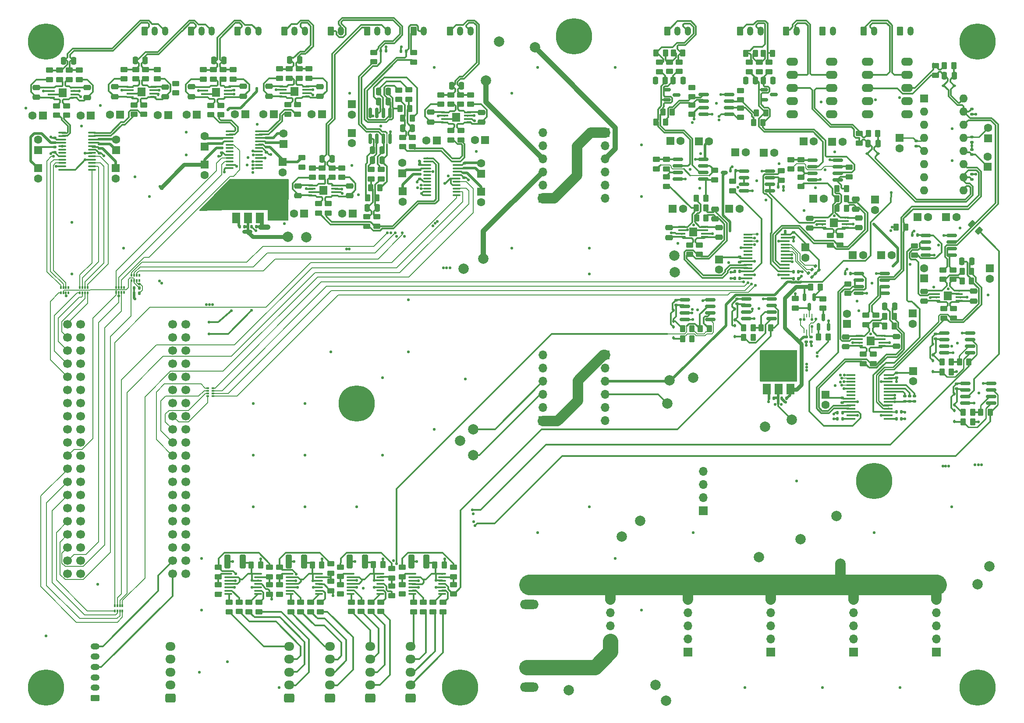
<source format=gtl>
%TF.GenerationSoftware,KiCad,Pcbnew,7.0.1*%
%TF.CreationDate,2023-06-27T00:24:20+02:00*%
%TF.ProjectId,Main board,4d61696e-2062-46f6-9172-642e6b696361,rev?*%
%TF.SameCoordinates,Original*%
%TF.FileFunction,Copper,L1,Top*%
%TF.FilePolarity,Positive*%
%FSLAX46Y46*%
G04 Gerber Fmt 4.6, Leading zero omitted, Abs format (unit mm)*
G04 Created by KiCad (PCBNEW 7.0.1) date 2023-06-27 00:24:20*
%MOMM*%
%LPD*%
G01*
G04 APERTURE LIST*
G04 Aperture macros list*
%AMRoundRect*
0 Rectangle with rounded corners*
0 $1 Rounding radius*
0 $2 $3 $4 $5 $6 $7 $8 $9 X,Y pos of 4 corners*
0 Add a 4 corners polygon primitive as box body*
4,1,4,$2,$3,$4,$5,$6,$7,$8,$9,$2,$3,0*
0 Add four circle primitives for the rounded corners*
1,1,$1+$1,$2,$3*
1,1,$1+$1,$4,$5*
1,1,$1+$1,$6,$7*
1,1,$1+$1,$8,$9*
0 Add four rect primitives between the rounded corners*
20,1,$1+$1,$2,$3,$4,$5,0*
20,1,$1+$1,$4,$5,$6,$7,0*
20,1,$1+$1,$6,$7,$8,$9,0*
20,1,$1+$1,$8,$9,$2,$3,0*%
G04 Aperture macros list end*
%TA.AperFunction,ComponentPad*%
%ADD10RoundRect,0.250000X-0.350000X-0.625000X0.350000X-0.625000X0.350000X0.625000X-0.350000X0.625000X0*%
%TD*%
%TA.AperFunction,ComponentPad*%
%ADD11O,1.200000X1.750000*%
%TD*%
%TA.AperFunction,SMDPad,CuDef*%
%ADD12RoundRect,0.140000X0.140000X0.170000X-0.140000X0.170000X-0.140000X-0.170000X0.140000X-0.170000X0*%
%TD*%
%TA.AperFunction,SMDPad,CuDef*%
%ADD13RoundRect,0.250000X0.450000X-0.262500X0.450000X0.262500X-0.450000X0.262500X-0.450000X-0.262500X0*%
%TD*%
%TA.AperFunction,SMDPad,CuDef*%
%ADD14RoundRect,0.135000X-0.226274X-0.035355X-0.035355X-0.226274X0.226274X0.035355X0.035355X0.226274X0*%
%TD*%
%TA.AperFunction,SMDPad,CuDef*%
%ADD15RoundRect,0.150000X-0.825000X-0.150000X0.825000X-0.150000X0.825000X0.150000X-0.825000X0.150000X0*%
%TD*%
%TA.AperFunction,SMDPad,CuDef*%
%ADD16RoundRect,0.250000X-0.262500X-0.450000X0.262500X-0.450000X0.262500X0.450000X-0.262500X0.450000X0*%
%TD*%
%TA.AperFunction,SMDPad,CuDef*%
%ADD17RoundRect,0.250000X0.262500X0.450000X-0.262500X0.450000X-0.262500X-0.450000X0.262500X-0.450000X0*%
%TD*%
%TA.AperFunction,SMDPad,CuDef*%
%ADD18RoundRect,0.250000X-0.475000X0.250000X-0.475000X-0.250000X0.475000X-0.250000X0.475000X0.250000X0*%
%TD*%
%TA.AperFunction,SMDPad,CuDef*%
%ADD19RoundRect,0.250000X-0.250000X-0.475000X0.250000X-0.475000X0.250000X0.475000X-0.250000X0.475000X0*%
%TD*%
%TA.AperFunction,SMDPad,CuDef*%
%ADD20RoundRect,0.140000X0.170000X-0.140000X0.170000X0.140000X-0.170000X0.140000X-0.170000X-0.140000X0*%
%TD*%
%TA.AperFunction,ComponentPad*%
%ADD21R,1.600000X1.600000*%
%TD*%
%TA.AperFunction,ComponentPad*%
%ADD22C,1.600000*%
%TD*%
%TA.AperFunction,SMDPad,CuDef*%
%ADD23RoundRect,0.112500X0.112500X-0.187500X0.112500X0.187500X-0.112500X0.187500X-0.112500X-0.187500X0*%
%TD*%
%TA.AperFunction,SMDPad,CuDef*%
%ADD24RoundRect,0.112500X-0.112500X0.187500X-0.112500X-0.187500X0.112500X-0.187500X0.112500X0.187500X0*%
%TD*%
%TA.AperFunction,SMDPad,CuDef*%
%ADD25RoundRect,0.250000X-0.450000X0.262500X-0.450000X-0.262500X0.450000X-0.262500X0.450000X0.262500X0*%
%TD*%
%TA.AperFunction,SMDPad,CuDef*%
%ADD26RoundRect,0.250000X0.475000X-0.250000X0.475000X0.250000X-0.475000X0.250000X-0.475000X-0.250000X0*%
%TD*%
%TA.AperFunction,ComponentPad*%
%ADD27RoundRect,0.250000X0.725000X-0.600000X0.725000X0.600000X-0.725000X0.600000X-0.725000X-0.600000X0*%
%TD*%
%TA.AperFunction,ComponentPad*%
%ADD28O,1.950000X1.700000*%
%TD*%
%TA.AperFunction,SMDPad,CuDef*%
%ADD29R,1.450000X0.450000*%
%TD*%
%TA.AperFunction,SMDPad,CuDef*%
%ADD30R,1.500000X1.800000*%
%TD*%
%TA.AperFunction,SMDPad,CuDef*%
%ADD31C,2.000000*%
%TD*%
%TA.AperFunction,SMDPad,CuDef*%
%ADD32RoundRect,0.140000X-0.170000X0.140000X-0.170000X-0.140000X0.170000X-0.140000X0.170000X0.140000X0*%
%TD*%
%TA.AperFunction,SMDPad,CuDef*%
%ADD33RoundRect,0.100000X0.637500X0.100000X-0.637500X0.100000X-0.637500X-0.100000X0.637500X-0.100000X0*%
%TD*%
%TA.AperFunction,SMDPad,CuDef*%
%ADD34RoundRect,0.150000X0.825000X0.150000X-0.825000X0.150000X-0.825000X-0.150000X0.825000X-0.150000X0*%
%TD*%
%TA.AperFunction,ComponentPad*%
%ADD35C,0.800000*%
%TD*%
%TA.AperFunction,ComponentPad*%
%ADD36C,7.000000*%
%TD*%
%TA.AperFunction,ComponentPad*%
%ADD37R,1.700000X1.700000*%
%TD*%
%TA.AperFunction,ComponentPad*%
%ADD38O,1.700000X1.700000*%
%TD*%
%TA.AperFunction,SMDPad,CuDef*%
%ADD39RoundRect,0.140000X-0.140000X-0.170000X0.140000X-0.170000X0.140000X0.170000X-0.140000X0.170000X0*%
%TD*%
%TA.AperFunction,SMDPad,CuDef*%
%ADD40R,0.400000X0.500000*%
%TD*%
%TA.AperFunction,SMDPad,CuDef*%
%ADD41R,0.300000X0.500000*%
%TD*%
%TA.AperFunction,SMDPad,CuDef*%
%ADD42RoundRect,0.135000X-0.185000X0.135000X-0.185000X-0.135000X0.185000X-0.135000X0.185000X0.135000X0*%
%TD*%
%TA.AperFunction,SMDPad,CuDef*%
%ADD43RoundRect,0.135000X-0.135000X-0.185000X0.135000X-0.185000X0.135000X0.185000X-0.135000X0.185000X0*%
%TD*%
%TA.AperFunction,ComponentPad*%
%ADD44RoundRect,0.250000X-1.550000X0.650000X-1.550000X-0.650000X1.550000X-0.650000X1.550000X0.650000X0*%
%TD*%
%TA.AperFunction,ComponentPad*%
%ADD45O,3.600000X1.800000*%
%TD*%
%TA.AperFunction,SMDPad,CuDef*%
%ADD46RoundRect,0.250000X0.503814X0.132583X0.132583X0.503814X-0.503814X-0.132583X-0.132583X-0.503814X0*%
%TD*%
%TA.AperFunction,SMDPad,CuDef*%
%ADD47RoundRect,0.135000X0.185000X-0.135000X0.185000X0.135000X-0.185000X0.135000X-0.185000X-0.135000X0*%
%TD*%
%TA.AperFunction,ComponentPad*%
%ADD48O,1.600000X1.600000*%
%TD*%
%TA.AperFunction,SMDPad,CuDef*%
%ADD49R,1.750000X0.450000*%
%TD*%
%TA.AperFunction,SMDPad,CuDef*%
%ADD50RoundRect,0.150000X-0.150000X0.825000X-0.150000X-0.825000X0.150000X-0.825000X0.150000X0.825000X0*%
%TD*%
%TA.AperFunction,SMDPad,CuDef*%
%ADD51R,0.500000X0.400000*%
%TD*%
%TA.AperFunction,SMDPad,CuDef*%
%ADD52R,0.500000X0.300000*%
%TD*%
%TA.AperFunction,SMDPad,CuDef*%
%ADD53RoundRect,0.112500X-0.187500X-0.112500X0.187500X-0.112500X0.187500X0.112500X-0.187500X0.112500X0*%
%TD*%
%TA.AperFunction,SMDPad,CuDef*%
%ADD54RoundRect,0.150000X-0.587500X-0.150000X0.587500X-0.150000X0.587500X0.150000X-0.587500X0.150000X0*%
%TD*%
%TA.AperFunction,SMDPad,CuDef*%
%ADD55RoundRect,0.135000X0.135000X0.185000X-0.135000X0.185000X-0.135000X-0.185000X0.135000X-0.185000X0*%
%TD*%
%TA.AperFunction,SMDPad,CuDef*%
%ADD56RoundRect,0.250000X0.325000X1.100000X-0.325000X1.100000X-0.325000X-1.100000X0.325000X-1.100000X0*%
%TD*%
%TA.AperFunction,SMDPad,CuDef*%
%ADD57R,1.500000X2.000000*%
%TD*%
%TA.AperFunction,SMDPad,CuDef*%
%ADD58R,3.800000X2.000000*%
%TD*%
%TA.AperFunction,ComponentPad*%
%ADD59RoundRect,0.250000X0.625000X-0.350000X0.625000X0.350000X-0.625000X0.350000X-0.625000X-0.350000X0*%
%TD*%
%TA.AperFunction,ComponentPad*%
%ADD60O,1.750000X1.200000*%
%TD*%
%TA.AperFunction,SMDPad,CuDef*%
%ADD61RoundRect,0.250000X0.250000X0.475000X-0.250000X0.475000X-0.250000X-0.475000X0.250000X-0.475000X0*%
%TD*%
%TA.AperFunction,ComponentPad*%
%ADD62O,2.300000X1.600000*%
%TD*%
%TA.AperFunction,SMDPad,CuDef*%
%ADD63RoundRect,0.150000X0.150000X-0.587500X0.150000X0.587500X-0.150000X0.587500X-0.150000X-0.587500X0*%
%TD*%
%TA.AperFunction,SMDPad,CuDef*%
%ADD64RoundRect,0.150000X-0.150000X0.587500X-0.150000X-0.587500X0.150000X-0.587500X0.150000X0.587500X0*%
%TD*%
%TA.AperFunction,SMDPad,CuDef*%
%ADD65R,0.250000X0.750000*%
%TD*%
%TA.AperFunction,ComponentPad*%
%ADD66C,1.700000*%
%TD*%
%TA.AperFunction,ViaPad*%
%ADD67C,0.550000*%
%TD*%
%TA.AperFunction,Conductor*%
%ADD68C,0.300000*%
%TD*%
%TA.AperFunction,Conductor*%
%ADD69C,0.500000*%
%TD*%
%TA.AperFunction,Conductor*%
%ADD70C,0.200000*%
%TD*%
%TA.AperFunction,Conductor*%
%ADD71C,0.250000*%
%TD*%
%TA.AperFunction,Conductor*%
%ADD72C,0.800000*%
%TD*%
%TA.AperFunction,Conductor*%
%ADD73C,1.000000*%
%TD*%
%TA.AperFunction,Conductor*%
%ADD74C,2.000000*%
%TD*%
%TA.AperFunction,Conductor*%
%ADD75C,4.000000*%
%TD*%
%TA.AperFunction,Conductor*%
%ADD76C,3.000000*%
%TD*%
G04 APERTURE END LIST*
D10*
X117000000Y-53000000D03*
D11*
X119000000Y-53000000D03*
X121000000Y-53000000D03*
D12*
X195605000Y-123975000D03*
X194645000Y-123975000D03*
D13*
X107975000Y-165287500D03*
X107975000Y-163462500D03*
D14*
X202278249Y-99796751D03*
X202999497Y-100517999D03*
D15*
X228575000Y-111425000D03*
X228575000Y-112695000D03*
X228575000Y-113965000D03*
X228575000Y-115235000D03*
X233525000Y-115235000D03*
X233525000Y-113965000D03*
X233525000Y-112695000D03*
X233525000Y-111425000D03*
D16*
X191706250Y-70675000D03*
X193531250Y-70675000D03*
D17*
X179787500Y-112475000D03*
X177962500Y-112475000D03*
D18*
X175367500Y-91020000D03*
X175367500Y-92920000D03*
D19*
X123887500Y-71775000D03*
X125787500Y-71775000D03*
D13*
X103887500Y-62115000D03*
X103887500Y-60290000D03*
D20*
X199425000Y-92854888D03*
X199425000Y-91894888D03*
D17*
X120062500Y-156175000D03*
X118237500Y-156175000D03*
D16*
X204275000Y-112150000D03*
X206100000Y-112150000D03*
X172837500Y-57225000D03*
X174662500Y-57225000D03*
D21*
X114112500Y-72675000D03*
D22*
X114112500Y-74675000D03*
D18*
X224612500Y-103352501D03*
X224612500Y-105252501D03*
D23*
X176225000Y-112350000D03*
X176225000Y-110250000D03*
D21*
X139850000Y-74090000D03*
D22*
X137850000Y-74090000D03*
D24*
X230475000Y-123169888D03*
X230475000Y-125269888D03*
D13*
X57575000Y-62337500D03*
X57575000Y-60512500D03*
D25*
X192806250Y-58987500D03*
X192806250Y-60812500D03*
D21*
X176092500Y-87320000D03*
D22*
X178092500Y-87320000D03*
D13*
X116962500Y-90737500D03*
X116962500Y-88912500D03*
D21*
X68512500Y-75980113D03*
D22*
X68512500Y-73980113D03*
D12*
X95630000Y-90850000D03*
X94670000Y-90850000D03*
D19*
X119237500Y-66600000D03*
X121137500Y-66600000D03*
D26*
X53125000Y-65787500D03*
X53125000Y-63887500D03*
D13*
X76450000Y-62212500D03*
X76450000Y-60387500D03*
D20*
X202825000Y-113110000D03*
X202825000Y-112150000D03*
D13*
X119712500Y-81562500D03*
X119712500Y-79737500D03*
D21*
X114225000Y-88312500D03*
D22*
X112225000Y-88312500D03*
D24*
X176225000Y-107025000D03*
X176225000Y-109125000D03*
D23*
X230475000Y-128494888D03*
X230475000Y-126394888D03*
D27*
X109800000Y-182000000D03*
D28*
X109800000Y-179500000D03*
X109800000Y-177000000D03*
X109800000Y-174500000D03*
X109800000Y-172000000D03*
D29*
X75600000Y-65722500D03*
X75600000Y-65072500D03*
X75600000Y-64422500D03*
X75600000Y-63772500D03*
X71200000Y-63772500D03*
X71200000Y-64422500D03*
X71200000Y-65072500D03*
X71200000Y-65722500D03*
D30*
X73400000Y-64737500D03*
D21*
X185000000Y-97149888D03*
D22*
X185000000Y-99149888D03*
D10*
X175000000Y-52975000D03*
D11*
X177000000Y-52975000D03*
X179000000Y-52975000D03*
D31*
X207750000Y-146750000D03*
D17*
X195393750Y-57250000D03*
X193568750Y-57250000D03*
D13*
X103612500Y-69052500D03*
X103612500Y-67227500D03*
D19*
X190175000Y-62575000D03*
X192075000Y-62575000D03*
D25*
X214800000Y-115462500D03*
X214800000Y-117287500D03*
X194706250Y-58987500D03*
X194706250Y-60812500D03*
D31*
X156000000Y-180500000D03*
D12*
X189010000Y-100774888D03*
X188050000Y-100774888D03*
D10*
X198000000Y-52975000D03*
D11*
X200000000Y-52975000D03*
D32*
X88962500Y-75570000D03*
X88962500Y-76530000D03*
D33*
X95950000Y-161875000D03*
X95950000Y-161225000D03*
X95950000Y-160575000D03*
X95950000Y-159925000D03*
X95950000Y-159275000D03*
X95950000Y-158625000D03*
X95950000Y-157975000D03*
X90225000Y-157975000D03*
X90225000Y-158625000D03*
X90225000Y-159275000D03*
X90225000Y-159925000D03*
X90225000Y-160575000D03*
X90225000Y-161225000D03*
X90225000Y-161875000D03*
D17*
X209625000Y-83475000D03*
X207800000Y-83475000D03*
D10*
X205000000Y-52975000D03*
D11*
X207000000Y-52975000D03*
D16*
X207825000Y-85375000D03*
X209650000Y-85375000D03*
D21*
X54350000Y-69287500D03*
D22*
X52350000Y-69287500D03*
D34*
X186975000Y-69055000D03*
X186975000Y-67785000D03*
X186975000Y-66515000D03*
X186975000Y-65245000D03*
X182025000Y-65245000D03*
X182025000Y-66515000D03*
X182025000Y-67785000D03*
X182025000Y-69055000D03*
D13*
X123775000Y-158512500D03*
X123775000Y-156687500D03*
D10*
X110000000Y-53000000D03*
D11*
X112000000Y-53000000D03*
D17*
X118925000Y-85200000D03*
X117100000Y-85200000D03*
D35*
X52375000Y-180000000D03*
X53143845Y-178143845D03*
X53143845Y-181856155D03*
X55000000Y-177375000D03*
D36*
X55000000Y-180000000D03*
D35*
X55000000Y-182625000D03*
X56856155Y-178143845D03*
X56856155Y-181856155D03*
X57625000Y-180000000D03*
D25*
X123887500Y-73525000D03*
X123887500Y-75350000D03*
D21*
X114037500Y-67150000D03*
D22*
X114037500Y-69150000D03*
D13*
X55650000Y-62362500D03*
X55650000Y-60537500D03*
D37*
X163000000Y-72650000D03*
D38*
X163000000Y-75190000D03*
X163000000Y-77730000D03*
X163000000Y-80270000D03*
X163000000Y-82810000D03*
X163000000Y-85350000D03*
D17*
X191625000Y-112256250D03*
X189800000Y-112256250D03*
D13*
X118300000Y-58912500D03*
X118300000Y-57087500D03*
D19*
X217037500Y-106199888D03*
X218937500Y-106199888D03*
D13*
X101987500Y-62115000D03*
X101987500Y-60290000D03*
D39*
X219274008Y-127968784D03*
X220234008Y-127968784D03*
D40*
X71500000Y-101250000D03*
D41*
X72000000Y-101250000D03*
X72500000Y-101250000D03*
D40*
X73000000Y-101250000D03*
X73000000Y-100250000D03*
D41*
X72500000Y-100250000D03*
X72000000Y-100250000D03*
D40*
X71500000Y-100250000D03*
X57825000Y-103625000D03*
D41*
X58325000Y-103625000D03*
X58825000Y-103625000D03*
D40*
X59325000Y-103625000D03*
X59325000Y-102625000D03*
D41*
X58825000Y-102625000D03*
X58325000Y-102625000D03*
D40*
X57825000Y-102625000D03*
D31*
X135625000Y-98975000D03*
D10*
X83000000Y-53000000D03*
D11*
X85000000Y-53000000D03*
X87000000Y-53000000D03*
D32*
X65300000Y-75670000D03*
X65300000Y-76630000D03*
D26*
X139100000Y-70600000D03*
X139100000Y-68700000D03*
D17*
X204550000Y-102475000D03*
X202725000Y-102475000D03*
D42*
X220925000Y-123615000D03*
X220925000Y-124635000D03*
D25*
X200850000Y-77852500D03*
X200850000Y-79677500D03*
X206500000Y-92537500D03*
X206500000Y-94362500D03*
D26*
X83125000Y-65637500D03*
X83125000Y-63737500D03*
D13*
X108325000Y-81275000D03*
X108325000Y-79450000D03*
X91100000Y-62275000D03*
X91100000Y-60450000D03*
D16*
X231975000Y-101330001D03*
X233800000Y-101330001D03*
D39*
X199395000Y-100874888D03*
X200355000Y-100874888D03*
D43*
X72030000Y-103650000D03*
X73050000Y-103650000D03*
D13*
X113975000Y-165262500D03*
X113975000Y-163437500D03*
D34*
X194825000Y-83838604D03*
X194825000Y-82568604D03*
X194825000Y-81298604D03*
X194825000Y-80028604D03*
X189875000Y-80028604D03*
X189875000Y-81298604D03*
X189875000Y-82568604D03*
X189875000Y-83838604D03*
D13*
X96100000Y-165287500D03*
X96100000Y-163462500D03*
D19*
X118012500Y-77975000D03*
X119912500Y-77975000D03*
D44*
X148357500Y-176112500D03*
D45*
X148357500Y-179922500D03*
D25*
X181217500Y-94357500D03*
X181217500Y-96182500D03*
D21*
X215158113Y-85600500D03*
D22*
X215158113Y-87600500D03*
D33*
X134337500Y-84725000D03*
X134337500Y-84075000D03*
X134337500Y-83425000D03*
X134337500Y-82775000D03*
X134337500Y-82125000D03*
X134337500Y-81475000D03*
X134337500Y-80825000D03*
X134337500Y-80175000D03*
X134337500Y-79525000D03*
X134337500Y-78875000D03*
X134337500Y-78225000D03*
X134337500Y-77575000D03*
X128612500Y-77575000D03*
X128612500Y-78225000D03*
X128612500Y-78875000D03*
X128612500Y-79525000D03*
X128612500Y-80175000D03*
X128612500Y-80825000D03*
X128612500Y-81475000D03*
X128612500Y-82125000D03*
X128612500Y-82775000D03*
X128612500Y-83425000D03*
X128612500Y-84075000D03*
X128612500Y-84725000D03*
D27*
X117600000Y-182000000D03*
D28*
X117600000Y-179500000D03*
X117600000Y-177000000D03*
X117600000Y-174500000D03*
X117600000Y-172000000D03*
D13*
X131300000Y-67152500D03*
X131300000Y-65327500D03*
D46*
X235195235Y-91620235D03*
X233904765Y-90329765D03*
D10*
X101000000Y-53000000D03*
D11*
X103000000Y-53000000D03*
X105000000Y-53000000D03*
D19*
X72225000Y-58637500D03*
X74125000Y-58637500D03*
D13*
X109525000Y-88162500D03*
X109525000Y-86337500D03*
D29*
X136400000Y-70650000D03*
X136400000Y-70000000D03*
X136400000Y-69350000D03*
X136400000Y-68700000D03*
X132000000Y-68700000D03*
X132000000Y-69350000D03*
X132000000Y-70000000D03*
X132000000Y-70650000D03*
D30*
X134200000Y-69665000D03*
D13*
X86850000Y-69175000D03*
X86850000Y-67350000D03*
D29*
X212087500Y-111939888D03*
X212087500Y-112589888D03*
X212087500Y-113239888D03*
X212087500Y-113889888D03*
X216487500Y-113889888D03*
X216487500Y-113239888D03*
X216487500Y-112589888D03*
X216487500Y-111939888D03*
D30*
X214287500Y-112924888D03*
D47*
X233850000Y-81710000D03*
X233850000Y-80690000D03*
D21*
X224675000Y-66050000D03*
D48*
X224675000Y-68590000D03*
X224675000Y-71130000D03*
X224675000Y-73670000D03*
X224675000Y-76210000D03*
X224675000Y-78750000D03*
X224675000Y-81290000D03*
X224675000Y-83830000D03*
X232295000Y-83830000D03*
X232295000Y-81290000D03*
X232295000Y-78750000D03*
X232295000Y-76210000D03*
X232295000Y-73670000D03*
X232295000Y-71130000D03*
X232295000Y-68590000D03*
X232295000Y-66050000D03*
D33*
X96137500Y-79500000D03*
X96137500Y-78850000D03*
X96137500Y-78200000D03*
X96137500Y-77550000D03*
X96137500Y-76900000D03*
X96137500Y-76250000D03*
X96137500Y-75600000D03*
X96137500Y-74950000D03*
X96137500Y-74300000D03*
X96137500Y-73650000D03*
X96137500Y-73000000D03*
X96137500Y-72350000D03*
X90412500Y-72350000D03*
X90412500Y-73000000D03*
X90412500Y-73650000D03*
X90412500Y-74300000D03*
X90412500Y-74950000D03*
X90412500Y-75600000D03*
X90412500Y-76250000D03*
X90412500Y-76900000D03*
X90412500Y-77550000D03*
X90412500Y-78200000D03*
X90412500Y-78850000D03*
X90412500Y-79500000D03*
D25*
X98162500Y-160075000D03*
X98162500Y-161900000D03*
D31*
X174750000Y-182500000D03*
D13*
X135150000Y-74027500D03*
X135150000Y-72202500D03*
X80075000Y-64937500D03*
X80075000Y-63112500D03*
D12*
X189010000Y-99474888D03*
X188050000Y-99474888D03*
D16*
X181362500Y-110575000D03*
X183187500Y-110575000D03*
D19*
X102075000Y-58525000D03*
X103975000Y-58525000D03*
D13*
X111900000Y-161862500D03*
X111900000Y-160037500D03*
D44*
X148357500Y-160112500D03*
D45*
X148357500Y-163922500D03*
D13*
X117812500Y-81562500D03*
X117812500Y-79737500D03*
D49*
X217679008Y-127968784D03*
X217679008Y-127318784D03*
X217679008Y-126668784D03*
X217679008Y-126018784D03*
X217679008Y-125368784D03*
X217679008Y-124718784D03*
X217679008Y-124068784D03*
X217679008Y-123418784D03*
X217679008Y-122768784D03*
X217679008Y-122118784D03*
X217679008Y-121468784D03*
X217679008Y-120818784D03*
X217679008Y-120168784D03*
X217679008Y-119518784D03*
X210479008Y-119518784D03*
X210479008Y-120168784D03*
X210479008Y-120818784D03*
X210479008Y-121468784D03*
X210479008Y-122118784D03*
X210479008Y-122768784D03*
X210479008Y-123418784D03*
X210479008Y-124068784D03*
X210479008Y-124718784D03*
X210479008Y-125368784D03*
X210479008Y-126018784D03*
X210479008Y-126668784D03*
X210479008Y-127318784D03*
X210479008Y-127968784D03*
D21*
X205604008Y-123318784D03*
D22*
X205604008Y-125318784D03*
D25*
X215312500Y-107962388D03*
X215312500Y-109787388D03*
D34*
X181975000Y-81620000D03*
X181975000Y-80350000D03*
X181975000Y-79080000D03*
X181975000Y-77810000D03*
X177025000Y-77810000D03*
X177025000Y-79080000D03*
X177025000Y-80350000D03*
X177025000Y-81620000D03*
D37*
X227000000Y-173080000D03*
D38*
X227000000Y-170540000D03*
X227000000Y-168000000D03*
X227000000Y-165460000D03*
X227000000Y-162920000D03*
D20*
X208854008Y-124873784D03*
X208854008Y-123913784D03*
X176700000Y-106005000D03*
X176700000Y-105045000D03*
D31*
X172750000Y-179500000D03*
D10*
X220000000Y-52975000D03*
D11*
X222000000Y-52975000D03*
D50*
X121467500Y-68825000D03*
X120197500Y-68825000D03*
X118927500Y-68825000D03*
X117657500Y-68825000D03*
X117657500Y-73775000D03*
X118927500Y-73775000D03*
X120197500Y-73775000D03*
X121467500Y-73775000D03*
D21*
X222412500Y-107594776D03*
D22*
X222412500Y-109594776D03*
D31*
X140000000Y-62500000D03*
D26*
X103675000Y-84812500D03*
X103675000Y-82912500D03*
D40*
X61525000Y-103625000D03*
D41*
X62025000Y-103625000D03*
X62525000Y-103625000D03*
D40*
X63025000Y-103625000D03*
X63025000Y-102625000D03*
D41*
X62525000Y-102625000D03*
X62025000Y-102625000D03*
D40*
X61525000Y-102625000D03*
D13*
X101712500Y-69027500D03*
X101712500Y-67202500D03*
D33*
X63837500Y-79800000D03*
X63837500Y-79150000D03*
X63837500Y-78500000D03*
X63837500Y-77850000D03*
X63837500Y-77200000D03*
X63837500Y-76550000D03*
X63837500Y-75900000D03*
X63837500Y-75250000D03*
X63837500Y-74600000D03*
X63837500Y-73950000D03*
X63837500Y-73300000D03*
X63837500Y-72650000D03*
X58112500Y-72650000D03*
X58112500Y-73300000D03*
X58112500Y-73950000D03*
X58112500Y-74600000D03*
X58112500Y-75250000D03*
X58112500Y-75900000D03*
X58112500Y-76550000D03*
X58112500Y-77200000D03*
X58112500Y-77850000D03*
X58112500Y-78500000D03*
X58112500Y-79150000D03*
X58112500Y-79800000D03*
D12*
X198105000Y-123975000D03*
X197145000Y-123975000D03*
D31*
X200750000Y-151250000D03*
D13*
X123775000Y-161887500D03*
X123775000Y-160062500D03*
D19*
X119237500Y-64625000D03*
X121137500Y-64625000D03*
D13*
X127875000Y-165287500D03*
X127875000Y-163462500D03*
D23*
X226371815Y-118824888D03*
X226371815Y-116724888D03*
D31*
X199075000Y-128150000D03*
D21*
X193669887Y-76483604D03*
D22*
X195669887Y-76483604D03*
D21*
X223400000Y-88960113D03*
D22*
X225400000Y-88960113D03*
D34*
X217025000Y-103680000D03*
X217025000Y-102410000D03*
X217025000Y-101140000D03*
X217025000Y-99870000D03*
X212075000Y-99870000D03*
X212075000Y-101140000D03*
X212075000Y-102410000D03*
X212075000Y-103680000D03*
D12*
X208884008Y-126793784D03*
X207924008Y-126793784D03*
D13*
X88287500Y-158550000D03*
X88287500Y-156725000D03*
D42*
X221875000Y-123615000D03*
X221875000Y-124635000D03*
D25*
X121800000Y-156962500D03*
X121800000Y-158787500D03*
D20*
X201900000Y-113105000D03*
X201900000Y-112145000D03*
D13*
X102275000Y-165287500D03*
X102275000Y-163462500D03*
D33*
X131487500Y-161875000D03*
X131487500Y-161225000D03*
X131487500Y-160575000D03*
X131487500Y-159925000D03*
X131487500Y-159275000D03*
X131487500Y-158625000D03*
X131487500Y-157975000D03*
X125762500Y-157975000D03*
X125762500Y-158625000D03*
X125762500Y-159275000D03*
X125762500Y-159925000D03*
X125762500Y-160575000D03*
X125762500Y-161225000D03*
X125762500Y-161875000D03*
D21*
X201725000Y-94799888D03*
D22*
X201725000Y-96799888D03*
D31*
X101750000Y-92800000D03*
D13*
X90375000Y-165287500D03*
X90375000Y-163462500D03*
D12*
X93330000Y-90850000D03*
X92370000Y-90850000D03*
D25*
X199775000Y-104700000D03*
X199775000Y-106525000D03*
D17*
X175987500Y-68675000D03*
X174162500Y-68675000D03*
D27*
X125400000Y-182000000D03*
D28*
X125400000Y-179500000D03*
X125400000Y-177000000D03*
X125400000Y-174500000D03*
X125400000Y-172000000D03*
D25*
X109987500Y-159412500D03*
X109987500Y-161237500D03*
D21*
X100725000Y-78280113D03*
D22*
X100725000Y-80280113D03*
D21*
X206886250Y-74367500D03*
D22*
X208886250Y-74367500D03*
D13*
X106075000Y-165287500D03*
X106075000Y-163462500D03*
D51*
X87200000Y-123550000D03*
D52*
X87200000Y-123050000D03*
X87200000Y-122550000D03*
D51*
X87200000Y-122050000D03*
X86200000Y-122050000D03*
D52*
X86200000Y-122550000D03*
X86200000Y-123050000D03*
D51*
X86200000Y-123550000D03*
D53*
X228350000Y-63550000D03*
X230450000Y-63550000D03*
D17*
X233296815Y-116999888D03*
X231471815Y-116999888D03*
D25*
X133700000Y-156687500D03*
X133700000Y-158512500D03*
D31*
X137500000Y-130000000D03*
D19*
X231950000Y-97485113D03*
X233850000Y-97485113D03*
D17*
X195000000Y-110356250D03*
X193175000Y-110356250D03*
D54*
X193737500Y-64325000D03*
X193737500Y-66225000D03*
X195612500Y-65275000D03*
D25*
X175425000Y-58962500D03*
X175425000Y-60787500D03*
D16*
X231987500Y-99430001D03*
X233812500Y-99430001D03*
D31*
X169750000Y-147750000D03*
D21*
X85612500Y-75330113D03*
D22*
X85612500Y-73330113D03*
D20*
X223100000Y-75225000D03*
X223100000Y-74265000D03*
D42*
X222825000Y-123615000D03*
X222825000Y-124635000D03*
D25*
X98187500Y-156712500D03*
X98187500Y-158537500D03*
D43*
X72030000Y-102700000D03*
X73050000Y-102700000D03*
D35*
X112375000Y-125000000D03*
X113143845Y-123143845D03*
X113143845Y-126856155D03*
X115000000Y-122375000D03*
D36*
X115000000Y-125000000D03*
D35*
X115000000Y-127625000D03*
X116856155Y-123143845D03*
X116856155Y-126856155D03*
X117625000Y-125000000D03*
D13*
X57050000Y-69262500D03*
X57050000Y-67437500D03*
D37*
X182000000Y-145810000D03*
D38*
X182000000Y-143270000D03*
X182000000Y-140730000D03*
X182000000Y-138190000D03*
D21*
X209712500Y-109630000D03*
D22*
X209712500Y-107630000D03*
D31*
X176375000Y-96375000D03*
D55*
X124610000Y-56850000D03*
X123590000Y-56850000D03*
D31*
X142500000Y-55000000D03*
D19*
X118012500Y-76000000D03*
X119912500Y-76000000D03*
D35*
X212375000Y-140000000D03*
X213143845Y-138143845D03*
X213143845Y-141856155D03*
X215000000Y-137375000D03*
D36*
X215000000Y-140000000D03*
D35*
X215000000Y-142625000D03*
X216856155Y-138143845D03*
X216856155Y-141856155D03*
X217625000Y-140000000D03*
D37*
X151000000Y-85350000D03*
D38*
X151000000Y-82810000D03*
X151000000Y-80270000D03*
X151000000Y-77730000D03*
X151000000Y-75190000D03*
X151000000Y-72650000D03*
D21*
X203258113Y-85425500D03*
D22*
X205258113Y-85425500D03*
D13*
X72000000Y-69100000D03*
X72000000Y-67275000D03*
D26*
X62975000Y-65812500D03*
X62975000Y-63912500D03*
D21*
X108325000Y-69100000D03*
D22*
X106325000Y-69100000D03*
D16*
X192218750Y-68775000D03*
X194043750Y-68775000D03*
X123937500Y-69825000D03*
X125762500Y-69825000D03*
D25*
X228450000Y-106680001D03*
X228450000Y-108505001D03*
D13*
X133200000Y-74027500D03*
X133200000Y-72202500D03*
D25*
X212900000Y-115462500D03*
X212900000Y-117287500D03*
D21*
X68412500Y-79500000D03*
D22*
X68412500Y-81500000D03*
D25*
X189150000Y-64462500D03*
X189150000Y-66287500D03*
D13*
X198936250Y-79667500D03*
X198936250Y-77842500D03*
D26*
X98112500Y-65577500D03*
X98112500Y-63677500D03*
D13*
X110225000Y-81275000D03*
X110225000Y-79450000D03*
D56*
X93012500Y-155575000D03*
X90062500Y-155575000D03*
D21*
X237350000Y-98860001D03*
D22*
X237350000Y-100860001D03*
D13*
X117775000Y-165262500D03*
X117775000Y-163437500D03*
D25*
X208400000Y-92537500D03*
X208400000Y-94362500D03*
X205100000Y-104750000D03*
X205100000Y-106575000D03*
D16*
X180655000Y-87190112D03*
X182480000Y-87190112D03*
D19*
X58375000Y-58750000D03*
X60275000Y-58750000D03*
D31*
X139500000Y-97000000D03*
D21*
X53412500Y-79500000D03*
D22*
X53412500Y-81500000D03*
D13*
X107600000Y-88175000D03*
X107600000Y-86350000D03*
D20*
X219304008Y-120048784D03*
X219304008Y-119088784D03*
D19*
X133350000Y-63531250D03*
X135250000Y-63531250D03*
D57*
X91700000Y-89125000D03*
X94000000Y-89125000D03*
X96300000Y-89125000D03*
D58*
X94000000Y-82825000D03*
D37*
X179000000Y-173080000D03*
D38*
X179000000Y-170540000D03*
X179000000Y-168000000D03*
X179000000Y-165460000D03*
X179000000Y-162920000D03*
D13*
X100087500Y-62115000D03*
X100087500Y-60290000D03*
D35*
X154375000Y-54000000D03*
X155143845Y-52143845D03*
X155143845Y-55856155D03*
X157000000Y-51375000D03*
D36*
X157000000Y-54000000D03*
D35*
X157000000Y-56625000D03*
X158856155Y-52143845D03*
X158856155Y-55856155D03*
X159625000Y-54000000D03*
D13*
X119675000Y-165262500D03*
X119675000Y-163437500D03*
D21*
X181100000Y-74269888D03*
D22*
X183100000Y-74269888D03*
D21*
X201352612Y-74345000D03*
D22*
X203352612Y-74345000D03*
D35*
X232375000Y-180000000D03*
X233143845Y-178143845D03*
X233143845Y-181856155D03*
X235000000Y-177375000D03*
D36*
X235000000Y-180000000D03*
D35*
X235000000Y-182625000D03*
X236856155Y-178143845D03*
X236856155Y-181856155D03*
X237625000Y-180000000D03*
D12*
X208884008Y-127968784D03*
X207924008Y-127968784D03*
D31*
X193925000Y-129550000D03*
D25*
X179811396Y-63862500D03*
X179811396Y-65687500D03*
D31*
X175500000Y-120500000D03*
D29*
X90000000Y-65787500D03*
X90000000Y-65137500D03*
X90000000Y-64487500D03*
X90000000Y-63837500D03*
X85600000Y-63837500D03*
X85600000Y-64487500D03*
X85600000Y-65137500D03*
X85600000Y-65787500D03*
D30*
X87800000Y-64802500D03*
D13*
X115875000Y-165262500D03*
X115875000Y-163437500D03*
D29*
X177867500Y-90855055D03*
X177867500Y-91505055D03*
X177867500Y-92155055D03*
X177867500Y-92805055D03*
X182267500Y-92805055D03*
X182267500Y-92155055D03*
X182267500Y-91505055D03*
X182267500Y-90855055D03*
D30*
X180067500Y-91840055D03*
D35*
X132375000Y-180000000D03*
X133143845Y-178143845D03*
X133143845Y-181856155D03*
X135000000Y-177375000D03*
D36*
X135000000Y-180000000D03*
D35*
X135000000Y-182625000D03*
X136856155Y-178143845D03*
X136856155Y-181856155D03*
X137625000Y-180000000D03*
D26*
X68300000Y-65637500D03*
X68300000Y-63737500D03*
D21*
X123875000Y-83969888D03*
D22*
X123875000Y-85969888D03*
D39*
X209437613Y-99875112D03*
X210397613Y-99875112D03*
D13*
X104425000Y-79287500D03*
X104425000Y-77462500D03*
X85400000Y-62275000D03*
X85400000Y-60450000D03*
D21*
X104880112Y-88312500D03*
D22*
X102880112Y-88312500D03*
D31*
X235000000Y-160000000D03*
D25*
X133700000Y-160062500D03*
X133700000Y-161887500D03*
D21*
X85587500Y-78805113D03*
D22*
X85587500Y-80805113D03*
D33*
X119562500Y-161850000D03*
X119562500Y-161200000D03*
X119562500Y-160550000D03*
X119562500Y-159900000D03*
X119562500Y-159250000D03*
X119562500Y-158600000D03*
X119562500Y-157950000D03*
X113837500Y-157950000D03*
X113837500Y-158600000D03*
X113837500Y-159250000D03*
X113837500Y-159900000D03*
X113837500Y-160550000D03*
X113837500Y-161200000D03*
X113837500Y-161850000D03*
D31*
X176475000Y-99650000D03*
D26*
X184242500Y-89320000D03*
X184242500Y-87420000D03*
D13*
X125062500Y-66175000D03*
X125062500Y-64350000D03*
D17*
X229934315Y-116999888D03*
X228109315Y-116999888D03*
D21*
X98990000Y-69077500D03*
D22*
X96990000Y-69077500D03*
D25*
X213412500Y-107962388D03*
X213412500Y-109787388D03*
D54*
X174912500Y-64350000D03*
X174912500Y-66250000D03*
X176787500Y-65300000D03*
D56*
X116625000Y-155550000D03*
X113675000Y-155550000D03*
D25*
X230250000Y-99192501D03*
X230250000Y-101017501D03*
D13*
X94200000Y-165287500D03*
X94200000Y-163462500D03*
D29*
X110775000Y-84787500D03*
X110775000Y-84137500D03*
X110775000Y-83487500D03*
X110775000Y-82837500D03*
X106375000Y-82837500D03*
X106375000Y-83487500D03*
X106375000Y-84137500D03*
X106375000Y-84787500D03*
D30*
X108575000Y-83802500D03*
D20*
X230950000Y-122175000D03*
X230950000Y-121215000D03*
D18*
X185042500Y-90970000D03*
X185042500Y-92870000D03*
D26*
X107925000Y-65600000D03*
X107925000Y-63700000D03*
D42*
X233849888Y-68040000D03*
X233849888Y-69060000D03*
D16*
X217050000Y-108149888D03*
X218875000Y-108149888D03*
D29*
X105187500Y-65637500D03*
X105187500Y-64987500D03*
X105187500Y-64337500D03*
X105187500Y-63687500D03*
X100787500Y-63687500D03*
X100787500Y-64337500D03*
X100787500Y-64987500D03*
X100787500Y-65637500D03*
D30*
X102987500Y-64652500D03*
D31*
X166250000Y-150750000D03*
D26*
X78000000Y-65712500D03*
X78000000Y-63812500D03*
D25*
X190906250Y-58987500D03*
X190906250Y-60812500D03*
D16*
X117700000Y-83300000D03*
X119525000Y-83300000D03*
D29*
X227035000Y-103172501D03*
X227035000Y-103822501D03*
X227035000Y-104472501D03*
X227035000Y-105122501D03*
X231435000Y-105122501D03*
X231435000Y-104472501D03*
X231435000Y-103822501D03*
X231435000Y-103172501D03*
D30*
X229235000Y-104157501D03*
D13*
X73900000Y-69100000D03*
X73900000Y-67275000D03*
D21*
X186992500Y-87345000D03*
D22*
X188992500Y-87345000D03*
D21*
X130500000Y-74100000D03*
D22*
X128500000Y-74100000D03*
D13*
X135106250Y-67143750D03*
X135106250Y-65318750D03*
D20*
X88962500Y-74710000D03*
X88962500Y-73750000D03*
D17*
X182455000Y-85290112D03*
X180630000Y-85290112D03*
D31*
X149425000Y-56100000D03*
D13*
X92275000Y-165275000D03*
X92275000Y-163450000D03*
D12*
X197449887Y-83083604D03*
X196489887Y-83083604D03*
D18*
X212075000Y-89125000D03*
X212075000Y-91025000D03*
D16*
X228575000Y-59650000D03*
X230400000Y-59650000D03*
D59*
X64450000Y-182000000D03*
D60*
X64450000Y-180000000D03*
X64450000Y-178000000D03*
X64450000Y-176000000D03*
X64450000Y-174000000D03*
X64450000Y-172000000D03*
D21*
X93480112Y-69037500D03*
D22*
X91480112Y-69037500D03*
D13*
X59475000Y-62362500D03*
X59475000Y-60537500D03*
D15*
X190237500Y-104801250D03*
X190237500Y-106071250D03*
X190237500Y-107341250D03*
X190237500Y-108611250D03*
X195187500Y-108611250D03*
X195187500Y-107341250D03*
X195187500Y-106071250D03*
X195187500Y-104801250D03*
D25*
X212125000Y-72812500D03*
X212125000Y-74637500D03*
D39*
X222395000Y-92410113D03*
X223355000Y-92410113D03*
D13*
X88287500Y-161912500D03*
X88287500Y-160087500D03*
D61*
X215750000Y-74700000D03*
X213850000Y-74700000D03*
D17*
X234037500Y-126719888D03*
X232212500Y-126719888D03*
D62*
X206810000Y-69055000D03*
X206810000Y-66515000D03*
X206810000Y-63975000D03*
X206810000Y-61435000D03*
X206810000Y-58895000D03*
X199190000Y-58895000D03*
X199190000Y-61435000D03*
X199190000Y-63975000D03*
X199190000Y-66515000D03*
X199190000Y-69055000D03*
D14*
X202950000Y-99125000D03*
X203671248Y-99846248D03*
D13*
X125787500Y-75350000D03*
X125787500Y-73525000D03*
X123112500Y-66200000D03*
X123112500Y-64375000D03*
D19*
X108325000Y-77687500D03*
X110225000Y-77687500D03*
D31*
X237250000Y-156500000D03*
D63*
X204250000Y-110200000D03*
X206150000Y-110200000D03*
X205200000Y-108325000D03*
D13*
X209892613Y-103712612D03*
X209892613Y-101887612D03*
X222819887Y-96355113D03*
X222819887Y-94530113D03*
D20*
X97600000Y-74580000D03*
X97600000Y-73620000D03*
D13*
X131700000Y-165287500D03*
X131700000Y-163462500D03*
D17*
X221075000Y-90900000D03*
X219250000Y-90900000D03*
D13*
X61400000Y-62375000D03*
X61400000Y-60550000D03*
D20*
X188975000Y-97655000D03*
X188975000Y-96695000D03*
D10*
X74000000Y-53000000D03*
D11*
X76000000Y-53000000D03*
X78000000Y-53000000D03*
D15*
X232650000Y-121145000D03*
X232650000Y-122415000D03*
X232650000Y-123685000D03*
X232650000Y-124955000D03*
X237600000Y-124955000D03*
X237600000Y-123685000D03*
X237600000Y-122415000D03*
X237600000Y-121145000D03*
D21*
X123850000Y-80500000D03*
D22*
X123850000Y-78500000D03*
D31*
X180000000Y-120000000D03*
D26*
X211408113Y-87400500D03*
X211408113Y-85500500D03*
D19*
X87425000Y-58687500D03*
X89325000Y-58687500D03*
D14*
X203621751Y-98453249D03*
X204342999Y-99174497D03*
D13*
X133200000Y-67127500D03*
X133200000Y-65302500D03*
D18*
X219287500Y-112049888D03*
X219287500Y-113949888D03*
D17*
X192018750Y-57250000D03*
X190193750Y-57250000D03*
D31*
X208475000Y-155975000D03*
D25*
X210150000Y-79327500D03*
X210150000Y-81152500D03*
D16*
X213862500Y-72750000D03*
X215687500Y-72750000D03*
D25*
X177325000Y-58962500D03*
X177325000Y-60787500D03*
D21*
X222554008Y-118718896D03*
D22*
X222554008Y-120718896D03*
D31*
X105250000Y-92875000D03*
D13*
X126000000Y-58962500D03*
X126000000Y-57137500D03*
D17*
X229934315Y-118899888D03*
X228109315Y-118899888D03*
D10*
X189075000Y-52975000D03*
D11*
X191075000Y-52975000D03*
X193075000Y-52975000D03*
D25*
X228325000Y-99192501D03*
X228325000Y-101017501D03*
D10*
X92000000Y-53000000D03*
D11*
X94000000Y-53000000D03*
X96000000Y-53000000D03*
D32*
X135787500Y-80375000D03*
X135787500Y-81335000D03*
D21*
X236899888Y-79240112D03*
D22*
X236899888Y-77240112D03*
D10*
X133000000Y-53000000D03*
D11*
X135000000Y-53000000D03*
X137000000Y-53000000D03*
D17*
X125225000Y-67925000D03*
X123400000Y-67925000D03*
D18*
X209525000Y-112125000D03*
X209525000Y-114025000D03*
D25*
X179317500Y-94357500D03*
X179317500Y-96182500D03*
D21*
X69300000Y-69137500D03*
D22*
X67300000Y-69137500D03*
D40*
X68525000Y-103550000D03*
D41*
X69025000Y-103550000D03*
X69525000Y-103550000D03*
D40*
X70025000Y-103550000D03*
X70025000Y-102550000D03*
D41*
X69525000Y-102550000D03*
X69025000Y-102550000D03*
D40*
X68525000Y-102550000D03*
D53*
X213650000Y-76650000D03*
X215750000Y-76650000D03*
D31*
X192750000Y-154750000D03*
D62*
X221310000Y-69055000D03*
X221310000Y-66515000D03*
X221310000Y-63975000D03*
X221310000Y-61435000D03*
X221310000Y-58895000D03*
X213690000Y-58895000D03*
X213690000Y-61435000D03*
X213690000Y-63975000D03*
X213690000Y-66515000D03*
X213690000Y-69055000D03*
D39*
X219274008Y-126668784D03*
X220234008Y-126668784D03*
D64*
X203400000Y-104475000D03*
X201500000Y-104475000D03*
X202450000Y-106350000D03*
D20*
X233850000Y-74450000D03*
X233850000Y-73490000D03*
D24*
X188062500Y-106756250D03*
X188062500Y-108856250D03*
D56*
X104837500Y-155550000D03*
X101887500Y-155550000D03*
D13*
X179775000Y-69087500D03*
X179775000Y-67262500D03*
D31*
X137500000Y-135000000D03*
D16*
X180667500Y-89115112D03*
X182492500Y-89115112D03*
D15*
X178400000Y-104995000D03*
X178400000Y-106265000D03*
X178400000Y-107535000D03*
X178400000Y-108805000D03*
X183350000Y-108805000D03*
X183350000Y-107535000D03*
X183350000Y-106265000D03*
X183350000Y-104995000D03*
D25*
X174850000Y-77802500D03*
X174850000Y-79627500D03*
D13*
X100087500Y-158525000D03*
X100087500Y-156700000D03*
D21*
X100825000Y-74805113D03*
D22*
X100825000Y-72805113D03*
D20*
X56662500Y-74585000D03*
X56662500Y-73625000D03*
D21*
X78600000Y-69212500D03*
D22*
X76600000Y-69212500D03*
D34*
X229975000Y-96310113D03*
X229975000Y-95040113D03*
X229975000Y-93770113D03*
X229975000Y-92500113D03*
X225025000Y-92500113D03*
X225025000Y-93770113D03*
X225025000Y-95040113D03*
X225025000Y-96310113D03*
D61*
X178050000Y-62550000D03*
X176150000Y-62550000D03*
X230450000Y-61600000D03*
X228550000Y-61600000D03*
D39*
X199395000Y-99499888D03*
X200355000Y-99499888D03*
D49*
X197800000Y-100774888D03*
X197800000Y-100124888D03*
X197800000Y-99474888D03*
X197800000Y-98824888D03*
X197800000Y-98174888D03*
X197800000Y-97524888D03*
X197800000Y-96874888D03*
X197800000Y-96224888D03*
X197800000Y-95574888D03*
X197800000Y-94924888D03*
X197800000Y-94274888D03*
X197800000Y-93624888D03*
X197800000Y-92974888D03*
X197800000Y-92324888D03*
X190600000Y-92324888D03*
X190600000Y-92974888D03*
X190600000Y-93624888D03*
X190600000Y-94274888D03*
X190600000Y-94924888D03*
X190600000Y-95574888D03*
X190600000Y-96224888D03*
X190600000Y-96874888D03*
X190600000Y-97524888D03*
X190600000Y-98174888D03*
X190600000Y-98824888D03*
X190600000Y-99474888D03*
X190600000Y-100124888D03*
X190600000Y-100774888D03*
D21*
X84130112Y-69137500D03*
D22*
X82130112Y-69137500D03*
D40*
X68250000Y-165150000D03*
D41*
X68750000Y-165150000D03*
X69250000Y-165150000D03*
D40*
X69750000Y-165150000D03*
X69750000Y-164150000D03*
D41*
X69250000Y-164150000D03*
X68750000Y-164150000D03*
D40*
X68250000Y-164150000D03*
D20*
X127162500Y-79775000D03*
X127162500Y-78815000D03*
D21*
X188169887Y-76458604D03*
D22*
X190169887Y-76458604D03*
D13*
X125975000Y-165287500D03*
X125975000Y-163462500D03*
D31*
X175000000Y-125000000D03*
D25*
X121800000Y-160337500D03*
X121800000Y-162162500D03*
D31*
X155850000Y-176150000D03*
D25*
X173525000Y-58987500D03*
X173525000Y-60812500D03*
D20*
X226875000Y-112530000D03*
X226875000Y-111570000D03*
D21*
X224625000Y-100835113D03*
D22*
X224625000Y-98835113D03*
D32*
X127162500Y-80640000D03*
X127162500Y-81600000D03*
X97587500Y-75440000D03*
X97587500Y-76400000D03*
D17*
X96450000Y-156225000D03*
X94625000Y-156225000D03*
D25*
X174847500Y-81192388D03*
X174847500Y-83017388D03*
D39*
X187245000Y-79973547D03*
X188205000Y-79973547D03*
D17*
X234037500Y-128619888D03*
X232212500Y-128619888D03*
D16*
X217050000Y-110049888D03*
X218875000Y-110049888D03*
D10*
X213000000Y-52975000D03*
D11*
X215000000Y-52975000D03*
D65*
X201450000Y-111075000D03*
X201950000Y-111075000D03*
X202450000Y-111075000D03*
X202950000Y-111075000D03*
X202950000Y-107975000D03*
X202450000Y-107975000D03*
X201950000Y-107975000D03*
X201450000Y-107975000D03*
D13*
X105787500Y-62102500D03*
X105787500Y-60277500D03*
D17*
X108262500Y-156225000D03*
X106437500Y-156225000D03*
D25*
X118862500Y-88912500D03*
X118862500Y-90737500D03*
D20*
X65300000Y-74810000D03*
X65300000Y-73850000D03*
D34*
X207975000Y-81720000D03*
X207975000Y-80450000D03*
X207975000Y-79180000D03*
X207975000Y-77910000D03*
X203025000Y-77910000D03*
X203025000Y-79180000D03*
X203025000Y-80450000D03*
X203025000Y-81720000D03*
D25*
X187625000Y-82012500D03*
X187625000Y-83837500D03*
D21*
X139025000Y-80575000D03*
D22*
X139025000Y-78575000D03*
D20*
X188537500Y-105761250D03*
X188537500Y-104801250D03*
D25*
X230350000Y-106680001D03*
X230350000Y-108505001D03*
D26*
X93050000Y-65550000D03*
X93050000Y-63650000D03*
D61*
X174650000Y-62575000D03*
X172750000Y-62575000D03*
D17*
X131937500Y-156225000D03*
X130112500Y-156225000D03*
D13*
X106425000Y-81287500D03*
X106425000Y-79462500D03*
D37*
X211000000Y-173080000D03*
D38*
X211000000Y-170540000D03*
X211000000Y-168000000D03*
X211000000Y-165460000D03*
X211000000Y-162920000D03*
D13*
X72300000Y-62212500D03*
X72300000Y-60387500D03*
D61*
X118962500Y-87150000D03*
X117062500Y-87150000D03*
D37*
X164000000Y-173080000D03*
D38*
X164000000Y-170540000D03*
X164000000Y-168000000D03*
X164000000Y-165460000D03*
X164000000Y-162920000D03*
D25*
X184150000Y-79937500D03*
X184150000Y-81762500D03*
D21*
X63650000Y-69337500D03*
D22*
X61650000Y-69337500D03*
D17*
X191625000Y-110356250D03*
X189800000Y-110356250D03*
D32*
X56662500Y-75450000D03*
X56662500Y-76410000D03*
D33*
X107762500Y-161875000D03*
X107762500Y-161225000D03*
X107762500Y-160575000D03*
X107762500Y-159925000D03*
X107762500Y-159275000D03*
X107762500Y-158625000D03*
X107762500Y-157975000D03*
X102037500Y-157975000D03*
X102037500Y-158625000D03*
X102037500Y-159275000D03*
X102037500Y-159925000D03*
X102037500Y-160575000D03*
X102037500Y-161225000D03*
X102037500Y-161875000D03*
D26*
X129300000Y-70575000D03*
X129300000Y-68675000D03*
D17*
X237412500Y-126719888D03*
X235587500Y-126719888D03*
D13*
X129775000Y-165312500D03*
X129775000Y-163487500D03*
X172950000Y-79644888D03*
X172950000Y-77819888D03*
D21*
X175594887Y-74244888D03*
D22*
X177594887Y-74244888D03*
D57*
X194225000Y-122250000D03*
X196525000Y-122250000D03*
X198825000Y-122250000D03*
D58*
X196525000Y-115950000D03*
D26*
X113675000Y-84812500D03*
X113675000Y-82912500D03*
D21*
X228900000Y-88960113D03*
D22*
X230900000Y-88960113D03*
D13*
X100087500Y-161900000D03*
X100087500Y-160075000D03*
D25*
X200825000Y-81227500D03*
X200825000Y-83052500D03*
D16*
X176212500Y-57225000D03*
X178037500Y-57225000D03*
D21*
X219875000Y-73669888D03*
D22*
X219875000Y-75669888D03*
D17*
X179787500Y-110575000D03*
X177962500Y-110575000D03*
D37*
X195000000Y-173080000D03*
D38*
X195000000Y-170540000D03*
X195000000Y-168000000D03*
X195000000Y-165460000D03*
X195000000Y-162920000D03*
D21*
X210862501Y-96325112D03*
D22*
X212862501Y-96325112D03*
D37*
X151000000Y-128350000D03*
D38*
X151000000Y-125810000D03*
X151000000Y-123270000D03*
X151000000Y-120730000D03*
X151000000Y-118190000D03*
X151000000Y-115650000D03*
D27*
X102000000Y-182000000D03*
D28*
X102000000Y-179500000D03*
X102000000Y-177000000D03*
X102000000Y-174500000D03*
X102000000Y-172000000D03*
D13*
X104175000Y-165287500D03*
X104175000Y-163462500D03*
D31*
X135000000Y-132250000D03*
D13*
X112125000Y-81287500D03*
X112125000Y-79462500D03*
D20*
X135800000Y-79505000D03*
X135800000Y-78545000D03*
D37*
X163000000Y-115650000D03*
D38*
X163000000Y-118190000D03*
X163000000Y-120730000D03*
X163000000Y-123270000D03*
X163000000Y-125810000D03*
X163000000Y-128350000D03*
D13*
X111900000Y-158487500D03*
X111900000Y-156662500D03*
D27*
X79000000Y-182000000D03*
D28*
X79000000Y-179500000D03*
X79000000Y-177000000D03*
X79000000Y-174500000D03*
X79000000Y-172000000D03*
D25*
X226850000Y-59687500D03*
X226850000Y-61512500D03*
D24*
X226371815Y-113524888D03*
X226371815Y-115624888D03*
D21*
X237049888Y-73705112D03*
D22*
X237049888Y-71705112D03*
D18*
X234237500Y-103302501D03*
X234237500Y-105202501D03*
D32*
X233849888Y-75885000D03*
X233849888Y-76845000D03*
D29*
X205025000Y-89040000D03*
X205025000Y-89690000D03*
X205025000Y-90340000D03*
X205025000Y-90990000D03*
X209425000Y-90990000D03*
X209425000Y-90340000D03*
X209425000Y-89690000D03*
X209425000Y-89040000D03*
D30*
X207225000Y-90025000D03*
D21*
X139075000Y-84044888D03*
D22*
X139075000Y-86044888D03*
D13*
X70075000Y-62212500D03*
X70075000Y-60387500D03*
X58950000Y-69250000D03*
X58950000Y-67425000D03*
X137006250Y-67143750D03*
X137006250Y-65318750D03*
D66*
X79460000Y-109740000D03*
X59140000Y-109740000D03*
X82000000Y-109740000D03*
X61680000Y-109740000D03*
X79460000Y-112280000D03*
X59140000Y-112280000D03*
X82000000Y-112280000D03*
X61680000Y-112280000D03*
X79460000Y-114820000D03*
X59140000Y-114820000D03*
X82000000Y-114820000D03*
X61680000Y-114820000D03*
X79460000Y-117360000D03*
X59140000Y-117360000D03*
X82000000Y-117360000D03*
X61680000Y-117360000D03*
X79460000Y-119900000D03*
X59140000Y-119900000D03*
X82000000Y-119900000D03*
X61680000Y-119900000D03*
X79460000Y-122440000D03*
X59140000Y-122440000D03*
X82000000Y-122440000D03*
X61680000Y-122440000D03*
X79460000Y-124980000D03*
X59140000Y-124980000D03*
X82000000Y-124980000D03*
X61680000Y-124980000D03*
X79460000Y-127520000D03*
X59140000Y-127520000D03*
X82000000Y-127520000D03*
X61680000Y-127520000D03*
X79460000Y-130060000D03*
X59140000Y-130060000D03*
X82000000Y-130060000D03*
X61680000Y-130060000D03*
X79460000Y-132600000D03*
X59140000Y-132600000D03*
X82000000Y-132600000D03*
X61680000Y-132600000D03*
X79460000Y-135140000D03*
X59140000Y-135140000D03*
X82000000Y-135140000D03*
X61680000Y-135140000D03*
X79460000Y-137680000D03*
X59140000Y-137680000D03*
X82000000Y-137680000D03*
X61680000Y-137680000D03*
X79460000Y-140220000D03*
X59140000Y-140220000D03*
X82000000Y-140220000D03*
X61680000Y-140220000D03*
X79460000Y-142760000D03*
X59140000Y-142760000D03*
X82000000Y-142760000D03*
X61680000Y-142760000D03*
X79460000Y-145300000D03*
X59140000Y-145300000D03*
X82000000Y-145300000D03*
X61680000Y-145300000D03*
X79460000Y-147840000D03*
X59140000Y-147840000D03*
X82000000Y-147840000D03*
X61680000Y-147840000D03*
X79460000Y-150380000D03*
X59140000Y-150380000D03*
X82000000Y-150380000D03*
X61680000Y-150380000D03*
X79460000Y-152920000D03*
X59140000Y-152920000D03*
X82000000Y-152920000D03*
X61680000Y-152920000D03*
X79460000Y-155460000D03*
X59140000Y-155460000D03*
X82000000Y-155460000D03*
X61680000Y-155460000D03*
X79460000Y-158000000D03*
X59140000Y-158000000D03*
X82000000Y-158000000D03*
X61680000Y-158000000D03*
D13*
X197019887Y-81833604D03*
X197019887Y-80008604D03*
X88750000Y-69175000D03*
X88750000Y-67350000D03*
D23*
X188062500Y-112056250D03*
X188062500Y-109956250D03*
D19*
X193575000Y-62575000D03*
X195475000Y-62575000D03*
D43*
X119690000Y-56800000D03*
X120710000Y-56800000D03*
D13*
X87300000Y-62275000D03*
X87300000Y-60450000D03*
D16*
X207825000Y-87275000D03*
X209650000Y-87275000D03*
D35*
X232375000Y-55000000D03*
X233143845Y-53143845D03*
X233143845Y-56856155D03*
X235000000Y-52375000D03*
D36*
X235000000Y-55000000D03*
D35*
X235000000Y-57625000D03*
X236856155Y-53143845D03*
X236856155Y-56856155D03*
X237625000Y-55000000D03*
D17*
X174687500Y-70575000D03*
X172862500Y-70575000D03*
D21*
X53412500Y-75980113D03*
D22*
X53412500Y-73980113D03*
D25*
X109987500Y-156037500D03*
X109987500Y-157862500D03*
D13*
X189175000Y-69675000D03*
X189175000Y-67850000D03*
D29*
X60425000Y-65872500D03*
X60425000Y-65222500D03*
X60425000Y-64572500D03*
X60425000Y-63922500D03*
X56025000Y-63922500D03*
X56025000Y-64572500D03*
X56025000Y-65222500D03*
X56025000Y-65872500D03*
D30*
X58225000Y-64887500D03*
D35*
X52375000Y-55000000D03*
X53143845Y-53143845D03*
X53143845Y-56856155D03*
X55000000Y-52375000D03*
D36*
X55000000Y-55000000D03*
D35*
X55000000Y-57625000D03*
X56856155Y-53143845D03*
X56856155Y-56856155D03*
X57625000Y-55000000D03*
D13*
X74200000Y-62225000D03*
X74200000Y-60400000D03*
D10*
X126000000Y-53000000D03*
D11*
X128000000Y-53000000D03*
D56*
X128500000Y-155575000D03*
X125550000Y-155575000D03*
D21*
X216367613Y-96325112D03*
D22*
X218367613Y-96325112D03*
D18*
X202525000Y-89175000D03*
X202525000Y-91075000D03*
D13*
X89200000Y-62275000D03*
X89200000Y-60450000D03*
D67*
X103540685Y-160575112D03*
X160000000Y-95000000D03*
X55950000Y-76650000D03*
X179825000Y-63825000D03*
X202849888Y-113825000D03*
X114995000Y-160550000D03*
X120100298Y-155049703D03*
X66125000Y-77125000D03*
X165000000Y-60000000D03*
X61700000Y-65712500D03*
X95000000Y-135000000D03*
X190150000Y-62575000D03*
X127150000Y-78125000D03*
X211779008Y-124718896D03*
X200950000Y-100425000D03*
X207790000Y-89562612D03*
X150000000Y-150000000D03*
X229800000Y-103685113D03*
X110000000Y-115000000D03*
X233849888Y-75160000D03*
X91387500Y-160575000D03*
X105000000Y-125000000D03*
X90000000Y-175000000D03*
X199774888Y-103750000D03*
X200000000Y-140000000D03*
X174750000Y-182500000D03*
X211779008Y-127318896D03*
X204775000Y-66725000D03*
X160000000Y-145000000D03*
X142500000Y-55000000D03*
X220954008Y-127968896D03*
X108650000Y-83537500D03*
X98425000Y-76850000D03*
X191900000Y-97525000D03*
X95000000Y-125000000D03*
X95559566Y-91584500D03*
X126600000Y-155605000D03*
X215235371Y-66249500D03*
X192300000Y-81938604D03*
X227450000Y-94405113D03*
X180000000Y-120000000D03*
X56950000Y-79150000D03*
X187325000Y-99600000D03*
X220000000Y-180000000D03*
X91675000Y-89075000D03*
X70000000Y-95000000D03*
X114700000Y-155550000D03*
X85000000Y-165000000D03*
X219867996Y-65875464D03*
X100100000Y-161875000D03*
X205000000Y-180000000D03*
X126772872Y-83274500D03*
X160000000Y-100000000D03*
X229291177Y-102826290D03*
X170000000Y-165000000D03*
X88300000Y-77225000D03*
X103375000Y-64300000D03*
X180875000Y-106900000D03*
X218974128Y-124019410D03*
X123600000Y-56050000D03*
X197475000Y-83825000D03*
X207281177Y-88703789D03*
X156000000Y-180500000D03*
X180135295Y-90520374D03*
X116300000Y-160750000D03*
X219304008Y-120768896D03*
X124239858Y-92675872D03*
X220954008Y-126693896D03*
X209767613Y-99000112D03*
X91300000Y-65150000D03*
X55000000Y-170000000D03*
X195475000Y-62575000D03*
X126694854Y-82225500D03*
X235150000Y-128619888D03*
X184500000Y-66975000D03*
X172775000Y-62600000D03*
X218975000Y-123400000D03*
X214550000Y-101775000D03*
X108290685Y-155100112D03*
X135625000Y-99000000D03*
X94913555Y-80353201D03*
X218246332Y-91594196D03*
X215000000Y-150000000D03*
X199100000Y-96250000D03*
X214812500Y-112425000D03*
X192768750Y-60825000D03*
X102890685Y-155600112D03*
X126925000Y-160575000D03*
X230000000Y-113950000D03*
X188656086Y-83195235D03*
X60000000Y-90000000D03*
X125000000Y-115000000D03*
X105000000Y-145000000D03*
X189225000Y-64475000D03*
X205500000Y-79815000D03*
X96487500Y-155100112D03*
X214351121Y-111588621D03*
X95000000Y-145000000D03*
X199097347Y-96900280D03*
X192725000Y-106675000D03*
X187550000Y-79193604D03*
X230000000Y-145000000D03*
X89425000Y-80225000D03*
X231125000Y-113330000D03*
X206174888Y-109025000D03*
X73275000Y-64400000D03*
X179590833Y-91391307D03*
X150000000Y-60000000D03*
X197925000Y-124775000D03*
X208473246Y-120857574D03*
X170000000Y-75000000D03*
X137575000Y-147850000D03*
X100000000Y-180000000D03*
X170000000Y-85000000D03*
X137525000Y-146325000D03*
X145000000Y-95000000D03*
X201899888Y-113800000D03*
X216379008Y-127318896D03*
X87900000Y-64512500D03*
X222700000Y-91660113D03*
X235000000Y-160000000D03*
X121623896Y-91995879D03*
X208488065Y-119491847D03*
X179475000Y-79705000D03*
X235200000Y-123020000D03*
X200750000Y-151250000D03*
X65000000Y-160000000D03*
X91087500Y-155600112D03*
X130000000Y-130000000D03*
X196500000Y-93625000D03*
X93825000Y-78875000D03*
X88300000Y-161875000D03*
X234600000Y-80675000D03*
X166250000Y-150750000D03*
X180000000Y-150000000D03*
X61700000Y-65712500D03*
X199425000Y-93575000D03*
X187325000Y-100775000D03*
X179895823Y-70642208D03*
X76675000Y-65175000D03*
X136600000Y-81725000D03*
X204025000Y-115899503D03*
X106550000Y-65300000D03*
X175400000Y-60825000D03*
X165000000Y-155000000D03*
X178075000Y-62500500D03*
X201075000Y-99500000D03*
X179800000Y-112475000D03*
X105000000Y-135000000D03*
X193925000Y-129550000D03*
X191900000Y-100125000D03*
X207204008Y-127968896D03*
X230884315Y-118874888D03*
X185050000Y-70149503D03*
X216379008Y-120818896D03*
X120000000Y-120000000D03*
X112177542Y-84383488D03*
X119693929Y-71335447D03*
X135000000Y-132250000D03*
X75000000Y-85000000D03*
X93975000Y-77475000D03*
X127500000Y-84400000D03*
X176475000Y-99675000D03*
X120710000Y-56000000D03*
X120000000Y-135000000D03*
X123750000Y-161900000D03*
X179829121Y-106801104D03*
X145000000Y-65000000D03*
X85000000Y-155000000D03*
X132000298Y-155104703D03*
X207200000Y-127025000D03*
X191625000Y-112275000D03*
X122727696Y-92655617D03*
X234650000Y-69050000D03*
X115000000Y-145000000D03*
X130000000Y-60000000D03*
X125000000Y-105000000D03*
X136000000Y-120250000D03*
X194625000Y-124725000D03*
X111900000Y-161900000D03*
X196500000Y-100125000D03*
X137753663Y-70336403D03*
X134425000Y-69315000D03*
X55925000Y-73454613D03*
X105250000Y-92900000D03*
X58025000Y-64575000D03*
X60000000Y-100000000D03*
X190000000Y-180000000D03*
X121487500Y-72450000D03*
X137675000Y-69340000D03*
X130725000Y-69375000D03*
X118153000Y-69406250D03*
X112100000Y-83500000D03*
X105227179Y-83487500D03*
X226600000Y-96330113D03*
X228475000Y-92505113D03*
X225875000Y-104535113D03*
X232945673Y-104470001D03*
X127450000Y-83450000D03*
X123850000Y-92025000D03*
X122425000Y-92025000D03*
X127450000Y-82750000D03*
X120925000Y-92025000D03*
X129750000Y-80175000D03*
X218275000Y-84250000D03*
X230100000Y-71850000D03*
X204025000Y-115200000D03*
X213525000Y-103675000D03*
X169750000Y-147750000D03*
X215400000Y-99850000D03*
X210825000Y-113225000D03*
X218003060Y-113234888D03*
X232000000Y-111405000D03*
X193600000Y-104750000D03*
X181931931Y-105156931D03*
X237250000Y-156525000D03*
X183700000Y-69025000D03*
X236075000Y-121095000D03*
X235750000Y-136900000D03*
X235150000Y-136900000D03*
X85975000Y-105875000D03*
X130325000Y-160575000D03*
X202750000Y-102375000D03*
X234500000Y-136900000D03*
X172750000Y-179500000D03*
X118395000Y-160550000D03*
X96525000Y-90900000D03*
X97150000Y-90900000D03*
X86575000Y-105875000D03*
X87175000Y-105875000D03*
X94762500Y-160575112D03*
X97800000Y-90900000D03*
X106587500Y-160575000D03*
X228250000Y-137100000D03*
X229350000Y-137100000D03*
X228800000Y-137100000D03*
X185375000Y-65220000D03*
X207750000Y-146750000D03*
X230225000Y-115230000D03*
X179925000Y-108800000D03*
X191825000Y-108575000D03*
X234300000Y-124920000D03*
X106525000Y-64325000D03*
X99400000Y-64350000D03*
X91300000Y-64362500D03*
X84425000Y-64462500D03*
X202000000Y-118600000D03*
X186850000Y-97725000D03*
X202000000Y-117400000D03*
X202000000Y-117975000D03*
X230100000Y-78025000D03*
X207475000Y-121550000D03*
X94775000Y-159250000D03*
X80075000Y-63100000D03*
X76825000Y-64437500D03*
X69600000Y-64437500D03*
X61425000Y-64587500D03*
X54475000Y-64587500D03*
X95000000Y-76900000D03*
X94975000Y-78175000D03*
X94975000Y-78874503D03*
X94947130Y-79573450D03*
X58100000Y-75250000D03*
X56375000Y-77225000D03*
X113650000Y-65025000D03*
X95800000Y-70975000D03*
X61850000Y-71375000D03*
X138117348Y-76220020D03*
X115325000Y-84675000D03*
X80100000Y-64950000D03*
X65475000Y-67375000D03*
X101025000Y-90225000D03*
X114050000Y-78925000D03*
X113025000Y-95125000D03*
X51075000Y-67875000D03*
X82100000Y-72550000D03*
X90075000Y-68175000D03*
X113575000Y-95150000D03*
X95725000Y-64050000D03*
X104450000Y-79275000D03*
X131750000Y-98750000D03*
X132725000Y-81025000D03*
X129708378Y-90608378D03*
X82100000Y-76975000D03*
X130545878Y-89770878D03*
X130133378Y-90183378D03*
X72125000Y-81200000D03*
X132400000Y-98750000D03*
X133050000Y-98750000D03*
X221950000Y-98125000D03*
X212000000Y-107050000D03*
X177025000Y-94000000D03*
X226475000Y-102475000D03*
X201450000Y-87725000D03*
X176400000Y-96350000D03*
X194100000Y-85625000D03*
X211725000Y-105200000D03*
X203675000Y-83275000D03*
X181300000Y-83350000D03*
X218625000Y-98425000D03*
X196600000Y-78625000D03*
X237025000Y-104050000D03*
X181450000Y-76650000D03*
X187125000Y-91600000D03*
X214875000Y-90275000D03*
X186275000Y-80325000D03*
X185700000Y-80325000D03*
X207350000Y-76350000D03*
X231625000Y-91100000D03*
X208750000Y-121500000D03*
X209175000Y-120818286D03*
X208725000Y-120150000D03*
X209200000Y-119550000D03*
X84625000Y-176975000D03*
X62550000Y-76575000D03*
X62525000Y-77900000D03*
X132000000Y-82400000D03*
X93250000Y-91750000D03*
X76875000Y-101350000D03*
X77325000Y-101725000D03*
X94525000Y-91750000D03*
X94975000Y-76200000D03*
X77425000Y-83450000D03*
X97325000Y-77550000D03*
X93875000Y-91750000D03*
X91825000Y-79125000D03*
X77025000Y-83050000D03*
X72150000Y-104750000D03*
X209179008Y-122118896D03*
X199171981Y-97595789D03*
X203725000Y-108675000D03*
X197025000Y-125175000D03*
X195850000Y-125175000D03*
X197825000Y-91675000D03*
X218979008Y-124718896D03*
X189300000Y-94925000D03*
X196475000Y-125025000D03*
X203909716Y-90366355D03*
X210935673Y-90347500D03*
X175775000Y-91995500D03*
X183763173Y-92160000D03*
X86450000Y-109300000D03*
X90775000Y-107075000D03*
X86500000Y-111525000D03*
X94700000Y-107025000D03*
X106578185Y-159275112D03*
X91525000Y-159275000D03*
X91600000Y-157975000D03*
X98600000Y-162850000D03*
X137875000Y-148650000D03*
X218450000Y-90925000D03*
X229250000Y-113950000D03*
X200750000Y-108800000D03*
X201450000Y-108775000D03*
X202950000Y-110100000D03*
X202950000Y-108775000D03*
X137350000Y-145575000D03*
X110475000Y-162175000D03*
X103225000Y-159275000D03*
X103350000Y-158050000D03*
X192750000Y-154750000D03*
X118400000Y-159250000D03*
X130312500Y-159250000D03*
X122713750Y-155975000D03*
X122139250Y-155450000D03*
X121825000Y-162125000D03*
X191900000Y-94275000D03*
X192075000Y-102175000D03*
X192400000Y-93625000D03*
X191250000Y-101950000D03*
X190600000Y-101675000D03*
X191900000Y-93000000D03*
X189725000Y-101475000D03*
X192400000Y-92275000D03*
X204550000Y-81715000D03*
X206450000Y-77890000D03*
X178525000Y-81605000D03*
X180425000Y-77780000D03*
X191450000Y-83863604D03*
X193325000Y-80038604D03*
X191450000Y-106725000D03*
X180225000Y-70025000D03*
X115000000Y-159225000D03*
X111900000Y-156675000D03*
X123800000Y-156700000D03*
X126925000Y-159275000D03*
X185050000Y-69450000D03*
X179800000Y-107500000D03*
X58849500Y-104216622D03*
X73016256Y-101924500D03*
X69025000Y-104225000D03*
X178893000Y-91439612D03*
X189200000Y-82575000D03*
D68*
X127450000Y-79525000D02*
X128600000Y-79525000D01*
D69*
X123850000Y-80500000D02*
X124575000Y-79775000D01*
X124575000Y-79775000D02*
X127200000Y-79775000D01*
D68*
X127200000Y-79775000D02*
X127450000Y-79525000D01*
X114700000Y-155550112D02*
X114700000Y-155550000D01*
X229650000Y-103835113D02*
X229575560Y-103835113D01*
X233850000Y-74450000D02*
X233850000Y-75159888D01*
X229580673Y-103822501D02*
X229170673Y-104232501D01*
X89025000Y-73650000D02*
X88950000Y-73725000D01*
X217679008Y-120168784D02*
X217753896Y-120093896D01*
X91087500Y-155600112D02*
X90087500Y-155600112D01*
X230899888Y-118899888D02*
X230900000Y-118900000D01*
X106532500Y-84155000D02*
X108195000Y-84155000D01*
X220953896Y-126668784D02*
X220954008Y-126668896D01*
X207200000Y-127025000D02*
X207431104Y-126793896D01*
X220234008Y-127968784D02*
X220953896Y-127968784D01*
X187325000Y-99600000D02*
X188050000Y-99600000D01*
X96137500Y-73650000D02*
X97550000Y-73650000D01*
X229900000Y-103810113D02*
X231400000Y-103810113D01*
X61700000Y-65712500D02*
X61483173Y-65467500D01*
X56175000Y-76425000D02*
X56650000Y-76425000D01*
X187245000Y-79943604D02*
X187245000Y-79473604D01*
X180467500Y-91525112D02*
X180393060Y-91525112D01*
D70*
X95559566Y-91484566D02*
X95485000Y-91410000D01*
D68*
X120100000Y-155050001D02*
X120100000Y-156175112D01*
X89425000Y-79700000D02*
X89625000Y-79500000D01*
X234650000Y-69050000D02*
X233859888Y-69050000D01*
X97550000Y-73650000D02*
X97600000Y-73600000D01*
X132000000Y-70000000D02*
X133715000Y-70000000D01*
X135745711Y-81325000D02*
X135245711Y-80825000D01*
X136400000Y-70000000D02*
X137309695Y-70000000D01*
X123590000Y-56850000D02*
X123590000Y-56060000D01*
X55925000Y-73454613D02*
X56070387Y-73600000D01*
X113832500Y-160550000D02*
X114995000Y-160550000D01*
X233859888Y-69050000D02*
X233849888Y-69060000D01*
X235150000Y-128619888D02*
X234030112Y-128619888D01*
D69*
X127162500Y-78137500D02*
X127150000Y-78125000D01*
D68*
X214650112Y-112587388D02*
X214638060Y-112587388D01*
X207204008Y-127968896D02*
X207929008Y-127968896D01*
D69*
X86032387Y-73750000D02*
X88975000Y-73750000D01*
X99693630Y-72805113D02*
X98898743Y-73600000D01*
D68*
X75270673Y-65080000D02*
X76605000Y-65080000D01*
X125762500Y-160575000D02*
X126925000Y-160575000D01*
X135450000Y-78875000D02*
X135825000Y-78500000D01*
X207431104Y-126793896D02*
X207929008Y-126793896D01*
X216379008Y-127318896D02*
X217679008Y-127318896D01*
X72585673Y-65080000D02*
X72770673Y-64895000D01*
X223100000Y-75225000D02*
X223689888Y-75225000D01*
D69*
X197925000Y-124775000D02*
X197831325Y-124775000D01*
D68*
X91275000Y-65125000D02*
X89975000Y-65125000D01*
X214812500Y-112425000D02*
X214650112Y-112587388D01*
X108195000Y-84155000D02*
X108600000Y-83750000D01*
X58112500Y-77200000D02*
X57450000Y-77200000D01*
X207640000Y-89712612D02*
X207565560Y-89712612D01*
X94697746Y-90850000D02*
X95447746Y-91600000D01*
X128612500Y-84075000D02*
X127850000Y-84075000D01*
X218956216Y-123418784D02*
X217679008Y-123418784D01*
X201074888Y-99474888D02*
X201075000Y-99475000D01*
X180398173Y-91512500D02*
X179988173Y-91922500D01*
X102890685Y-155600112D02*
X101890685Y-155600112D01*
X207790000Y-89562612D02*
X207640000Y-89712612D01*
X57450000Y-77200000D02*
X56650000Y-76400000D01*
X223689888Y-75225000D02*
X224674888Y-76210000D01*
X132000000Y-155105001D02*
X132000000Y-156230112D01*
X120100298Y-155049703D02*
X120100000Y-155050001D01*
X194625000Y-124725000D02*
X194625000Y-123975000D01*
D69*
X127162500Y-78815000D02*
X127162500Y-78137500D01*
D68*
X182217500Y-91500112D02*
X182242500Y-91525112D01*
X98425000Y-76850000D02*
X98050000Y-76850000D01*
X64550000Y-75900000D02*
X63850000Y-75900000D01*
X188975000Y-97679888D02*
X189154888Y-97500000D01*
X123590000Y-56060000D02*
X123600000Y-56050000D01*
X229800000Y-103685113D02*
X229650000Y-103835113D01*
X132000298Y-155104703D02*
X132000000Y-155105001D01*
X180717500Y-91500112D02*
X182217500Y-91500112D01*
X202805000Y-113080000D02*
X202825000Y-113100000D01*
X200950000Y-100425000D02*
X200600112Y-100774888D01*
X196500000Y-93625000D02*
X197800000Y-93625000D01*
X209390000Y-89687612D02*
X209415000Y-89712612D01*
X218974128Y-124019410D02*
X218924754Y-124068784D01*
X214812500Y-112425000D02*
X214974888Y-112587388D01*
X199097347Y-96900280D02*
X199071955Y-96874888D01*
X128612500Y-84725000D02*
X127825000Y-84725000D01*
X58112500Y-79150000D02*
X56950000Y-79150000D01*
X70870673Y-65080000D02*
X72585673Y-65080000D01*
D69*
X92200000Y-90680000D02*
X92200000Y-89450000D01*
D68*
X208854008Y-124873784D02*
X209033896Y-124693896D01*
D69*
X135825000Y-78500000D02*
X138975000Y-78500000D01*
D68*
X189154888Y-97500000D02*
X190600000Y-97500000D01*
X98050000Y-76850000D02*
X97575000Y-76375000D01*
X234030112Y-128619888D02*
X234025000Y-128625000D01*
X96487500Y-155100112D02*
X96487500Y-156225112D01*
X103540685Y-160575112D02*
X102015685Y-160575112D01*
D69*
X65300000Y-73850000D02*
X68425000Y-73850000D01*
X194645000Y-123975000D02*
X194645000Y-122870000D01*
D68*
X76675000Y-65175000D02*
X76624336Y-65416403D01*
X136600000Y-81725000D02*
X136200000Y-81325000D01*
X133715000Y-70000000D02*
X133900000Y-69815000D01*
X89600000Y-76900000D02*
X89200000Y-76500000D01*
X57840000Y-65235000D02*
X58250000Y-64825000D01*
X128612500Y-82125000D02*
X127959315Y-82125000D01*
D70*
X95559566Y-91584500D02*
X95559566Y-91484566D01*
D68*
X201899888Y-113800000D02*
X201900000Y-113799888D01*
X91300000Y-65150000D02*
X91275000Y-65125000D01*
X58112500Y-73950000D02*
X57000000Y-73950000D01*
X214974888Y-112587388D02*
X216487500Y-112587388D01*
X91300000Y-65150000D02*
X91350000Y-65150000D01*
X55950000Y-76650000D02*
X56175000Y-76425000D01*
X220953896Y-127968784D02*
X220954008Y-127968896D01*
D69*
X98898743Y-73600000D02*
X97575000Y-73600000D01*
D68*
X108290685Y-155100112D02*
X108290685Y-156225112D01*
X214638060Y-112587388D02*
X214228060Y-112997388D01*
X110775000Y-84137500D02*
X111950000Y-84137500D01*
X222395000Y-91940113D02*
X222675000Y-91660113D01*
X65300000Y-73850000D02*
X65200000Y-73950000D01*
X202849888Y-113825000D02*
X202825000Y-113800112D01*
X120700000Y-56800000D02*
X120700000Y-56010000D01*
X106526097Y-65323903D02*
X106433598Y-65323903D01*
X106550000Y-65300000D02*
X106526097Y-65323903D01*
X233849888Y-75885000D02*
X233849888Y-75135000D01*
X197800000Y-96224888D02*
X199074888Y-96224888D01*
X135245711Y-80825000D02*
X134325000Y-80825000D01*
X199425000Y-92854888D02*
X199425000Y-93575000D01*
X61233173Y-65217500D02*
X61700000Y-65712500D01*
X207890000Y-89687612D02*
X209390000Y-89687612D01*
X209437613Y-99330112D02*
X209767613Y-99000112D01*
X219304008Y-120048784D02*
X219304008Y-120768896D01*
X209033896Y-124693896D02*
X210479008Y-124693896D01*
X207740000Y-89537612D02*
X207890000Y-89687612D01*
X190600000Y-100124888D02*
X191899888Y-100124888D01*
X89625000Y-79500000D02*
X90425000Y-79500000D01*
X233850000Y-75159888D02*
X233849888Y-75160000D01*
X137309695Y-70000000D02*
X137646098Y-70336403D01*
X136200000Y-81325000D02*
X135800000Y-81325000D01*
D69*
X85612500Y-73330113D02*
X86032387Y-73750000D01*
D68*
X218975000Y-123400000D02*
X218956216Y-123418784D01*
X200600112Y-100774888D02*
X200355000Y-100774888D01*
X218924754Y-124068784D02*
X217679008Y-124068784D01*
X90225000Y-160575000D02*
X91387500Y-160575000D01*
X229750000Y-103660113D02*
X229900000Y-103810113D01*
X76605000Y-65080000D02*
X76675000Y-65150000D01*
X229575560Y-103835113D02*
X229165560Y-104245113D01*
X135800000Y-81325000D02*
X135745711Y-81325000D01*
X216379008Y-120818896D02*
X217679008Y-120818896D01*
X88962500Y-76937500D02*
X88675000Y-77225000D01*
X128612500Y-78875000D02*
X127225000Y-78875000D01*
X65625000Y-76625000D02*
X65275000Y-76625000D01*
X199074888Y-96224888D02*
X199100000Y-96250000D01*
X180393060Y-91525112D02*
X179983060Y-91935112D01*
X211778896Y-127318784D02*
X211779008Y-127318896D01*
X132000000Y-155105112D02*
X132000000Y-155105001D01*
X88537500Y-161912500D02*
X88825000Y-161625000D01*
X206174888Y-109025000D02*
X206174888Y-110200000D01*
X229934315Y-118899888D02*
X230899888Y-118899888D01*
X95447746Y-91600000D02*
X95600000Y-91600000D01*
X89425000Y-80225000D02*
X89425000Y-79700000D01*
X76675000Y-65150000D02*
X76675000Y-65175000D01*
X207570673Y-89700000D02*
X207160673Y-90110000D01*
D69*
X68425000Y-73850000D02*
X68550000Y-73975000D01*
D68*
X201900000Y-113799888D02*
X201900000Y-113105000D01*
X88962500Y-76530000D02*
X88962500Y-76937500D01*
X209437613Y-99875112D02*
X209437613Y-99330112D01*
D69*
X92370000Y-90850000D02*
X92200000Y-90680000D01*
D68*
X199774888Y-103750000D02*
X199774888Y-104675000D01*
X180617500Y-91375112D02*
X180467500Y-91525112D01*
X102502500Y-64987500D02*
X102687500Y-64802500D01*
X180567500Y-91350112D02*
X180717500Y-91500112D01*
X197874888Y-92900000D02*
X199425000Y-92900000D01*
X89200000Y-76500000D02*
X88950000Y-76500000D01*
X111950000Y-84137500D02*
X112200000Y-84387500D01*
X65275000Y-76625000D02*
X64550000Y-75900000D01*
X120100000Y-155050112D02*
X120100000Y-155050001D01*
X85732500Y-65142500D02*
X87395000Y-65142500D01*
X57000000Y-73950000D02*
X56700000Y-73650000D01*
X126600000Y-155605112D02*
X126600000Y-155605000D01*
X60058173Y-65217500D02*
X61233173Y-65217500D01*
X106550000Y-65300000D02*
X106237500Y-64987500D01*
X127825000Y-84725000D02*
X127525000Y-84425000D01*
X88287500Y-161912500D02*
X88537500Y-161912500D01*
X56070387Y-73600000D02*
X56675000Y-73600000D01*
X66125000Y-77125000D02*
X65625000Y-76625000D01*
D69*
X197831325Y-124775000D02*
X197150000Y-124093675D01*
X100825000Y-72805113D02*
X99693630Y-72805113D01*
X138975000Y-78500000D02*
X139050000Y-78575000D01*
D68*
X90412500Y-76900000D02*
X89600000Y-76900000D01*
X197800000Y-92974888D02*
X197874888Y-92900000D01*
X55815673Y-65235000D02*
X57840000Y-65235000D01*
X211779008Y-124718896D02*
X210479008Y-124718896D01*
X207565560Y-89712612D02*
X207155560Y-90122612D01*
X88675000Y-77225000D02*
X88300000Y-77225000D01*
X126694854Y-82225500D02*
X126694854Y-82055146D01*
X96800000Y-75600000D02*
X96125000Y-75600000D01*
X126600000Y-155605000D02*
X125600000Y-155605112D01*
X90412500Y-73650000D02*
X89025000Y-73650000D01*
X199071955Y-96874888D02*
X197800000Y-96874888D01*
X97575000Y-76375000D02*
X96800000Y-75600000D01*
X196500000Y-100125000D02*
X197800000Y-100125000D01*
X220234008Y-126668784D02*
X220953896Y-126668784D01*
X127409315Y-81575000D02*
X127150000Y-81575000D01*
X120700000Y-56010000D02*
X120710000Y-56000000D01*
X94670000Y-90850000D02*
X94697746Y-90850000D01*
X65200000Y-73950000D02*
X63825000Y-73950000D01*
X187325000Y-100775000D02*
X188050000Y-100775000D01*
X210479008Y-127318784D02*
X211778896Y-127318784D01*
X217753896Y-120093896D02*
X219304008Y-120093896D01*
X222395000Y-92410113D02*
X222395000Y-91940113D01*
X234600000Y-80675000D02*
X234585000Y-80690000D01*
X100787500Y-64987500D02*
X102502500Y-64987500D01*
X134337500Y-78875000D02*
X135450000Y-78875000D01*
X191900000Y-97525000D02*
X190600000Y-97525000D01*
X126694854Y-82055146D02*
X127150000Y-81600000D01*
X127225000Y-78875000D02*
X127150000Y-78800000D01*
X127850000Y-84075000D02*
X127525000Y-84400000D01*
X114700000Y-155550000D02*
X113700000Y-155550112D01*
X187245000Y-79473604D02*
X187525000Y-79193604D01*
X127959315Y-82125000D02*
X127409315Y-81575000D01*
X106237500Y-64987500D02*
X105187500Y-64987500D01*
X137646098Y-70336403D02*
X137753663Y-70336403D01*
X234585000Y-80690000D02*
X233850000Y-80690000D01*
X197475000Y-83825000D02*
X197475000Y-83075000D01*
X200355000Y-99474888D02*
X201074888Y-99474888D01*
X87395000Y-65142500D02*
X87800000Y-64737500D01*
X231400000Y-103810113D02*
X231425000Y-103835113D01*
D69*
X197150000Y-124093675D02*
X197150000Y-123950000D01*
D68*
X191899888Y-100124888D02*
X191900000Y-100125000D01*
X202825000Y-113800112D02*
X202825000Y-113110000D01*
D69*
X139075000Y-84044888D02*
X139075000Y-83125000D01*
X139075000Y-83125000D02*
X136325000Y-80375000D01*
D68*
X135232107Y-80175000D02*
X134325000Y-80175000D01*
X135775000Y-80375000D02*
X135432107Y-80375000D01*
D69*
X136325000Y-80375000D02*
X135775000Y-80375000D01*
D68*
X135432107Y-80375000D02*
X135232107Y-80175000D01*
X121487500Y-72450000D02*
X121487500Y-73725000D01*
X124312500Y-69412500D02*
X123925000Y-69800000D01*
X123900000Y-73500000D02*
X124275000Y-73500000D01*
X124575000Y-73200000D02*
X124575000Y-72450000D01*
X124312500Y-70137500D02*
X123925000Y-69750000D01*
X123112500Y-66200000D02*
X123236028Y-66200000D01*
X124312500Y-71337500D02*
X124312500Y-70137500D01*
X124275000Y-73500000D02*
X124575000Y-73200000D01*
X124312500Y-67276472D02*
X124312500Y-69412500D01*
X123900000Y-71750000D02*
X124312500Y-71337500D01*
X124575000Y-72450000D02*
X123900000Y-71775000D01*
X123236028Y-66200000D02*
X124312500Y-67276472D01*
X125525000Y-73500000D02*
X125025000Y-73000000D01*
X124812500Y-68200000D02*
X125162500Y-67850000D01*
X125800000Y-71750000D02*
X124812500Y-70762500D01*
X125062500Y-67725000D02*
X124937500Y-67850000D01*
X125800000Y-73500000D02*
X125525000Y-73500000D01*
X125025000Y-73000000D02*
X125025000Y-72500000D01*
X124812500Y-70762500D02*
X124812500Y-68200000D01*
X125025000Y-72500000D02*
X125800000Y-71725000D01*
X125062500Y-66175000D02*
X125062500Y-67725000D01*
X118973972Y-82250000D02*
X118572500Y-82651472D01*
X118985000Y-87125000D02*
X118600000Y-86740000D01*
X118310000Y-88575000D02*
X118310000Y-87825000D01*
X118310000Y-87825000D02*
X118985000Y-87150000D01*
X118985000Y-88875000D02*
X118610000Y-88875000D01*
X119097500Y-82250000D02*
X118973972Y-82250000D01*
X119772500Y-81575000D02*
X119097500Y-82250000D01*
X118572500Y-84787500D02*
X118960000Y-85175000D01*
X118572500Y-82651472D02*
X118572500Y-84787500D01*
X118600000Y-86740000D02*
X118600000Y-85485000D01*
X118600000Y-85485000D02*
X118960000Y-85125000D01*
X118610000Y-88875000D02*
X118310000Y-88575000D01*
X117822500Y-83100000D02*
X117947500Y-83225000D01*
X117860000Y-87875000D02*
X117085000Y-87100000D01*
X118122500Y-83625000D02*
X117722500Y-83225000D01*
X118112500Y-85877817D02*
X118112500Y-84522183D01*
X117860000Y-88375000D02*
X117860000Y-87875000D01*
X118122500Y-85887817D02*
X118112500Y-85877817D01*
X117085000Y-87125000D02*
X118122500Y-86087500D01*
X117085000Y-88875000D02*
X117360000Y-88875000D01*
X118122500Y-86087500D02*
X118122500Y-85887817D01*
X117822500Y-81550000D02*
X117822500Y-83100000D01*
X117360000Y-88875000D02*
X117860000Y-88375000D01*
X118112500Y-84522183D02*
X118122500Y-84512183D01*
X118122500Y-84512183D02*
X118122500Y-83625000D01*
X120081250Y-68843750D02*
X120187500Y-68950000D01*
X123437500Y-62725000D02*
X120755393Y-62725000D01*
X119387500Y-64092893D02*
X119387500Y-64150000D01*
X120755393Y-62725000D02*
X119387500Y-64092893D01*
X119237500Y-65000000D02*
X120087500Y-65850000D01*
X125062500Y-64350000D02*
X123437500Y-62725000D01*
X120087500Y-65850000D02*
X120087500Y-67575000D01*
X120081250Y-67656250D02*
X120081250Y-68843750D01*
X119572500Y-68590000D02*
X119572500Y-66735000D01*
X119337500Y-68825000D02*
X119572500Y-68590000D01*
X124650000Y-61950000D02*
X121200000Y-61950000D01*
X118927500Y-68825000D02*
X119337500Y-68825000D01*
X121200000Y-61950000D02*
X120300000Y-61950000D01*
X126650000Y-64900000D02*
X126650000Y-63950000D01*
X120300000Y-61950000D02*
X118350000Y-63900000D01*
X118350000Y-65700000D02*
X119150000Y-66500000D01*
X125400000Y-62700000D02*
X124650000Y-61950000D01*
X126650000Y-63950000D02*
X125400000Y-62700000D01*
X118350000Y-63900000D02*
X118350000Y-65700000D01*
X126650000Y-68925000D02*
X126650000Y-64900000D01*
X125775000Y-69800000D02*
X126650000Y-68925000D01*
X132525000Y-70650000D02*
X131975000Y-70650000D01*
X133875000Y-71125000D02*
X133665000Y-70915000D01*
X131300000Y-67152500D02*
X129284327Y-67152500D01*
X129285000Y-70600000D02*
X131725000Y-70600000D01*
X133665000Y-70915000D02*
X132790000Y-70915000D01*
X133875000Y-71527500D02*
X133875000Y-71125000D01*
X128250000Y-68186827D02*
X128250000Y-69500000D01*
X128250000Y-69500000D02*
X129300000Y-70550000D01*
X133200000Y-72202500D02*
X133875000Y-71527500D01*
X129284327Y-67152500D02*
X128250000Y-68186827D01*
X132790000Y-70915000D02*
X132525000Y-70650000D01*
X129275000Y-70590000D02*
X129285000Y-70600000D01*
X133825000Y-67150000D02*
X133125000Y-67150000D01*
X133010000Y-68440000D02*
X133885000Y-68440000D01*
X129275000Y-68650000D02*
X131950000Y-68650000D01*
X134100000Y-67425000D02*
X133825000Y-67150000D01*
X134100000Y-68225000D02*
X134100000Y-67425000D01*
X132000000Y-68700000D02*
X132750000Y-68700000D01*
X132750000Y-68700000D02*
X133010000Y-68440000D01*
X133885000Y-68440000D02*
X134100000Y-68225000D01*
X139788173Y-67850000D02*
X139823528Y-67850000D01*
X139100000Y-70600000D02*
X138775000Y-70925000D01*
X135150000Y-72200000D02*
X135000000Y-72200000D01*
X140150000Y-69223528D02*
X140150000Y-69575000D01*
X135000000Y-72200000D02*
X134375000Y-71575000D01*
X140150000Y-69575000D02*
X139100000Y-70625000D01*
X134375000Y-71575000D02*
X134375000Y-71125000D01*
X134585000Y-70915000D02*
X135585000Y-70915000D01*
X136981599Y-70625000D02*
X136375000Y-70625000D01*
X137031250Y-67127500D02*
X139065673Y-67127500D01*
X135585000Y-70915000D02*
X135850000Y-70650000D01*
X134375000Y-71125000D02*
X134585000Y-70915000D01*
X139823528Y-67850000D02*
X140175000Y-68201472D01*
X137281599Y-70925000D02*
X136981599Y-70625000D01*
X135850000Y-70650000D02*
X136400000Y-70650000D01*
X138775000Y-70925000D02*
X137281599Y-70925000D01*
X139065673Y-67127500D02*
X139788173Y-67850000D01*
X140175000Y-69198528D02*
X140150000Y-69223528D01*
X140175000Y-68201472D02*
X140175000Y-69198528D01*
X134993750Y-67131250D02*
X134550000Y-67575000D01*
X134850000Y-68375000D02*
X135660000Y-68375000D01*
X135106250Y-67131250D02*
X134993750Y-67131250D01*
X139015000Y-68615000D02*
X136510000Y-68615000D01*
X135660000Y-68375000D02*
X136000000Y-68715000D01*
X134550000Y-67575000D02*
X134550000Y-68075000D01*
X136510000Y-68615000D02*
X136450000Y-68675000D01*
X139100000Y-68700000D02*
X139015000Y-68615000D01*
X134550000Y-68075000D02*
X134850000Y-68375000D01*
X122067500Y-67950000D02*
X122067500Y-69836396D01*
X116557500Y-64268052D02*
X122675552Y-58150000D01*
X121803896Y-70100000D02*
X121241003Y-70100000D01*
X121241003Y-70100000D02*
X120734753Y-70606250D01*
X123400000Y-67925000D02*
X122092500Y-67925000D01*
X125422183Y-51825000D02*
X125075000Y-52172183D01*
X122067500Y-67950000D02*
X122067500Y-67813604D01*
X124610000Y-57890000D02*
X124610000Y-56850000D01*
X126577817Y-51825000D02*
X125422183Y-51825000D01*
X121212500Y-65172183D02*
X121212500Y-64700000D01*
X122092500Y-67925000D02*
X122067500Y-67950000D01*
X122067500Y-67813604D02*
X121937500Y-67683604D01*
X125075000Y-52172183D02*
X125075000Y-56385000D01*
X122067500Y-69836396D02*
X121803896Y-70100000D01*
X125075000Y-56385000D02*
X124610000Y-56850000D01*
X116557500Y-70043503D02*
X116557500Y-64268052D01*
X126900000Y-52800000D02*
X126900000Y-52147183D01*
X121037500Y-64475000D02*
X121037500Y-64650000D01*
X121937500Y-67683604D02*
X121937500Y-65897183D01*
X127100000Y-53000000D02*
X126900000Y-52800000D01*
X120734753Y-70606250D02*
X117120247Y-70606250D01*
X122675552Y-58150000D02*
X124350000Y-58150000D01*
X121937500Y-65897183D02*
X121212500Y-65172183D01*
X128000000Y-53000000D02*
X127100000Y-53000000D01*
X124350000Y-58150000D02*
X124610000Y-57890000D01*
X126900000Y-52147183D02*
X126577817Y-51825000D01*
X117120247Y-70606250D02*
X116557500Y-70043503D01*
X116772500Y-78748528D02*
X117022500Y-78498528D01*
X116772500Y-84800000D02*
X116772500Y-78748528D01*
X118307500Y-74010000D02*
X118307500Y-75865000D01*
X117147500Y-85175000D02*
X116772500Y-84800000D01*
X117662500Y-73775000D02*
X118072500Y-73775000D01*
X118082500Y-75865000D02*
X117972500Y-75975000D01*
X117022500Y-77225000D02*
X117972500Y-76275000D01*
X117022500Y-78498528D02*
X117022500Y-77225000D01*
X117972500Y-76275000D02*
X117972500Y-75975000D01*
X118072500Y-73775000D02*
X118307500Y-74010000D01*
X125637500Y-58600000D02*
X126000000Y-58962500D01*
X117007500Y-64454448D02*
X122861948Y-58600000D01*
X121162500Y-66188173D02*
X121162500Y-66625000D01*
X120548357Y-70156250D02*
X117306643Y-70156250D01*
X120312500Y-63875000D02*
X120312500Y-65338173D01*
D70*
X121467500Y-68825000D02*
X121467500Y-69166396D01*
D68*
X121262500Y-66775000D02*
X121112500Y-66625000D01*
X120312500Y-65338173D02*
X121162500Y-66188173D01*
X122861948Y-58600000D02*
X125637500Y-58600000D01*
X121487500Y-68805000D02*
X121487500Y-66775000D01*
X117306643Y-70156250D02*
X117007500Y-69857107D01*
X121481250Y-69223357D02*
X120548357Y-70156250D01*
X120637500Y-63550000D02*
X120312500Y-63875000D01*
X123112500Y-64375000D02*
X122287500Y-63550000D01*
X117007500Y-69857107D02*
X117007500Y-64454448D01*
X122287500Y-63550000D02*
X120637500Y-63550000D01*
X121481250Y-68931250D02*
X121481250Y-69223357D01*
X118812500Y-76760000D02*
X118812500Y-73760000D01*
X117822500Y-79725000D02*
X117297500Y-79200000D01*
X117972500Y-78311396D02*
X117972500Y-77600000D01*
X117972500Y-77600000D02*
X118812500Y-76760000D01*
X117972500Y-78346752D02*
X117972500Y-77950000D01*
X117297500Y-79021752D02*
X117972500Y-78346752D01*
X118812500Y-73760000D02*
X118922500Y-73650000D01*
X117297500Y-79200000D02*
X117297500Y-79021752D01*
X136475000Y-69340000D02*
X136450000Y-69365000D01*
X137675000Y-69340000D02*
X136475000Y-69340000D01*
X130725000Y-69375000D02*
X130750000Y-69350000D01*
X131900000Y-69315000D02*
X131950000Y-69365000D01*
X130750000Y-69350000D02*
X132025000Y-69350000D01*
X103777183Y-81307500D02*
X102650000Y-82434683D01*
X102650000Y-82434683D02*
X102650000Y-83522500D01*
X108407500Y-85682500D02*
X108407500Y-85280000D01*
X107322500Y-85070000D02*
X107057500Y-84805000D01*
X105832500Y-81307500D02*
X103777183Y-81307500D01*
X103817500Y-84755000D02*
X106257500Y-84755000D01*
X102650000Y-83522500D02*
X103832500Y-84705000D01*
X107732500Y-86357500D02*
X108407500Y-85682500D01*
X108197500Y-85070000D02*
X107322500Y-85070000D01*
X107057500Y-84805000D02*
X106507500Y-84805000D01*
X108407500Y-85280000D02*
X108197500Y-85070000D01*
X103807500Y-84745000D02*
X103817500Y-84755000D01*
X107635000Y-82552500D02*
X108810000Y-82552500D01*
X106532500Y-82855000D02*
X107332500Y-82855000D01*
X108950000Y-82412500D02*
X108950000Y-81712500D01*
X108542500Y-81305000D02*
X108325000Y-81305000D01*
X108810000Y-82552500D02*
X108950000Y-82412500D01*
X103807500Y-82805000D02*
X106482500Y-82805000D01*
X107332500Y-82855000D02*
X107635000Y-82552500D01*
X108950000Y-81712500D02*
X108542500Y-81305000D01*
X111330000Y-84780000D02*
X110907500Y-84780000D01*
X113618528Y-81282500D02*
X114750000Y-82413972D01*
X114750000Y-82413972D02*
X114750000Y-83737500D01*
X113412500Y-84975000D02*
X111525000Y-84975000D01*
X109682500Y-86355000D02*
X109532500Y-86355000D01*
X108907500Y-85280000D02*
X109117500Y-85070000D01*
X109532500Y-86355000D02*
X108907500Y-85730000D01*
X113632500Y-84755000D02*
X113412500Y-84975000D01*
X114750000Y-83737500D02*
X113700000Y-84787500D01*
X108907500Y-85730000D02*
X108907500Y-85280000D01*
X109117500Y-85070000D02*
X110117500Y-85070000D01*
X110382500Y-84805000D02*
X110932500Y-84805000D01*
X111525000Y-84975000D02*
X111330000Y-84780000D01*
X112150000Y-81282500D02*
X113618528Y-81282500D01*
X110117500Y-85070000D02*
X110382500Y-84805000D01*
X113627500Y-82850000D02*
X111002500Y-82850000D01*
X109880000Y-81282500D02*
X109450000Y-81712500D01*
X109450000Y-81712500D02*
X109450000Y-82412500D01*
X109450000Y-82412500D02*
X109567500Y-82530000D01*
X110192500Y-82530000D02*
X110532500Y-82870000D01*
X109567500Y-82530000D02*
X110192500Y-82530000D01*
X113632500Y-82855000D02*
X113627500Y-82850000D01*
X110250000Y-81282500D02*
X109880000Y-81282500D01*
X111002500Y-82850000D02*
X110982500Y-82830000D01*
X232545000Y-76460000D02*
X233474888Y-76460000D01*
X233849888Y-76835000D02*
X234519776Y-76835000D01*
X234519776Y-76835000D02*
X236924888Y-79240112D01*
D71*
X232584888Y-75950000D02*
X232324888Y-76210000D01*
D68*
X232295000Y-76210000D02*
X232545000Y-76460000D01*
X233474888Y-76460000D02*
X233849888Y-76835000D01*
X117831250Y-69406250D02*
X118153000Y-69406250D01*
X117657500Y-68825000D02*
X117657500Y-69232500D01*
X117657500Y-69232500D02*
X117831250Y-69406250D01*
X111650000Y-83512500D02*
X110825000Y-83512500D01*
X111662500Y-83500000D02*
X111650000Y-83512500D01*
X112100000Y-83500000D02*
X111662500Y-83500000D01*
X111090000Y-83412500D02*
X110982500Y-83520000D01*
X106432500Y-83470000D02*
X106482500Y-83520000D01*
X105257500Y-83530000D02*
X105282500Y-83505000D01*
X105282500Y-83505000D02*
X106557500Y-83505000D01*
X119690000Y-56206827D02*
X119690000Y-56800000D01*
X122225000Y-50425000D02*
X123850000Y-52050000D01*
X112000000Y-52088604D02*
X111525000Y-51613604D01*
X115900000Y-70825000D02*
X115900000Y-63263604D01*
X119453540Y-71911827D02*
X116986827Y-71911827D01*
X119863553Y-72320774D02*
X119862487Y-72320774D01*
X119992779Y-72450000D02*
X119863553Y-72320774D01*
X122250000Y-55350000D02*
X120546827Y-55350000D01*
X119862487Y-72320774D02*
X119453540Y-71911827D01*
X111525000Y-51100000D02*
X112200000Y-50425000D01*
D70*
X120847500Y-74911827D02*
X120822500Y-74886827D01*
D68*
X119690000Y-59012817D02*
X119690000Y-56800000D01*
X120822500Y-79175000D02*
X119772500Y-78125000D01*
D70*
X120822500Y-74911827D02*
X120847500Y-74936827D01*
D68*
X112000000Y-53000000D02*
X112000000Y-53550000D01*
X112200000Y-50425000D02*
X122225000Y-50425000D01*
X115900000Y-61948896D02*
X118123896Y-59725000D01*
X111525000Y-51613604D02*
X111525000Y-51100000D01*
X119772500Y-78125000D02*
X119772500Y-77950000D01*
X119485000Y-83300000D02*
X119608528Y-83300000D01*
X120847500Y-77040000D02*
X120847500Y-74911827D01*
X119912500Y-77975000D02*
X120847500Y-77040000D01*
X120822500Y-82086028D02*
X120822500Y-79175000D01*
X115900000Y-63250000D02*
X115900000Y-61948896D01*
X119608528Y-83300000D02*
X120822500Y-82086028D01*
X112000000Y-53025000D02*
X112000000Y-52088604D01*
X120585673Y-72450000D02*
X119992779Y-72450000D01*
X123850000Y-52050000D02*
X123850000Y-53750000D01*
D70*
X120822500Y-72686827D02*
X120822500Y-74911827D01*
D68*
X123850000Y-53750000D02*
X122250000Y-55350000D01*
X116986827Y-71911827D02*
X115900000Y-70825000D01*
X120822500Y-72686827D02*
X120585673Y-72450000D01*
X120546827Y-55350000D02*
X119690000Y-56206827D01*
X118977817Y-59725000D02*
X119690000Y-59012817D01*
X118123896Y-59725000D02*
X118977817Y-59725000D01*
X116850431Y-72411827D02*
X115450000Y-71011396D01*
X119921434Y-73086827D02*
X119246434Y-72411827D01*
X119047500Y-78725000D02*
X119047500Y-77261827D01*
X115450000Y-61762500D02*
X118300000Y-58912500D01*
X119047500Y-77261827D02*
X119897500Y-76411827D01*
X120222500Y-73795000D02*
X120222500Y-75825000D01*
X115450000Y-71011396D02*
X115450000Y-63812500D01*
X120172500Y-73086827D02*
X119921434Y-73086827D01*
X119997500Y-75825000D02*
X119847500Y-75975000D01*
X119897500Y-76411827D02*
X119897500Y-75975000D01*
X115450000Y-63775000D02*
X115450000Y-61762500D01*
X119246434Y-72411827D02*
X116850431Y-72411827D01*
X119372500Y-79425000D02*
X119372500Y-79050000D01*
X119372500Y-79050000D02*
X119047500Y-78725000D01*
X226475000Y-96355113D02*
X226575000Y-96355113D01*
X226575000Y-96355113D02*
X226600000Y-96330113D01*
X226430000Y-96310113D02*
X226475000Y-96355113D01*
X225025000Y-96310113D02*
X226430000Y-96310113D01*
X228480000Y-92500113D02*
X228475000Y-92505113D01*
X229975000Y-92500113D02*
X228480000Y-92500113D01*
X134050000Y-64675000D02*
X133435000Y-65290000D01*
X134050000Y-64190000D02*
X134050000Y-64675000D01*
X136150000Y-51850000D02*
X136150000Y-52150000D01*
X134050000Y-62600000D02*
X134900000Y-61750000D01*
X133743750Y-63531250D02*
X134050000Y-63225000D01*
X133172500Y-65327500D02*
X133175000Y-65325000D01*
X133435000Y-65290000D02*
X133175000Y-65290000D01*
X138175000Y-51900000D02*
X137625000Y-51350000D01*
X133350000Y-63531250D02*
X133743750Y-63531250D01*
X133350000Y-63490000D02*
X134050000Y-64190000D01*
X137625000Y-51350000D02*
X136650000Y-51350000D01*
X136150000Y-52150000D02*
X137000000Y-53000000D01*
X134050000Y-63225000D02*
X134050000Y-62600000D01*
X131300000Y-65327500D02*
X133172500Y-65327500D01*
X134900000Y-61750000D02*
X135525000Y-61750000D01*
X136650000Y-51350000D02*
X136150000Y-51850000D01*
X135525000Y-61750000D02*
X138175000Y-59100000D01*
X138175000Y-59100000D02*
X138175000Y-51900000D01*
X135600000Y-51775000D02*
X134225000Y-51775000D01*
X134550000Y-64237500D02*
X134550000Y-64677500D01*
X135086396Y-62200000D02*
X135711396Y-62200000D01*
X135711396Y-62200000D02*
X138625000Y-59286396D01*
X134225000Y-51775000D02*
X133000000Y-53000000D01*
X134500000Y-63268750D02*
X134500000Y-62786396D01*
X136463604Y-50900000D02*
X135700000Y-51663604D01*
X138625000Y-59286396D02*
X138625000Y-51713604D01*
X135250000Y-63531250D02*
X134762500Y-63531250D01*
X138625000Y-51713604D02*
X137811396Y-50900000D01*
X137002500Y-65302500D02*
X137006250Y-65306250D01*
X134762500Y-63531250D02*
X134500000Y-63268750D01*
X135256250Y-63531250D02*
X134550000Y-64237500D01*
X137811396Y-50900000D02*
X136463604Y-50900000D01*
X135700000Y-51663604D02*
X135700000Y-51675000D01*
X134550000Y-64677500D02*
X135175000Y-65302500D01*
X134500000Y-62786396D02*
X135086396Y-62200000D01*
X135700000Y-51675000D02*
X135600000Y-51775000D01*
X135175000Y-65302500D02*
X137002500Y-65302500D01*
X135775000Y-79525000D02*
X134325000Y-79525000D01*
D69*
X137950000Y-79500000D02*
X135800000Y-79500000D01*
X139025000Y-80575000D02*
X137950000Y-79500000D01*
D68*
X135800000Y-79500000D02*
X135775000Y-79525000D01*
D69*
X97600000Y-74580000D02*
X97605000Y-74575000D01*
D68*
X96137500Y-74300000D02*
X97325000Y-74300000D01*
X97325000Y-74300000D02*
X97600000Y-74575000D01*
D69*
X97605000Y-74575000D02*
X100850000Y-74575000D01*
D68*
X63837500Y-74600000D02*
X65100000Y-74600000D01*
X65100000Y-74600000D02*
X65300000Y-74800000D01*
D69*
X67310000Y-74810000D02*
X68525000Y-76025000D01*
X65300000Y-74810000D02*
X67310000Y-74810000D01*
D68*
X231975000Y-101330001D02*
X231300000Y-100655001D01*
X230250000Y-101017501D02*
X230250000Y-101080001D01*
X231300000Y-100655001D02*
X230600000Y-100655001D01*
X229650000Y-102322501D02*
X230482500Y-103155001D01*
X230482500Y-103155001D02*
X231350000Y-103155001D01*
X231080000Y-103172501D02*
X231630000Y-103172501D01*
X234320000Y-103222501D02*
X231880000Y-103222501D01*
X229650000Y-101680001D02*
X229650000Y-102322501D01*
X230250000Y-101080001D02*
X229650000Y-101680001D01*
X234330000Y-103232501D02*
X234320000Y-103222501D01*
X231350000Y-103155001D02*
X231425000Y-103230001D01*
X230600000Y-100655001D02*
X230250000Y-101005001D01*
X234330000Y-105172501D02*
X231655000Y-105172501D01*
X230107500Y-106687501D02*
X230325000Y-106687501D01*
X229675000Y-106080001D02*
X229675000Y-105630001D01*
X229947500Y-105357501D02*
X231370000Y-105357501D01*
X230350000Y-106755001D02*
X229675000Y-106080001D01*
X229675000Y-105630001D02*
X229947500Y-105357501D01*
X230350000Y-106680001D02*
X230461396Y-106680001D01*
X231370000Y-105357501D02*
X231605000Y-105122501D01*
X228705112Y-101055001D02*
X228275000Y-101055001D01*
X228325000Y-101017501D02*
X229050000Y-101742501D01*
X228100000Y-103205001D02*
X227050000Y-103205001D01*
X231212500Y-100205001D02*
X229555112Y-100205001D01*
X229050000Y-102255001D02*
X228100000Y-103205001D01*
X231987500Y-99430001D02*
X231212500Y-100205001D01*
X229050000Y-101742501D02*
X229050000Y-102255001D01*
X224530000Y-103197501D02*
X227230000Y-103197501D01*
X229555112Y-100205001D02*
X228705112Y-101055001D01*
X224505000Y-103222501D02*
X224530000Y-103197501D01*
X229225000Y-105630001D02*
X228952500Y-105357501D01*
X227612500Y-105115001D02*
X227605000Y-105107501D01*
X228652500Y-106652501D02*
X229225000Y-106080001D01*
X229225000Y-106080001D02*
X229225000Y-105630001D01*
X227280000Y-105357501D02*
X227037500Y-105115001D01*
X224505000Y-105122501D02*
X224512500Y-105115001D01*
X227122500Y-105115001D02*
X227155000Y-105147501D01*
X224512500Y-105115001D02*
X227122500Y-105115001D01*
X228952500Y-105357501D02*
X227280000Y-105357501D01*
X228400000Y-106710001D02*
X228770000Y-106710001D01*
X228475000Y-106652501D02*
X228652500Y-106652501D01*
X225737500Y-104495001D02*
X225767500Y-104465001D01*
X225767500Y-104465001D02*
X227312500Y-104465001D01*
X227047500Y-104565001D02*
X227155000Y-104457501D01*
X231705000Y-104507501D02*
X231655000Y-104457501D01*
X232880000Y-104447501D02*
X232855000Y-104472501D01*
X232855000Y-104472501D02*
X231580000Y-104472501D01*
X125525000Y-53475000D02*
X125525000Y-56662500D01*
X126000000Y-53000000D02*
X125525000Y-53475000D01*
X125525000Y-56662500D02*
X126000000Y-57137500D01*
X119240000Y-56310000D02*
X118462500Y-57087500D01*
X123400000Y-53563604D02*
X122063604Y-54900000D01*
X110000000Y-53000000D02*
X110975000Y-53000000D01*
X111627208Y-54175000D02*
X112372792Y-54175000D01*
X112900000Y-52352208D02*
X112075000Y-51527208D01*
X118462500Y-57087500D02*
X118300000Y-57087500D01*
X122038604Y-50875000D02*
X123400000Y-52236396D01*
X123400000Y-52236396D02*
X123400000Y-53563604D01*
X112075000Y-51186396D02*
X112386396Y-50875000D01*
X110975000Y-53000000D02*
X111100000Y-53125000D01*
X122063604Y-54900000D02*
X120360431Y-54900000D01*
X111100000Y-53647792D02*
X111627208Y-54175000D01*
X112900000Y-53647792D02*
X112900000Y-52352208D01*
X120360431Y-54900000D02*
X119240000Y-56020431D01*
X112075000Y-51527208D02*
X112075000Y-51186396D01*
X112372792Y-54175000D02*
X112900000Y-53647792D01*
X119240000Y-56020431D02*
X119240000Y-56310000D01*
X112386396Y-50875000D02*
X122038604Y-50875000D01*
X111100000Y-53125000D02*
X111100000Y-53647792D01*
X231261396Y-66850000D02*
X229800000Y-65388604D01*
X229800000Y-65388604D02*
X229800000Y-65075000D01*
X229700000Y-62375000D02*
X229700000Y-62775000D01*
X229700000Y-62775000D02*
X230450000Y-63525000D01*
X230437500Y-59600000D02*
X230437500Y-61637500D01*
X230450000Y-63550000D02*
X229800000Y-64200000D01*
X231500000Y-66850000D02*
X232300000Y-66050000D01*
X230437500Y-61637500D02*
X229700000Y-62375000D01*
X229800000Y-64200000D02*
X229800000Y-65063604D01*
X231261396Y-66850000D02*
X231500000Y-66850000D01*
X229250000Y-62200000D02*
X228700000Y-61650000D01*
X228700000Y-94703717D02*
X228700000Y-96646509D01*
X228350000Y-63550000D02*
X229250000Y-62650000D01*
X228350000Y-63550000D02*
X228500000Y-63550000D01*
X229350000Y-65575000D02*
X231075000Y-67300000D01*
X233314888Y-68575000D02*
X232275000Y-68575000D01*
X233849888Y-68040000D02*
X233314888Y-68575000D01*
X227512500Y-60850000D02*
X227725000Y-60850000D01*
X219454365Y-64025000D02*
X213700000Y-64025000D01*
X227850000Y-60850000D02*
X228575000Y-61575000D01*
X229150000Y-97096509D02*
X229150000Y-98525000D01*
X232275000Y-68650000D02*
X232275000Y-67575000D01*
X232295000Y-68590000D02*
X233505000Y-69800000D01*
X238925000Y-71025000D02*
X238925000Y-86450000D01*
X237700000Y-69800000D02*
X238925000Y-71025000D01*
X222090635Y-65100000D02*
X220529365Y-65100000D01*
X229033604Y-94370113D02*
X228700000Y-94703717D01*
X232275000Y-67575000D02*
X232000000Y-67300000D01*
X233505000Y-69800000D02*
X237700000Y-69800000D01*
X227725000Y-60850000D02*
X227850000Y-60850000D01*
X228500000Y-63550000D02*
X229350000Y-64400000D01*
X234958579Y-90425000D02*
X231013466Y-94370113D01*
X229250000Y-62650000D02*
X229250000Y-62200000D01*
X220529365Y-65100000D02*
X219454365Y-64025000D01*
X226850000Y-61512500D02*
X227512500Y-60850000D01*
X232000000Y-67300000D02*
X231075000Y-67300000D01*
X231013466Y-94370113D02*
X229033604Y-94370113D01*
D71*
X232464888Y-68395000D02*
X232274888Y-68585000D01*
D68*
X229150000Y-98525000D02*
X228475000Y-99200000D01*
X238925000Y-86450000D02*
X234958579Y-90416421D01*
X222415635Y-65100000D02*
X222100000Y-65100000D01*
X229350000Y-64400000D02*
X229350000Y-65575000D01*
X228325000Y-99192501D02*
X228704008Y-99192501D01*
X226003135Y-61512500D02*
X222415635Y-65100000D01*
X234958579Y-90416421D02*
X234958579Y-90425000D01*
X228475000Y-99200000D02*
X228325000Y-99200000D01*
X226850000Y-61512500D02*
X226003135Y-61512500D01*
X228700000Y-96646509D02*
X229150000Y-97096509D01*
X131376104Y-76137500D02*
X133413604Y-78175000D01*
X126490317Y-76137500D02*
X131376104Y-76137500D01*
X124737500Y-76162500D02*
X126465317Y-76162500D01*
X135086396Y-78200000D02*
X134325000Y-78200000D01*
X135061396Y-78225000D02*
X134337500Y-78225000D01*
X135415000Y-74390000D02*
X135875000Y-74850000D01*
X126465317Y-76162500D02*
X126490317Y-76137500D01*
X134312500Y-78175000D02*
X134362500Y-78225000D01*
X135150000Y-74390000D02*
X135415000Y-74390000D01*
X135875000Y-74850000D02*
X135875000Y-77411396D01*
X133413604Y-78175000D02*
X133725000Y-78175000D01*
X135875000Y-77411396D02*
X135086396Y-78200000D01*
X135150000Y-74050000D02*
X135150000Y-74390000D01*
X123900000Y-75325000D02*
X124737500Y-76162500D01*
X125800000Y-75325000D02*
X126187500Y-75712500D01*
X134472183Y-74840000D02*
X135215000Y-74840000D01*
X135425000Y-75050000D02*
X135425000Y-77125000D01*
X131562500Y-75687500D02*
X133475000Y-77600000D01*
X126303921Y-75687500D02*
X131562500Y-75687500D01*
X134150000Y-74500000D02*
X134150000Y-74517817D01*
X133475000Y-77600000D02*
X133725000Y-77600000D01*
X133677500Y-74027500D02*
X134150000Y-74500000D01*
X134150000Y-74517817D02*
X134472183Y-74840000D01*
X135215000Y-74840000D02*
X135425000Y-75050000D01*
X133200000Y-74027500D02*
X133677500Y-74027500D01*
X126278921Y-75712500D02*
X126303921Y-75687500D01*
X126187500Y-75712500D02*
X126278921Y-75712500D01*
X135425000Y-77125000D02*
X134925000Y-77625000D01*
X129713604Y-78175000D02*
X128675000Y-78175000D01*
X118012500Y-90226472D02*
X118012500Y-90237500D01*
X110175000Y-89875000D02*
X117661028Y-89875000D01*
X109525000Y-88162500D02*
X109200000Y-88487500D01*
X130350000Y-85513604D02*
X130350000Y-78811396D01*
X118012500Y-90237500D02*
X118475000Y-90700000D01*
X109525000Y-89217894D02*
X109525000Y-89225000D01*
X117661028Y-89875000D02*
X118012500Y-90226472D01*
X118850000Y-90725000D02*
X121913604Y-90725000D01*
X126751104Y-85887500D02*
X129976104Y-85887500D01*
X130350000Y-78811396D02*
X129713604Y-78175000D01*
X109525000Y-89225000D02*
X110175000Y-89875000D01*
X121913604Y-90725000D02*
X126751104Y-85887500D01*
X109200000Y-88487500D02*
X109200000Y-88892894D01*
X109200000Y-88892894D02*
X109525000Y-89217894D01*
X118975000Y-90725000D02*
X118987500Y-90737500D01*
X118912500Y-90737500D02*
X118900000Y-90725000D01*
X129976104Y-85887500D02*
X130350000Y-85513604D01*
X118475000Y-90700000D02*
X118925000Y-90700000D01*
X128675000Y-78175000D02*
X128625000Y-78225000D01*
X118184683Y-91550000D02*
X119540317Y-91550000D01*
X129800000Y-77625000D02*
X128675000Y-77625000D01*
X126937500Y-86337500D02*
X130162500Y-86337500D01*
X128675000Y-77625000D02*
X128600000Y-77550000D01*
X109025000Y-89432106D02*
X109967894Y-90375000D01*
X116500000Y-90375000D02*
X116875000Y-90750000D01*
X119540317Y-91550000D02*
X119915317Y-91175000D01*
X122100000Y-91175000D02*
X126937500Y-86337500D01*
X107800000Y-88200000D02*
X109025000Y-89425000D01*
X119915317Y-91175000D02*
X122100000Y-91175000D01*
X130800000Y-85700000D02*
X130800000Y-78625000D01*
X109967894Y-90375000D02*
X116500000Y-90375000D01*
X130162500Y-86337500D02*
X130800000Y-85700000D01*
X117375000Y-90750000D02*
X117852817Y-91227817D01*
X109025000Y-89425000D02*
X109025000Y-89432106D01*
X116975000Y-90750000D02*
X117375000Y-90750000D01*
X107625000Y-88200000D02*
X107800000Y-88200000D01*
X130800000Y-78625000D02*
X129800000Y-77625000D01*
X117852817Y-91227817D02*
X117862500Y-91227817D01*
X117862500Y-91227817D02*
X118184683Y-91550000D01*
X110300000Y-69788604D02*
X110300000Y-57400000D01*
X108292500Y-79445000D02*
X107707500Y-79445000D01*
X108325000Y-77687500D02*
X109125000Y-76887500D01*
X108350000Y-77645000D02*
X108350000Y-77787500D01*
X108875000Y-78862500D02*
X108292500Y-79445000D01*
X119850000Y-51825000D02*
X121025000Y-53000000D01*
X108875000Y-78312500D02*
X108875000Y-78862500D01*
X110300000Y-57400000D02*
X115875000Y-51825000D01*
X108350000Y-77787500D02*
X108875000Y-78312500D01*
X109125000Y-76887500D02*
X109125000Y-70963604D01*
X109125000Y-70963604D02*
X110300000Y-69788604D01*
X115875000Y-51825000D02*
X119850000Y-51825000D01*
X106450000Y-79487500D02*
X108325000Y-79487500D01*
X117000000Y-53000000D02*
X117000000Y-52300000D01*
X109375000Y-78812500D02*
X109375000Y-78362500D01*
X109575000Y-76900000D02*
X110275000Y-77600000D01*
X110750000Y-57586396D02*
X110750000Y-69975000D01*
X110020000Y-79457500D02*
X109375000Y-78812500D01*
X116036396Y-52300000D02*
X110750000Y-57586396D01*
X110275000Y-77600000D02*
X110275000Y-77700000D01*
X111632500Y-79455000D02*
X111630000Y-79457500D01*
X109575000Y-71150000D02*
X109575000Y-76900000D01*
X110750000Y-69975000D02*
X109575000Y-71150000D01*
X111630000Y-79457500D02*
X110020000Y-79457500D01*
X109375000Y-78362500D02*
X110100000Y-77637500D01*
X110100000Y-77637500D02*
X110250000Y-77637500D01*
X117000000Y-52300000D02*
X116036396Y-52300000D01*
X232075000Y-97610113D02*
X232825000Y-97610113D01*
D71*
X216669538Y-125925000D02*
X217600000Y-125925000D01*
D68*
X232825000Y-97610113D02*
X233000000Y-97785113D01*
X232105112Y-97690225D02*
X231925000Y-97510113D01*
X229950000Y-108505001D02*
X230375000Y-108505001D01*
X233800000Y-100885113D02*
X233344888Y-100430001D01*
X231942612Y-97492501D02*
X231929008Y-97492501D01*
X231950000Y-97485113D02*
X231942612Y-97492501D01*
X217754008Y-125943784D02*
X217654008Y-126043784D01*
D71*
X215429008Y-119553099D02*
X215429008Y-124684470D01*
D68*
X233000000Y-97785113D02*
X233000000Y-100085113D01*
X231950000Y-97485113D02*
X232075000Y-97610113D01*
X233800000Y-101330001D02*
X233800000Y-100885113D01*
X230712500Y-108867501D02*
X232075317Y-108867501D01*
D71*
X227475000Y-109209314D02*
X218659314Y-118025000D01*
X227782538Y-107717501D02*
X227475000Y-108025039D01*
D68*
X233344888Y-100430001D02*
X233322183Y-100430001D01*
X233322183Y-100430001D02*
X233000000Y-100107818D01*
D71*
X217600000Y-125925000D02*
X217700000Y-126025000D01*
D68*
X232075317Y-108867501D02*
X235262500Y-105680318D01*
X230350000Y-108505001D02*
X230712500Y-108867501D01*
D71*
X229117501Y-107717501D02*
X227782538Y-107717501D01*
X218659314Y-118025000D02*
X216957107Y-118025000D01*
X229905001Y-108505001D02*
X229117501Y-107717501D01*
D68*
X235262500Y-102792501D02*
X233750000Y-101280001D01*
X235262500Y-105680318D02*
X235262500Y-102792501D01*
D71*
X215429008Y-124684470D02*
X216669538Y-125925000D01*
X227475000Y-108025039D02*
X227475000Y-109209314D01*
D68*
X233000000Y-100085113D02*
X233025000Y-100110113D01*
D71*
X216957107Y-118025000D02*
X215429008Y-119553099D01*
X230350000Y-108505001D02*
X229905001Y-108505001D01*
X228450000Y-108800000D02*
X218824999Y-118425000D01*
X228450000Y-108505001D02*
X228450000Y-108800000D01*
D68*
X233775000Y-99755001D02*
X233775000Y-99380001D01*
D71*
X217650000Y-125450000D02*
X217725000Y-125375000D01*
X218824999Y-118425000D02*
X217122792Y-118425000D01*
D68*
X229642501Y-109317501D02*
X232261713Y-109317501D01*
X217754008Y-125443784D02*
X217654008Y-125343784D01*
X233812500Y-99430001D02*
X233450000Y-99067501D01*
D71*
X217122792Y-118425000D02*
X215829008Y-119718784D01*
X216760224Y-125450000D02*
X217650000Y-125450000D01*
D68*
X235712500Y-105866714D02*
X235712500Y-102606105D01*
X234625000Y-100605001D02*
X233775000Y-99755001D01*
X235712500Y-102606105D02*
X234625000Y-101518605D01*
X232261713Y-109317501D02*
X235712500Y-105866714D01*
X228630000Y-108535001D02*
X228800000Y-108705001D01*
X228450000Y-108505001D02*
X228830001Y-108505001D01*
X234625000Y-101518605D02*
X234625000Y-100605001D01*
X233854008Y-97489121D02*
X233854008Y-97492501D01*
X233850000Y-97485113D02*
X233854008Y-97489121D01*
X233450000Y-97910113D02*
X233800000Y-97560113D01*
D71*
X215829008Y-124518784D02*
X216760224Y-125450000D01*
X228450000Y-108505001D02*
X228450000Y-108790686D01*
D68*
X228830001Y-108505001D02*
X229642501Y-109317501D01*
D71*
X215829008Y-119718784D02*
X215829008Y-124518784D01*
D68*
X233450000Y-99067501D02*
X233450000Y-97855001D01*
X101960000Y-60315000D02*
X101962500Y-60312500D01*
X104150000Y-51600000D02*
X104350000Y-51400000D01*
X105513604Y-51400000D02*
X106150000Y-52036396D01*
X104350000Y-51400000D02*
X105513604Y-51400000D01*
X104047183Y-56950000D02*
X102847183Y-58150000D01*
X106150000Y-52036396D02*
X106150000Y-55713604D01*
X102847183Y-58150000D02*
X102050000Y-58150000D01*
X102137500Y-58477500D02*
X102837500Y-59177500D01*
X102837500Y-59177500D02*
X102837500Y-59662500D01*
X104913604Y-56950000D02*
X104047183Y-56950000D01*
X102837500Y-59662500D02*
X102222500Y-60277500D01*
X100087500Y-60315000D02*
X101960000Y-60315000D01*
X104150000Y-52150000D02*
X104150000Y-51600000D01*
X105000000Y-53000000D02*
X104150000Y-52150000D01*
X106150000Y-55713604D02*
X104913604Y-56950000D01*
X102222500Y-60277500D02*
X101962500Y-60277500D01*
X229600000Y-96325000D02*
X230050000Y-96325000D01*
X229600000Y-98542501D02*
X229600000Y-96325000D01*
X229150000Y-95050000D02*
X229975000Y-95050000D01*
X229975000Y-96310113D02*
X229150000Y-96310113D01*
X229150000Y-96310113D02*
X229150000Y-95050000D01*
X230250000Y-99192501D02*
X229600000Y-98542501D01*
D70*
X89200000Y-118800000D02*
X107450000Y-100550000D01*
X137550000Y-88100000D02*
X137550000Y-83475000D01*
X125100000Y-100550000D02*
X137550000Y-88100000D01*
X107450000Y-100550000D02*
X125100000Y-100550000D01*
X74075000Y-129575000D02*
X74075000Y-123729365D01*
X137550000Y-83475000D02*
X136200000Y-82125000D01*
X79004365Y-118800000D02*
X89200000Y-118800000D01*
X136200000Y-82125000D02*
X134325000Y-82125000D01*
X74075000Y-158814949D02*
X74075000Y-129575000D01*
X74075000Y-123729365D02*
X79004365Y-118800000D01*
X69750000Y-164150000D02*
X69750000Y-163139949D01*
X69750000Y-163139949D02*
X74075000Y-158814949D01*
X70600000Y-122875000D02*
X77555000Y-115920000D01*
X123300000Y-99725000D02*
X136650000Y-86375000D01*
X107000000Y-99725000D02*
X123300000Y-99725000D01*
X70600000Y-161794975D02*
X70600000Y-122875000D01*
X77555000Y-115920000D02*
X90805000Y-115920000D01*
X136650000Y-86375000D02*
X136650000Y-83850000D01*
X136200000Y-83400000D02*
X134350000Y-83400000D01*
X69250000Y-164150000D02*
X69250000Y-163144975D01*
X136650000Y-83850000D02*
X136200000Y-83400000D01*
X69250000Y-163144975D02*
X70600000Y-161794975D01*
X90805000Y-115920000D02*
X107000000Y-99725000D01*
X69550000Y-161850000D02*
X69550000Y-120450000D01*
X69550000Y-120450000D02*
X76280000Y-113720000D01*
X76280000Y-113720000D02*
X91405000Y-113720000D01*
X135475000Y-85975000D02*
X135475000Y-84075000D01*
X106375000Y-98750000D02*
X122700000Y-98750000D01*
X68750000Y-162650000D02*
X69550000Y-161850000D01*
X122700000Y-98750000D02*
X135475000Y-85975000D01*
X91405000Y-113720000D02*
X106375000Y-98750000D01*
X135475000Y-84075000D02*
X134325000Y-84075000D01*
X68750000Y-164150000D02*
X68750000Y-162650000D01*
D68*
X103962500Y-60290000D02*
X105885000Y-60290000D01*
X103337500Y-59665000D02*
X103337500Y-59402500D01*
X103463604Y-51650000D02*
X102425000Y-51650000D01*
X102425000Y-51650000D02*
X101025000Y-53050000D01*
X103675000Y-57975000D02*
X104250000Y-57400000D01*
X103337500Y-59402500D02*
X103337500Y-59152500D01*
X104250000Y-57400000D02*
X105100000Y-57400000D01*
X103975000Y-58525000D02*
X103675000Y-58225000D01*
X106600000Y-55900000D02*
X106600000Y-51850000D01*
X105885000Y-60290000D02*
X105887500Y-60287500D01*
X103675000Y-58225000D02*
X103675000Y-57975000D01*
X103337500Y-59152500D02*
X104037500Y-58452500D01*
X106600000Y-51850000D02*
X105700000Y-50950000D01*
X104163604Y-50950000D02*
X103463604Y-51650000D01*
X103962500Y-60290000D02*
X103337500Y-59665000D01*
X105700000Y-50950000D02*
X104163604Y-50950000D01*
X105100000Y-57400000D02*
X106600000Y-55900000D01*
X92586396Y-50950000D02*
X93386396Y-51750000D01*
X93386396Y-51750000D02*
X94775000Y-51750000D01*
X87912500Y-58687500D02*
X88100000Y-58500000D01*
X87492500Y-60432500D02*
X86907500Y-60432500D01*
X88075000Y-59300000D02*
X88075000Y-59850000D01*
X88075000Y-59850000D02*
X87492500Y-60432500D01*
X87550000Y-58632500D02*
X87550000Y-58775000D01*
X91400000Y-50950000D02*
X92586396Y-50950000D01*
X94775000Y-51750000D02*
X96025000Y-53000000D01*
X88100000Y-58500000D02*
X88100000Y-54250000D01*
X87550000Y-58775000D02*
X88075000Y-59300000D01*
X88100000Y-54250000D02*
X91400000Y-50950000D01*
X87425000Y-58687500D02*
X87912500Y-58687500D01*
X85650000Y-60475000D02*
X87525000Y-60475000D01*
X92400000Y-51400000D02*
X91586396Y-51400000D01*
X89300000Y-58625000D02*
X89450000Y-58625000D01*
X88550000Y-58500000D02*
X88737500Y-58687500D01*
X88575000Y-59350000D02*
X89300000Y-58625000D01*
X92850000Y-52150000D02*
X92850000Y-51850000D01*
X88550000Y-54436396D02*
X88550000Y-58500000D01*
X90830000Y-60445000D02*
X89220000Y-60445000D01*
X91586396Y-51400000D02*
X88550000Y-54436396D01*
X92000000Y-53000000D02*
X92850000Y-52150000D01*
X88575000Y-59800000D02*
X88575000Y-59350000D01*
X88737500Y-58687500D02*
X89325000Y-58687500D01*
X92850000Y-51850000D02*
X92400000Y-51400000D01*
X90832500Y-60442500D02*
X90830000Y-60445000D01*
X89220000Y-60445000D02*
X88575000Y-59800000D01*
X72920673Y-59270000D02*
X72920673Y-59755000D01*
X74209683Y-57050000D02*
X76550000Y-57050000D01*
X83686396Y-50950000D02*
X84436396Y-51700000D01*
X72834683Y-58425000D02*
X74209683Y-57050000D01*
X72220673Y-58570000D02*
X72920673Y-59270000D01*
D71*
X72225000Y-58637500D02*
X72225000Y-58450000D01*
D68*
X82650000Y-50950000D02*
X83686396Y-50950000D01*
X76550000Y-57050000D02*
X82650000Y-50950000D01*
X72043173Y-60407500D02*
X72045673Y-60405000D01*
X85775000Y-51700000D02*
X87025000Y-52950000D01*
X72250000Y-58425000D02*
X72834683Y-58425000D01*
X70170673Y-60407500D02*
X72043173Y-60407500D01*
D71*
X72225000Y-58450000D02*
X72250000Y-58425000D01*
D68*
X72305673Y-60370000D02*
X72045673Y-60370000D01*
X72920673Y-59755000D02*
X72305673Y-60370000D01*
X84436396Y-51700000D02*
X85775000Y-51700000D01*
X76736396Y-57500000D02*
X81261396Y-52975000D01*
X83500000Y-51400000D02*
X83200000Y-51400000D01*
X83000000Y-53000000D02*
X83900000Y-52100000D01*
X74125000Y-57900000D02*
X74525000Y-57500000D01*
X74050673Y-60387500D02*
X76475000Y-60387500D01*
X74525000Y-57500000D02*
X76736396Y-57500000D01*
X83900000Y-51800000D02*
X83500000Y-51400000D01*
X73420673Y-59757500D02*
X74050673Y-60387500D01*
X83200000Y-51400000D02*
X82836396Y-51400000D01*
X74120673Y-58545000D02*
X73420673Y-59245000D01*
X83900000Y-52100000D02*
X83900000Y-51800000D01*
X74125000Y-58637500D02*
X74125000Y-57900000D01*
X73420673Y-59245000D02*
X73420673Y-59757500D01*
X82836396Y-51400000D02*
X81268198Y-52968198D01*
D70*
X106125000Y-97800000D02*
X97500000Y-106425000D01*
X121775000Y-97800000D02*
X106125000Y-97800000D01*
X75050000Y-106425000D02*
X68250000Y-113225000D01*
X97500000Y-106425000D02*
X75050000Y-106425000D01*
X68250000Y-113225000D02*
X68250000Y-164150000D01*
X134337500Y-84725000D02*
X134337500Y-85237500D01*
X134337500Y-85237500D02*
X121775000Y-97800000D01*
X72950000Y-99350000D02*
X74000000Y-99350000D01*
X72500000Y-99800000D02*
X72950000Y-99350000D01*
X119125000Y-97050000D02*
X123850000Y-92325000D01*
X97000000Y-99350000D02*
X99300000Y-97050000D01*
X128612500Y-83425000D02*
X127475000Y-83425000D01*
X123825000Y-92000000D02*
X123825000Y-91975000D01*
X72500000Y-100250000D02*
X72500000Y-99800000D01*
X123850000Y-92025000D02*
X123825000Y-92000000D01*
X99300000Y-97050000D02*
X119125000Y-97050000D01*
X123850000Y-92325000D02*
X123850000Y-92025000D01*
X73975000Y-99350000D02*
X97000000Y-99350000D01*
X127475000Y-83425000D02*
X127450000Y-83450000D01*
X97700000Y-95925000D02*
X118525000Y-95925000D01*
X127450000Y-82750000D02*
X128650000Y-82750000D01*
X73150000Y-98600000D02*
X95025000Y-98600000D01*
X72000000Y-99750000D02*
X73150000Y-98600000D01*
X72000000Y-100250000D02*
X72000000Y-99750000D01*
X95025000Y-98600000D02*
X97700000Y-95925000D01*
X118525000Y-95925000D02*
X122425000Y-92025000D01*
X73530026Y-97675000D02*
X93775000Y-97675000D01*
X93775000Y-97675000D02*
X96850000Y-94600000D01*
X129750000Y-80175000D02*
X128600000Y-80175000D01*
X96850000Y-94600000D02*
X118350000Y-94600000D01*
X71500000Y-100250000D02*
X71500000Y-99705026D01*
X118350000Y-94600000D02*
X120925000Y-92025000D01*
X71500000Y-99705026D02*
X73530026Y-97675000D01*
D68*
X59150000Y-58025000D02*
X59150000Y-57400000D01*
X55733173Y-60567500D02*
X57608173Y-60567500D01*
X59150000Y-57400000D02*
X60175000Y-56375000D01*
X58725000Y-58450000D02*
X59150000Y-58025000D01*
X76650000Y-51600000D02*
X78025000Y-52975000D01*
X56990673Y-60525000D02*
X58000000Y-60525000D01*
X59100000Y-58825000D02*
X58925000Y-58650000D01*
X58475000Y-58650000D02*
X58375000Y-58750000D01*
X58125000Y-60400000D02*
X58125000Y-60397183D01*
X67775000Y-56375000D02*
X73200000Y-50950000D01*
X58925000Y-58650000D02*
X58475000Y-58650000D01*
X58797183Y-59725000D02*
X58800000Y-59725000D01*
X58125000Y-60397183D02*
X58797183Y-59725000D01*
X60175000Y-56375000D02*
X67775000Y-56375000D01*
X58400000Y-58725000D02*
X58375000Y-58750000D01*
X58800000Y-59725000D02*
X59100000Y-59425000D01*
D71*
X58725000Y-58450000D02*
X58650000Y-58450000D01*
X58650000Y-58450000D02*
X58350000Y-58750000D01*
D68*
X59100000Y-59425000D02*
X59100000Y-58825000D01*
X74836396Y-50950000D02*
X75486396Y-51600000D01*
X73200000Y-50950000D02*
X74836396Y-50950000D01*
X58000000Y-60525000D02*
X58125000Y-60400000D01*
X75486396Y-51600000D02*
X76650000Y-51600000D01*
X59550000Y-60475000D02*
X59550000Y-58925000D01*
X67961396Y-56825000D02*
X60361396Y-56825000D01*
X60275000Y-58750000D02*
X60300000Y-58725000D01*
X74850000Y-51600000D02*
X74650000Y-51400000D01*
X60915673Y-60535000D02*
X60913173Y-60537500D01*
X73386396Y-51400000D02*
X67961396Y-56825000D01*
X59600000Y-57586396D02*
X59600000Y-58050000D01*
X74000000Y-53000000D02*
X74850000Y-52150000D01*
X60361396Y-56825000D02*
X59600000Y-57586396D01*
X59600000Y-58050000D02*
X60300000Y-58750000D01*
X74850000Y-52150000D02*
X74850000Y-51600000D01*
X60913173Y-60537500D02*
X59612500Y-60537500D01*
X59550000Y-58925000D02*
X59725000Y-58750000D01*
X59725000Y-58750000D02*
X60275000Y-58750000D01*
X74650000Y-51400000D02*
X73386396Y-51400000D01*
X59612500Y-60537500D02*
X59550000Y-60475000D01*
X223775000Y-112262884D02*
X218912884Y-117125000D01*
X214850000Y-126675000D02*
X217675000Y-126675000D01*
X221369887Y-105019887D02*
X221625000Y-105275000D01*
X222819887Y-94530113D02*
X222518174Y-94530113D01*
X222880674Y-94892613D02*
X222155674Y-94892613D01*
D71*
X217679120Y-126668784D02*
X217679008Y-126668896D01*
D68*
X222155674Y-94892613D02*
X221369887Y-95678400D01*
X222518174Y-94530113D02*
X222880674Y-94892613D01*
X214850000Y-119531067D02*
X214850000Y-126675000D01*
X223775000Y-106757276D02*
X223775000Y-112262884D01*
X222292724Y-105275000D02*
X223775000Y-106757276D01*
X221625000Y-105275000D02*
X222292724Y-105275000D01*
D71*
X219274008Y-126668784D02*
X217679120Y-126668784D01*
D68*
X221369887Y-95678400D02*
X221369887Y-105019887D01*
X222819887Y-94530113D02*
X222819887Y-94363830D01*
X217256067Y-117125000D02*
X214850000Y-119531067D01*
X218912884Y-117125000D02*
X217256067Y-117125000D01*
X219278896Y-127993784D02*
X217679008Y-127993784D01*
X219279008Y-127993896D02*
X219278896Y-127993784D01*
X210453896Y-127968784D02*
X210454008Y-127968896D01*
X208884008Y-127968784D02*
X210453896Y-127968784D01*
D71*
X235245112Y-73485000D02*
X233824888Y-73485000D01*
X233850000Y-73490000D02*
X232494888Y-73490000D01*
X232494888Y-73490000D02*
X232299888Y-73685000D01*
X237025000Y-71705112D02*
X235245112Y-73485000D01*
D68*
X204275000Y-112150000D02*
X204275000Y-110375000D01*
X204275000Y-110375000D02*
X204250000Y-110350000D01*
X205200000Y-106525000D02*
X205150000Y-106475000D01*
X205200000Y-108325000D02*
X205200000Y-106525000D01*
D69*
X186350000Y-109952818D02*
X186350000Y-105915075D01*
D68*
X218275000Y-84250000D02*
X218250000Y-84250000D01*
X200875000Y-101475000D02*
X205000000Y-101475000D01*
D69*
X199991325Y-101584888D02*
X200765112Y-101584888D01*
X199931437Y-101525000D02*
X199991325Y-101584888D01*
X199758675Y-101584888D02*
X199818563Y-101525000D01*
D68*
X214300000Y-96443248D02*
X214300000Y-90014248D01*
X151000000Y-123270000D02*
X150480000Y-123270000D01*
D69*
X186350000Y-105915075D02*
X188240075Y-104025000D01*
D68*
X209049888Y-97425112D02*
X213318136Y-97425112D01*
X150480000Y-123270000D02*
X138750000Y-135000000D01*
D69*
X200765112Y-101584888D02*
X200875000Y-101475000D01*
D68*
X218250000Y-86064248D02*
X218275000Y-84250000D01*
D69*
X175572818Y-120730000D02*
X186350000Y-109952818D01*
X198275000Y-101525000D02*
X198971437Y-101525000D01*
X195775000Y-104025000D02*
X198275000Y-101525000D01*
X198971437Y-101525000D02*
X199031325Y-101584888D01*
D68*
X205000000Y-101475000D02*
X209049888Y-97425112D01*
D69*
X188240075Y-104025000D02*
X195775000Y-104025000D01*
D68*
X138750000Y-135000000D02*
X137500000Y-135000000D01*
D69*
X199031325Y-101584888D02*
X199758675Y-101584888D01*
D68*
X213318136Y-97425112D02*
X214300000Y-96443248D01*
D69*
X163000000Y-120730000D02*
X175572818Y-120730000D01*
X199818563Y-101525000D02*
X199931437Y-101525000D01*
D68*
X214300000Y-90014248D02*
X218250000Y-86064248D01*
X206100000Y-113125000D02*
X206100000Y-112150000D01*
X204025000Y-115200000D02*
X206100000Y-113125000D01*
X208854008Y-123913784D02*
X209009120Y-124068896D01*
X206229120Y-123943896D02*
X208854008Y-123943896D01*
X205604008Y-123318784D02*
X206229120Y-123943896D01*
X209009120Y-124068896D02*
X210479008Y-124068896D01*
X232831802Y-82918198D02*
X232300000Y-83450000D01*
X215750000Y-74787500D02*
X215012500Y-75525000D01*
X215750000Y-72750000D02*
X215750000Y-74787500D01*
X215225000Y-77237500D02*
X215225000Y-77626104D01*
X232300000Y-83450000D02*
X232300000Y-83850000D01*
X215762500Y-76700000D02*
X215225000Y-77237500D01*
X215012500Y-75925000D02*
X215762500Y-76675000D01*
X215012500Y-75525000D02*
X215012500Y-75925000D01*
X233600000Y-84563604D02*
X233600000Y-83236396D01*
X215225000Y-77626104D02*
X223173896Y-85575000D01*
X232588604Y-85575000D02*
X233600000Y-84563604D01*
X233600000Y-83236396D02*
X233281802Y-82918198D01*
X223173896Y-85575000D02*
X232588604Y-85575000D01*
X233281802Y-82918198D02*
X232831802Y-82918198D01*
X233415000Y-81275000D02*
X232300000Y-81275000D01*
X202665000Y-64015000D02*
X199195000Y-64015000D01*
X233225000Y-79875000D02*
X234750000Y-79875000D01*
X220262500Y-90159683D02*
X220262500Y-91640317D01*
X233468198Y-82468198D02*
X232818198Y-82468198D01*
X214012500Y-74800000D02*
X214562500Y-75350000D01*
X220250000Y-90147183D02*
X220262500Y-90159683D01*
X212825000Y-74000000D02*
X212162500Y-74662500D01*
X213412500Y-107962388D02*
X214100000Y-107274888D01*
X235225000Y-80350000D02*
X235225000Y-84750000D01*
X215750000Y-100975000D02*
X215750000Y-103675000D01*
X213887500Y-74725000D02*
X213162500Y-74000000D01*
X206500000Y-71550000D02*
X203025000Y-68075000D01*
X215750000Y-100803604D02*
X215750000Y-100975000D01*
X234050000Y-84750000D02*
X234050000Y-83050000D01*
X214100000Y-105875000D02*
X215750000Y-104225000D01*
X213662500Y-76700000D02*
X222987500Y-86025000D01*
X233850000Y-81710000D02*
X233415000Y-81275000D01*
X212125000Y-74637500D02*
X212125000Y-73625000D01*
X220250000Y-91652817D02*
X220250000Y-99063604D01*
X215750000Y-100975000D02*
X215750000Y-101103604D01*
X211447183Y-73625000D02*
X211125000Y-73302817D01*
X232818198Y-82468198D02*
X232300000Y-81950000D01*
X212125000Y-73625000D02*
X211447183Y-73625000D01*
X220262500Y-91640317D02*
X220250000Y-91652817D01*
X214562500Y-75800000D02*
X213662500Y-76700000D01*
X235225000Y-84750000D02*
X233025000Y-86950000D01*
X222987500Y-86025000D02*
X232775000Y-86025000D01*
X233025000Y-86950000D02*
X222313604Y-86950000D01*
X234750000Y-79875000D02*
X235225000Y-80350000D01*
X218773604Y-100540000D02*
X216013604Y-100540000D01*
X232775000Y-86025000D02*
X234050000Y-84750000D01*
X215750000Y-104225000D02*
X215750000Y-103650000D01*
X220250000Y-99063604D02*
X218773604Y-100540000D01*
X222313604Y-86950000D02*
X220250000Y-89013604D01*
X214100000Y-107274888D02*
X214100000Y-105875000D01*
X210650000Y-71550000D02*
X206500000Y-71550000D01*
X232295000Y-80805000D02*
X233225000Y-79875000D01*
X214562500Y-75350000D02*
X214562500Y-75800000D01*
X234050000Y-83050000D02*
X233468198Y-82468198D01*
X232300000Y-81950000D02*
X232300000Y-81300000D01*
X216013604Y-100540000D02*
X215750000Y-100803604D01*
X203025000Y-64375000D02*
X202665000Y-64015000D01*
X203025000Y-68075000D02*
X203025000Y-64375000D01*
X232295000Y-81290000D02*
X232295000Y-80805000D01*
X213162500Y-74000000D02*
X212825000Y-74000000D01*
X220250000Y-89013604D02*
X220250000Y-90147183D01*
X211125000Y-72025000D02*
X210650000Y-71550000D01*
X211125000Y-73302817D02*
X211125000Y-72025000D01*
D71*
X232294888Y-81205000D02*
X232274888Y-81185000D01*
D68*
X213520000Y-103680000D02*
X213525000Y-103675000D01*
X212025000Y-103680000D02*
X213520000Y-103680000D01*
D70*
X198936250Y-79667500D02*
X199973750Y-78630000D01*
X201800000Y-79495685D02*
X202101815Y-79797500D01*
X205400037Y-79172500D02*
X207981250Y-79172500D01*
X201565685Y-78630000D02*
X201800000Y-78864315D01*
D68*
X209997500Y-79175000D02*
X207950000Y-79175000D01*
D70*
X202956250Y-79797500D02*
X204775037Y-79797500D01*
X199973750Y-78630000D02*
X201565685Y-78630000D01*
D68*
X210150000Y-79327500D02*
X209997500Y-79175000D01*
D70*
X201800000Y-78864315D02*
X201800000Y-79495685D01*
X204775037Y-79797500D02*
X205400037Y-79172500D01*
X202101815Y-79797500D02*
X202956250Y-79797500D01*
D68*
X191206250Y-59025000D02*
X191206250Y-57575000D01*
X192225000Y-52125000D02*
X193075000Y-52975000D01*
X191206250Y-57575000D02*
X190881250Y-57250000D01*
X193075000Y-53275000D02*
X193075000Y-52975000D01*
X191747183Y-56025000D02*
X193425000Y-56025000D01*
X191003433Y-56775000D02*
X191728433Y-56050000D01*
X193763604Y-51450000D02*
X192550000Y-51450000D01*
X193950000Y-55500000D02*
X193950000Y-51636396D01*
X193950000Y-51636396D02*
X193763604Y-51450000D01*
X190181250Y-57050000D02*
X190456250Y-56775000D01*
X193425000Y-56025000D02*
X193950000Y-55500000D01*
X192550000Y-51450000D02*
X192225000Y-51775000D01*
X190456250Y-56775000D02*
X191003433Y-56775000D01*
X192225000Y-51775000D02*
X192225000Y-52125000D01*
X190193750Y-57250000D02*
X190193750Y-57212500D01*
X190881250Y-57250000D02*
X190206250Y-57250000D01*
X180292500Y-85290112D02*
X180292500Y-85324795D01*
X180342500Y-88765112D02*
X180667500Y-89090112D01*
X181897500Y-90862500D02*
X182447500Y-90862500D01*
X181292500Y-90865112D02*
X182267500Y-90865112D01*
X180342500Y-89415112D02*
X180342500Y-89915112D01*
X185137500Y-90912500D02*
X182697500Y-90912500D01*
X180342500Y-89915112D02*
X181292500Y-90865112D01*
X180342500Y-88690112D02*
X180342500Y-88765112D01*
X181157817Y-88190112D02*
X180842500Y-88190112D01*
X185147500Y-90922500D02*
X185137500Y-90912500D01*
X181480000Y-86512295D02*
X181480000Y-87867929D01*
X180667500Y-89090112D02*
X180342500Y-89415112D01*
X181912500Y-90865112D02*
X182462500Y-90865112D01*
X180292500Y-85324795D02*
X181480000Y-86512295D01*
X182167500Y-90845000D02*
X182242500Y-90920000D01*
X180842500Y-88190112D02*
X180342500Y-88690112D01*
X181480000Y-87867929D02*
X181157817Y-88190112D01*
X180925000Y-94377500D02*
X181142500Y-94377500D01*
X182187500Y-93047500D02*
X182422500Y-92812500D01*
X181167500Y-94370000D02*
X181278896Y-94370000D01*
X185147500Y-92862500D02*
X182472500Y-92862500D01*
X181167500Y-94445000D02*
X180492500Y-93770000D01*
X180492500Y-93320000D02*
X180765000Y-93047500D01*
X180765000Y-93047500D02*
X182187500Y-93047500D01*
X180492500Y-93770000D02*
X180492500Y-93320000D01*
X177446013Y-90900000D02*
X177455901Y-90890112D01*
X175337500Y-90915112D02*
X175352612Y-90900000D01*
X178946681Y-90865112D02*
X177867500Y-90865112D01*
X179855000Y-88412295D02*
X179855000Y-89956793D01*
X175535000Y-83085000D02*
X179665112Y-87215112D01*
X179665112Y-87215112D02*
X180617500Y-87215112D01*
X179855000Y-89956793D02*
X178946681Y-90865112D01*
X175352612Y-90900000D02*
X177446013Y-90900000D01*
X174835000Y-83085000D02*
X175535000Y-83085000D01*
X177440901Y-90887500D02*
X178047500Y-90887500D01*
X180317500Y-87540112D02*
X180317500Y-87949795D01*
X180317500Y-87949795D02*
X179855000Y-88412295D01*
X180667500Y-87190112D02*
X180317500Y-87540112D01*
X175330000Y-92805000D02*
X177940000Y-92805000D01*
X179470000Y-94342500D02*
X180042500Y-93770000D01*
X180042500Y-93320000D02*
X179770000Y-93047500D01*
X177940000Y-92805000D02*
X177972500Y-92837500D01*
X178430000Y-92805000D02*
X178422500Y-92797500D01*
X178097500Y-93047500D02*
X177855000Y-92805000D01*
X180042500Y-93770000D02*
X180042500Y-93320000D01*
X175322500Y-92812500D02*
X175330000Y-92805000D01*
X179770000Y-93047500D02*
X178097500Y-93047500D01*
X179217500Y-94400000D02*
X179587500Y-94400000D01*
X179292500Y-94342500D02*
X179470000Y-94342500D01*
X215570000Y-99870000D02*
X215525000Y-99825000D01*
X216975000Y-99870000D02*
X215570000Y-99870000D01*
X215425000Y-99825000D02*
X215400000Y-99850000D01*
X215525000Y-99825000D02*
X215425000Y-99825000D01*
X210825000Y-113225000D02*
X212369887Y-113229888D01*
X212104887Y-113329888D02*
X212212387Y-113222388D01*
X210824887Y-113229888D02*
X210825000Y-113225000D01*
X210794887Y-113259888D02*
X210824887Y-113229888D01*
X216762387Y-113272388D02*
X216712387Y-113222388D01*
X217937387Y-113212388D02*
X217912387Y-113237388D01*
X217912387Y-113237388D02*
X216637387Y-113237388D01*
X232020000Y-111425000D02*
X232000000Y-111405000D01*
X183700000Y-69025000D02*
X183675000Y-69050000D01*
X237600000Y-121120000D02*
X236095000Y-121120000D01*
X183675000Y-69050000D02*
X181975000Y-69050000D01*
X195125000Y-104775000D02*
X193620000Y-104775000D01*
D71*
X183350000Y-104995000D02*
X182105000Y-104995000D01*
D68*
X236095000Y-121120000D02*
X236075000Y-121100000D01*
X193620000Y-104775000D02*
X193600000Y-104755000D01*
D71*
X182105000Y-104995000D02*
X181925000Y-105175000D01*
D68*
X233525000Y-111425000D02*
X232020000Y-111425000D01*
X233175000Y-70250000D02*
X237513604Y-70250000D01*
X238475000Y-71211396D02*
X238475000Y-86263604D01*
X232295000Y-71130000D02*
X233175000Y-70250000D01*
X230150000Y-93625000D02*
X230025000Y-93750000D01*
X237513604Y-70250000D02*
X238475000Y-71211396D01*
X231113604Y-93625000D02*
X230150000Y-93625000D01*
X238475000Y-86263604D02*
X231113604Y-93625000D01*
X222819887Y-96355113D02*
X223458604Y-96355113D01*
X228025000Y-95775000D02*
X228025000Y-94100000D01*
X226889887Y-96910113D02*
X228025000Y-95775000D01*
X226400000Y-92475000D02*
X225050000Y-92475000D01*
X223325000Y-92435113D02*
X224974887Y-92435113D01*
X224013604Y-96910113D02*
X226889887Y-96910113D01*
X224974887Y-92435113D02*
X225044887Y-92505113D01*
X228025000Y-94100000D02*
X226400000Y-92475000D01*
X223458604Y-96355113D02*
X224013604Y-96910113D01*
D72*
X199908161Y-102450000D02*
X197725000Y-104633161D01*
D71*
X222495000Y-73660000D02*
X219849888Y-73660000D01*
D69*
X96415000Y-89600000D02*
X96490000Y-89675000D01*
X198700000Y-123380000D02*
X198700000Y-122425000D01*
D72*
X96500000Y-89675000D02*
X96650000Y-89825000D01*
D68*
X131487500Y-160575000D02*
X130300000Y-160575000D01*
D72*
X200925000Y-121400000D02*
X200000000Y-122325000D01*
X200925000Y-113550112D02*
X200925000Y-121400000D01*
D69*
X201900000Y-112145000D02*
X201370000Y-112145000D01*
D71*
X223100000Y-74265000D02*
X224044888Y-74265000D01*
D73*
X97800000Y-90900000D02*
X96500000Y-90900000D01*
D72*
X96650000Y-89825000D02*
X96650000Y-90850000D01*
D69*
X96525000Y-90850000D02*
X96575000Y-90900000D01*
X96490000Y-89675000D02*
X96500000Y-89675000D01*
D68*
X119557500Y-160550000D02*
X118370000Y-160550000D01*
X107762500Y-160575000D02*
X106562500Y-160575000D01*
D72*
X197725000Y-104633161D02*
X197725000Y-110350112D01*
D69*
X201370000Y-112145000D02*
X200475000Y-113040000D01*
D71*
X224044888Y-74265000D02*
X224674888Y-73635000D01*
D70*
X201950000Y-112075000D02*
X201950000Y-111050000D01*
D68*
X201500000Y-104475000D02*
X201500000Y-102550000D01*
D70*
X201900000Y-112125000D02*
X201950000Y-112075000D01*
D71*
X223100000Y-74265000D02*
X222495000Y-73660000D01*
D69*
X95630000Y-90850000D02*
X96525000Y-90850000D01*
D72*
X200000000Y-122325000D02*
X198800000Y-122325000D01*
D69*
X200475000Y-113040000D02*
X200475000Y-113050000D01*
D68*
X95950000Y-160575000D02*
X94762612Y-160575000D01*
D72*
X202600000Y-102450000D02*
X199908161Y-102450000D01*
X197725000Y-110350112D02*
X200925000Y-113550112D01*
D69*
X198105000Y-123975000D02*
X198700000Y-123380000D01*
D72*
X96650000Y-90850000D02*
X96550000Y-90950000D01*
D68*
X185395000Y-65245000D02*
X185375000Y-65225000D01*
X191825000Y-108580000D02*
X190200000Y-108580000D01*
D74*
X157750000Y-120611572D02*
X157750000Y-124500000D01*
D71*
X178400000Y-108805000D02*
X179920000Y-108805000D01*
D74*
X157625000Y-80900000D02*
X153175000Y-85350000D01*
D68*
X230225000Y-115230000D02*
X228600000Y-115230000D01*
D74*
X160225000Y-72650000D02*
X157625000Y-75250000D01*
D71*
X179920000Y-108805000D02*
X179925000Y-108800000D01*
D74*
X153825000Y-128425000D02*
X150950000Y-128425000D01*
D68*
X234300000Y-124925000D02*
X232675000Y-124925000D01*
X185375000Y-65220000D02*
X186995000Y-65220000D01*
D74*
X153175000Y-85350000D02*
X151000000Y-85350000D01*
X163000000Y-115650000D02*
X162711572Y-115650000D01*
X157750000Y-124500000D02*
X153825000Y-128425000D01*
X157625000Y-75250000D02*
X157625000Y-80900000D01*
X162711572Y-115650000D02*
X157750000Y-120611572D01*
X163000000Y-72650000D02*
X160225000Y-72650000D01*
D68*
X186995000Y-65220000D02*
X187000000Y-65225000D01*
X217032387Y-110094888D02*
X216357387Y-109419888D01*
X219387387Y-111997388D02*
X219377387Y-111987388D01*
X215307387Y-109782388D02*
X215307387Y-109844888D01*
X214707387Y-111087388D02*
X215539887Y-111919888D01*
X215539887Y-111919888D02*
X216407387Y-111919888D01*
X216407387Y-111919888D02*
X216482387Y-111994888D01*
X219377387Y-111987388D02*
X216937387Y-111987388D01*
X216137387Y-111937388D02*
X216687387Y-111937388D01*
X215657387Y-109419888D02*
X215307387Y-109769888D01*
X214707387Y-110444888D02*
X214707387Y-111087388D01*
X215307387Y-109844888D02*
X214707387Y-110444888D01*
X216357387Y-109419888D02*
X215657387Y-109419888D01*
X214044887Y-114870000D02*
X214044887Y-114420000D01*
X219387387Y-113937388D02*
X216712387Y-113937388D01*
X214477387Y-115477500D02*
X214694887Y-115477500D01*
X214719887Y-115470000D02*
X214831283Y-115470000D01*
X214719887Y-115545000D02*
X214044887Y-114870000D01*
X216427387Y-114122388D02*
X216662387Y-113887388D01*
X214044887Y-114420000D02*
X214317387Y-114147500D01*
X214317387Y-114147500D02*
X216422500Y-114147500D01*
X216422500Y-114147500D02*
X216425000Y-114150000D01*
X213677275Y-109475000D02*
X213332387Y-109819888D01*
X214134571Y-109475000D02*
X213677275Y-109475000D01*
X213382387Y-109782388D02*
X214107387Y-110507388D01*
X209587387Y-111962388D02*
X212287387Y-111962388D01*
X209562387Y-111987388D02*
X209587387Y-111962388D01*
X214107387Y-111019888D02*
X213157387Y-111969888D01*
X216269887Y-108969888D02*
X214639683Y-108969888D01*
X213157387Y-111969888D02*
X212107387Y-111969888D01*
X214639683Y-108969888D02*
X214134571Y-109475000D01*
X217044887Y-108194888D02*
X216269887Y-108969888D01*
X214107387Y-110507388D02*
X214107387Y-111019888D01*
X212179887Y-113879888D02*
X212212387Y-113912388D01*
X213322387Y-114147500D02*
X212372500Y-114147500D01*
X212337387Y-114122388D02*
X212094887Y-113879888D01*
X212769887Y-115500000D02*
X213139887Y-115500000D01*
X212372500Y-114147500D02*
X212350000Y-114125000D01*
X212844887Y-115442500D02*
X213022387Y-115442500D01*
X209562387Y-113887388D02*
X209569887Y-113879888D01*
X209569887Y-113879888D02*
X212179887Y-113879888D01*
X213594887Y-114420000D02*
X213322387Y-114147500D01*
X213022387Y-115442500D02*
X213594887Y-114870000D01*
X213594887Y-114870000D02*
X213594887Y-114420000D01*
X215049999Y-117625112D02*
X215312500Y-117625112D01*
X218025000Y-108825000D02*
X218875000Y-109675000D01*
X204775000Y-126875000D02*
X206311396Y-126875000D01*
X215312500Y-117625112D02*
X217392566Y-115545046D01*
X216982387Y-106219888D02*
X218025000Y-107262501D01*
X214275000Y-117150000D02*
X213600000Y-116475000D01*
X218025000Y-107262501D02*
X218025000Y-108825000D01*
X209313604Y-116475000D02*
X203875000Y-121913604D01*
X214319887Y-117295000D02*
X214744887Y-117295000D01*
X217392566Y-115545046D02*
X219220046Y-115545046D01*
X220319887Y-111557388D02*
X218807387Y-110044888D01*
X206311396Y-126875000D02*
X207236396Y-125950000D01*
X207236396Y-125950000D02*
X210125000Y-125950000D01*
X220319887Y-114420205D02*
X220319887Y-111557388D01*
X219215092Y-115525000D02*
X220319887Y-114420205D01*
X213600000Y-116475000D02*
X209313604Y-116475000D01*
X203875000Y-125975000D02*
X204775000Y-126875000D01*
D71*
X210425000Y-125925000D02*
X210500000Y-126000000D01*
D68*
X214719887Y-117295000D02*
X215049999Y-117625112D01*
D71*
X214800000Y-117287500D02*
X214349888Y-117287500D01*
D68*
X203875000Y-121913604D02*
X203875000Y-125975000D01*
X218875000Y-109675000D02*
X218875000Y-110049888D01*
X219687500Y-109337500D02*
X218832387Y-108482387D01*
X207100000Y-125450000D02*
X208497970Y-125450000D01*
X204961396Y-126425000D02*
X206125000Y-126425000D01*
X204325000Y-122100000D02*
X204325000Y-125788604D01*
D71*
X218912387Y-106199888D02*
X218894887Y-106182388D01*
D68*
X213224888Y-117287500D02*
X214044888Y-118107500D01*
X210446216Y-125453784D02*
X210450000Y-125450000D01*
X212900000Y-117287500D02*
X213099888Y-117287500D01*
X218525000Y-107850001D02*
X218525000Y-106602275D01*
X208501754Y-125453784D02*
X210446216Y-125453784D01*
X218832387Y-108482387D02*
X218832387Y-108144888D01*
X218525000Y-106602275D02*
X218857387Y-106269888D01*
X218869887Y-108194888D02*
X218525000Y-107850001D01*
X219375000Y-116026488D02*
X220769887Y-114631601D01*
X220769887Y-114631601D02*
X220769887Y-111370992D01*
X212900000Y-117287500D02*
X213224888Y-117287500D01*
X204325000Y-125788604D02*
X204961396Y-126425000D01*
X219687500Y-110288605D02*
X219687500Y-109337500D01*
X212999887Y-117325000D02*
X213169887Y-117495000D01*
X209500000Y-116925000D02*
X204325000Y-122100000D01*
D71*
X218937500Y-106199888D02*
X218912387Y-106199888D01*
D68*
X217547520Y-116026488D02*
X219375000Y-116026488D01*
X215800000Y-117774008D02*
X217547520Y-116026488D01*
X212500000Y-116925000D02*
X209500000Y-116925000D01*
X220769887Y-111370992D02*
X219687500Y-110288605D01*
X208497970Y-125450000D02*
X208501754Y-125453784D01*
X215800000Y-117777817D02*
X215800000Y-117774008D01*
D71*
X210375000Y-125475000D02*
X210500000Y-125350000D01*
D68*
X206125000Y-126425000D02*
X207100000Y-125450000D01*
X214044888Y-118107500D02*
X215470317Y-118107500D01*
D71*
X212900000Y-117287500D02*
X212512500Y-116900000D01*
D68*
X215470317Y-118107500D02*
X215800000Y-117777817D01*
X210397613Y-99875112D02*
X212042613Y-99875112D01*
X213375000Y-100828604D02*
X212371396Y-99825000D01*
X212371396Y-99825000D02*
X212050000Y-99825000D01*
X213090000Y-103010000D02*
X213375000Y-102725000D01*
X210430992Y-103712612D02*
X211133604Y-103010000D01*
X209892613Y-103712612D02*
X210430992Y-103712612D01*
X211133604Y-103010000D02*
X213090000Y-103010000D01*
X213375000Y-102725000D02*
X213375000Y-100828604D01*
X227035000Y-103822501D02*
X225645317Y-103822501D01*
X222342070Y-95342613D02*
X223497704Y-95342613D01*
X223819887Y-94730000D02*
X224100000Y-95010113D01*
X223497704Y-95342613D02*
X223780204Y-95060113D01*
X225645317Y-103822501D02*
X225315317Y-104152501D01*
X224100000Y-95010113D02*
X225000000Y-95010113D01*
X223525000Y-103785113D02*
X223525000Y-97635113D01*
X223892388Y-104152501D02*
X223525000Y-103785113D01*
X221819887Y-96845430D02*
X221819887Y-95864796D01*
X225025000Y-95060113D02*
X225050000Y-95085113D01*
X225315317Y-104152501D02*
X223892388Y-104152501D01*
X223057500Y-97167613D02*
X222142070Y-97167613D01*
X222142070Y-97167613D02*
X221819887Y-96845430D01*
X221819887Y-95864796D02*
X222342070Y-95342613D01*
X224089570Y-93770113D02*
X223819887Y-94039796D01*
X223525000Y-97635113D02*
X223057500Y-97167613D01*
X225025000Y-93770113D02*
X224089570Y-93770113D01*
X223780204Y-95060113D02*
X225025000Y-95060113D01*
X223819887Y-94039796D02*
X223819887Y-94730000D01*
X208050000Y-115150000D02*
X202475000Y-120725000D01*
X209008896Y-126668896D02*
X210479008Y-126668896D01*
X202475000Y-120725000D02*
X202475000Y-126550000D01*
X208884008Y-126793784D02*
X209008896Y-126668896D01*
X211948285Y-126675000D02*
X210475000Y-126675000D01*
X212354008Y-127080723D02*
X211948285Y-126675000D01*
X210822792Y-129325000D02*
X212354008Y-127793784D01*
X205250000Y-129325000D02*
X210822792Y-129325000D01*
X208050000Y-103428512D02*
X208050000Y-115150000D01*
X209590900Y-101887612D02*
X208050000Y-103428512D01*
X212354008Y-127793784D02*
X212354008Y-127080723D01*
X209892613Y-101887612D02*
X209590900Y-101887612D01*
X202475000Y-126550000D02*
X205250000Y-129325000D01*
D69*
X65887500Y-75675000D02*
X65275000Y-75675000D01*
D68*
X65040000Y-75390000D02*
X65325000Y-75675000D01*
D69*
X68412500Y-79500000D02*
X68412500Y-78200000D01*
X68412500Y-78200000D02*
X65887500Y-75675000D01*
D68*
X63837500Y-75250000D02*
X63977500Y-75390000D01*
X63977500Y-75390000D02*
X65040000Y-75390000D01*
D69*
X52719887Y-72780113D02*
X54105113Y-72780113D01*
D68*
X58112500Y-74600000D02*
X58087500Y-74575000D01*
D69*
X52000000Y-78087500D02*
X52000000Y-73500000D01*
X55925000Y-74600000D02*
X56675000Y-74600000D01*
D68*
X58087500Y-74575000D02*
X56675000Y-74575000D01*
D69*
X52000000Y-73500000D02*
X52719887Y-72780113D01*
X53412500Y-79500000D02*
X52000000Y-78087500D01*
X54105113Y-72780113D02*
X55925000Y-74600000D01*
D68*
X105265000Y-64325000D02*
X105237500Y-64352500D01*
X106525000Y-64325000D02*
X105265000Y-64325000D01*
X99487500Y-64337500D02*
X100812500Y-64337500D01*
X100687500Y-64302500D02*
X100737500Y-64352500D01*
X99512500Y-64362500D02*
X99487500Y-64337500D01*
X97415000Y-75440000D02*
X96900000Y-74925000D01*
D69*
X103612500Y-78275000D02*
X100725000Y-78275000D01*
X100725000Y-78280113D02*
X100725000Y-77875000D01*
D68*
X97587500Y-75440000D02*
X97415000Y-75440000D01*
D69*
X98275000Y-75425000D02*
X97550000Y-75425000D01*
X100725000Y-77875000D02*
X98275000Y-75425000D01*
X104425000Y-77462500D02*
X103612500Y-78275000D01*
D68*
X96900000Y-74925000D02*
X96150000Y-74925000D01*
X88962500Y-74710000D02*
X89397500Y-74275000D01*
X89397500Y-74275000D02*
X90425000Y-74275000D01*
D69*
X85612500Y-75330113D02*
X86242613Y-74700000D01*
X86242613Y-74700000D02*
X89000000Y-74700000D01*
D68*
X91300000Y-64374500D02*
X90975500Y-64374500D01*
X90975500Y-64374500D02*
X90850000Y-64500000D01*
X90850000Y-64500000D02*
X90025000Y-64500000D01*
X84482500Y-64492500D02*
X85757500Y-64492500D01*
X84457500Y-64517500D02*
X84482500Y-64492500D01*
X85632500Y-64457500D02*
X85682500Y-64507500D01*
X68155000Y-62232500D02*
X67120673Y-63266827D01*
X68145673Y-65670000D02*
X68155673Y-65680000D01*
X71660673Y-65995000D02*
X71395673Y-65730000D01*
X68155673Y-65680000D02*
X70595673Y-65680000D01*
X72745673Y-66205000D02*
X72535673Y-65995000D01*
X72535673Y-65995000D02*
X71660673Y-65995000D01*
X67120673Y-64580000D02*
X68170673Y-65630000D01*
X71395673Y-65730000D02*
X70845673Y-65730000D01*
X67120673Y-63266827D02*
X67120673Y-64580000D01*
X72745673Y-66607500D02*
X72745673Y-66205000D01*
X72070673Y-67282500D02*
X72745673Y-66607500D01*
X70170673Y-62232500D02*
X68155000Y-62232500D01*
X73020673Y-63255000D02*
X73020673Y-62555000D01*
X71880673Y-63520000D02*
X72755673Y-63520000D01*
X71620673Y-63780000D02*
X71880673Y-63520000D01*
X72695673Y-62230000D02*
X71995673Y-62230000D01*
X70870673Y-63780000D02*
X71620673Y-63780000D01*
X73020673Y-62555000D02*
X72695673Y-62230000D01*
X68145673Y-63730000D02*
X70820673Y-63730000D01*
X72755673Y-63520000D02*
X73020673Y-63255000D01*
X73455673Y-65995000D02*
X74455673Y-65995000D01*
X73870673Y-67280000D02*
X73245673Y-66655000D01*
X74020673Y-67280000D02*
X73870673Y-67280000D01*
X77484270Y-66166403D02*
X76313675Y-66166403D01*
X75995673Y-62207500D02*
X77936346Y-62207500D01*
X75852272Y-65705000D02*
X75245673Y-65705000D01*
X77936346Y-62207500D02*
X79025000Y-63296154D01*
X74720673Y-65730000D02*
X75270673Y-65730000D01*
X73245673Y-66655000D02*
X73245673Y-66205000D01*
X74455673Y-65995000D02*
X74720673Y-65730000D01*
X79025000Y-63296154D02*
X79025000Y-64650673D01*
X76313675Y-66166403D02*
X75852272Y-65705000D01*
X79025000Y-64650673D02*
X77970673Y-65705000D01*
X73245673Y-66205000D02*
X73455673Y-65995000D01*
X77970673Y-65680000D02*
X77484270Y-66166403D01*
X73720673Y-63455000D02*
X74530673Y-63455000D01*
X73868173Y-62207500D02*
X73520673Y-62555000D01*
X73520673Y-62555000D02*
X73520673Y-63255000D01*
X74530673Y-63455000D02*
X74870673Y-63795000D01*
X73520673Y-63255000D02*
X73720673Y-63455000D01*
X77970673Y-63780000D02*
X77885673Y-63695000D01*
X77885673Y-63695000D02*
X75380673Y-63695000D01*
X74045673Y-62207500D02*
X73868173Y-62207500D01*
X75380673Y-63695000D02*
X75320673Y-63755000D01*
X52065673Y-63421827D02*
X52065673Y-64735000D01*
X53090673Y-65825000D02*
X53100673Y-65835000D01*
X55508173Y-62387500D02*
X53100000Y-62387500D01*
X57480673Y-66150000D02*
X56605673Y-66150000D01*
X53100000Y-62387500D02*
X52065673Y-63421827D01*
X57690673Y-66360000D02*
X57480673Y-66150000D01*
X56340673Y-65885000D02*
X55790673Y-65885000D01*
X56605673Y-66150000D02*
X56340673Y-65885000D01*
X52065673Y-64735000D02*
X53115673Y-65785000D01*
X57690673Y-66762500D02*
X57690673Y-66360000D01*
X53100673Y-65835000D02*
X55540673Y-65835000D01*
X57015673Y-67437500D02*
X57690673Y-66762500D01*
X58093173Y-63632500D02*
X58233173Y-63492500D01*
X56615673Y-63935000D02*
X56918173Y-63632500D01*
X58233173Y-62792500D02*
X57825673Y-62385000D01*
X58233173Y-63492500D02*
X58233173Y-62792500D01*
X53090673Y-63885000D02*
X55765673Y-63885000D01*
X56918173Y-63632500D02*
X58093173Y-63632500D01*
X57825673Y-62385000D02*
X57608173Y-62385000D01*
X55815673Y-63935000D02*
X56615673Y-63935000D01*
X58190673Y-66810000D02*
X58190673Y-66360000D01*
X58965673Y-67435000D02*
X58815673Y-67435000D01*
X59665673Y-65885000D02*
X60215673Y-65885000D01*
X58815673Y-67435000D02*
X58190673Y-66810000D01*
X61433173Y-62362500D02*
X62932101Y-62362500D01*
X62308173Y-66442500D02*
X61379772Y-66442500D01*
X58400673Y-66150000D02*
X59400673Y-66150000D01*
X62915673Y-65835000D02*
X62308173Y-66442500D01*
X60797272Y-65860000D02*
X60190673Y-65860000D01*
X64033173Y-63463572D02*
X64033173Y-64704327D01*
X62932101Y-62362500D02*
X64033173Y-63463572D01*
X58190673Y-66360000D02*
X58400673Y-66150000D01*
X64033173Y-64704327D02*
X62925000Y-65812500D01*
X61379772Y-66442500D02*
X60797272Y-65860000D01*
X59400673Y-66150000D02*
X59665673Y-65885000D01*
X59533173Y-62362500D02*
X59163173Y-62362500D01*
X59163173Y-62362500D02*
X58733173Y-62792500D01*
X58850673Y-63610000D02*
X59475673Y-63610000D01*
X62915673Y-63935000D02*
X62905673Y-63925000D01*
X62905673Y-63925000D02*
X60280673Y-63925000D01*
X60280673Y-63925000D02*
X60265673Y-63910000D01*
X58733173Y-62792500D02*
X58733173Y-63492500D01*
X59475673Y-63610000D02*
X59815673Y-63950000D01*
X58733173Y-63492500D02*
X58850673Y-63610000D01*
X102452500Y-65902500D02*
X101577500Y-65902500D01*
X97037500Y-64487500D02*
X98087500Y-65537500D01*
X101987500Y-67190000D02*
X102662500Y-66515000D01*
X97037500Y-63174327D02*
X97037500Y-64487500D01*
X102662500Y-66112500D02*
X102452500Y-65902500D01*
X98062500Y-65577500D02*
X98072500Y-65587500D01*
X101312500Y-65637500D02*
X100762500Y-65637500D01*
X98072500Y-65587500D02*
X100512500Y-65587500D01*
X98071827Y-62140000D02*
X97037500Y-63174327D01*
X101577500Y-65902500D02*
X101312500Y-65637500D01*
X100087500Y-62140000D02*
X98071827Y-62140000D01*
X102662500Y-66515000D02*
X102662500Y-66112500D01*
X102672500Y-63427500D02*
X102875000Y-63225000D01*
X98062500Y-63637500D02*
X100737500Y-63637500D01*
X100787500Y-63687500D02*
X101537500Y-63687500D01*
X102612500Y-62137500D02*
X101912500Y-62137500D01*
X102875000Y-63225000D02*
X102875000Y-62400000D01*
X101797500Y-63427500D02*
X102672500Y-63427500D01*
X101537500Y-63687500D02*
X101797500Y-63427500D01*
X102875000Y-62400000D02*
X102612500Y-62137500D01*
X109250000Y-64550000D02*
X108175000Y-65625000D01*
X108465000Y-62115000D02*
X109250000Y-62900000D01*
X103162500Y-66562500D02*
X103162500Y-66112500D01*
X105769099Y-65612500D02*
X105162500Y-65612500D01*
X108175000Y-65625000D02*
X107900000Y-65625000D01*
X104372500Y-65902500D02*
X104637500Y-65637500D01*
X109250000Y-62900000D02*
X109250000Y-64550000D01*
X107887500Y-65587500D02*
X107600000Y-65875000D01*
X107900000Y-65625000D02*
X107887500Y-65612500D01*
X107600000Y-65875000D02*
X106031599Y-65875000D01*
X103162500Y-66112500D02*
X103372500Y-65902500D01*
X104637500Y-65637500D02*
X105187500Y-65637500D01*
X103937500Y-67187500D02*
X103787500Y-67187500D01*
X106031599Y-65875000D02*
X105769099Y-65612500D01*
X103372500Y-65902500D02*
X104372500Y-65902500D01*
X103787500Y-67187500D02*
X103162500Y-66562500D01*
X105912500Y-62115000D02*
X108465000Y-62115000D01*
X107802500Y-63602500D02*
X105297500Y-63602500D01*
X103325000Y-62575000D02*
X103325000Y-63175000D01*
X104447500Y-63362500D02*
X104787500Y-63702500D01*
X103325000Y-63175000D02*
X103512500Y-63362500D01*
X103785000Y-62115000D02*
X103325000Y-62575000D01*
X103512500Y-63362500D02*
X104447500Y-63362500D01*
X107887500Y-63687500D02*
X107802500Y-63602500D01*
X103962500Y-62115000D02*
X103785000Y-62115000D01*
X105297500Y-63602500D02*
X105237500Y-63662500D01*
X85425000Y-62295000D02*
X83016827Y-62295000D01*
X81982500Y-63329327D02*
X81982500Y-64642500D01*
X81982500Y-64642500D02*
X83032500Y-65692500D01*
X83007500Y-65732500D02*
X83017500Y-65742500D01*
X83016827Y-62295000D02*
X81982500Y-63329327D01*
X86257500Y-65792500D02*
X85707500Y-65792500D01*
X87607500Y-66267500D02*
X87397500Y-66057500D01*
X87607500Y-66670000D02*
X87607500Y-66267500D01*
X83017500Y-65742500D02*
X85457500Y-65742500D01*
X86522500Y-66057500D02*
X86257500Y-65792500D01*
X86932500Y-67345000D02*
X87607500Y-66670000D01*
X87397500Y-66057500D02*
X86522500Y-66057500D01*
X87742500Y-62292500D02*
X87525000Y-62292500D01*
X86532500Y-63842500D02*
X86835000Y-63540000D01*
X88150000Y-62700000D02*
X87742500Y-62292500D01*
X86835000Y-63540000D02*
X88010000Y-63540000D01*
X85732500Y-63842500D02*
X86532500Y-63842500D01*
X83007500Y-63792500D02*
X85682500Y-63792500D01*
X88010000Y-63540000D02*
X88150000Y-63400000D01*
X88150000Y-63400000D02*
X88150000Y-62700000D01*
X88317500Y-66057500D02*
X89317500Y-66057500D01*
X93172817Y-62270000D02*
X94225000Y-63322183D01*
X88882500Y-67342500D02*
X88732500Y-67342500D01*
X94225000Y-64450000D02*
X92900000Y-65775000D01*
X91350000Y-62270000D02*
X93172817Y-62270000D01*
X94225000Y-63322183D02*
X94225000Y-64450000D01*
X89317500Y-66057500D02*
X89582500Y-65792500D01*
X88732500Y-67342500D02*
X88107500Y-66717500D01*
X89582500Y-65792500D02*
X90132500Y-65792500D01*
X88107500Y-66267500D02*
X88317500Y-66057500D01*
X92807500Y-65767500D02*
X90107500Y-65767500D01*
X88107500Y-66717500D02*
X88107500Y-66267500D01*
X92832500Y-65742500D02*
X92807500Y-65767500D01*
X89450000Y-62270000D02*
X89080000Y-62270000D01*
X88650000Y-63400000D02*
X88767500Y-63517500D01*
X92615000Y-63625000D02*
X90375000Y-63625000D01*
X89392500Y-63517500D02*
X89732500Y-63857500D01*
X88767500Y-63517500D02*
X89392500Y-63517500D01*
X92832500Y-63842500D02*
X92615000Y-63625000D01*
X90375000Y-63625000D02*
X90182500Y-63817500D01*
X89080000Y-62270000D02*
X88650000Y-62700000D01*
X88650000Y-62700000D02*
X88650000Y-63400000D01*
X173270000Y-123270000D02*
X175000000Y-125000000D01*
X163000000Y-123270000D02*
X173270000Y-123270000D01*
X93992500Y-157995000D02*
X92912500Y-159075000D01*
X94775000Y-159250000D02*
X94775000Y-157975000D01*
X94800000Y-159275000D02*
X95925000Y-159275000D01*
X94712500Y-156221815D02*
X94712500Y-157950112D01*
X94775000Y-159250000D02*
X94800000Y-159275000D01*
X93434427Y-155825112D02*
X94237500Y-155825112D01*
X93134315Y-155525000D02*
X93434427Y-155825112D01*
X94734315Y-156200000D02*
X94712500Y-156221815D01*
X92912500Y-159075000D02*
X92387500Y-159075000D01*
X92400000Y-158875000D02*
X92175000Y-158650000D01*
X95925000Y-159275000D02*
X95950000Y-159250000D01*
X95987500Y-157995000D02*
X93992500Y-157995000D01*
X92400000Y-159500000D02*
X92400000Y-159050000D01*
X92400000Y-159075000D02*
X92400000Y-158875000D01*
X95987500Y-157995000D02*
X95982500Y-158000000D01*
X92175000Y-158650000D02*
X90237500Y-158650000D01*
X90262500Y-159945000D02*
X91955000Y-159945000D01*
X91955000Y-159945000D02*
X92400000Y-159500000D01*
X194400000Y-57275000D02*
X194400000Y-51450000D01*
X192363604Y-51000000D02*
X191663604Y-51700000D01*
X193950000Y-51000000D02*
X192363604Y-51000000D01*
X195406250Y-57225000D02*
X194381250Y-57225000D01*
X194381250Y-57225000D02*
X194381250Y-58925000D01*
X190375000Y-51700000D02*
X189075000Y-53000000D01*
X191663604Y-51700000D02*
X190375000Y-51700000D01*
X194400000Y-51450000D02*
X193950000Y-51000000D01*
X193931250Y-58272183D02*
X193706250Y-58497183D01*
X193706250Y-58497183D02*
X193706250Y-58500000D01*
X191656250Y-57350000D02*
X191656250Y-58247183D01*
X191656250Y-58247183D02*
X192359067Y-58950000D01*
X192359067Y-58950000D02*
X192818750Y-58950000D01*
X193706250Y-58500000D02*
X193306250Y-58900000D01*
X193931250Y-57125000D02*
X193931250Y-58272183D01*
X193306250Y-58900000D02*
X192843750Y-58900000D01*
X76850000Y-64437500D02*
X75328173Y-64437500D01*
X75328173Y-64437500D02*
X75320673Y-64445000D01*
X69595673Y-64455000D02*
X69620673Y-64430000D01*
X69620673Y-64430000D02*
X70895673Y-64430000D01*
X70770673Y-64395000D02*
X70820673Y-64445000D01*
X61425000Y-64562500D02*
X61395000Y-64592500D01*
X61395000Y-64592500D02*
X60108173Y-64592500D01*
X60373173Y-64492500D02*
X60265673Y-64600000D01*
X55715673Y-64550000D02*
X55765673Y-64600000D01*
X54565673Y-64585000D02*
X55840673Y-64585000D01*
X54540673Y-64610000D02*
X54565673Y-64585000D01*
X72070673Y-69107500D02*
X72070673Y-69204327D01*
X69675000Y-71050000D02*
X67475000Y-73250000D01*
X67475000Y-73250000D02*
X64300000Y-73250000D01*
X70225000Y-71050000D02*
X69675000Y-71050000D01*
X72070673Y-69204327D02*
X70225000Y-71050000D01*
X70037500Y-70600000D02*
X69488604Y-70600000D01*
X71322183Y-68287500D02*
X71000000Y-68609683D01*
X67388604Y-72700000D02*
X64325000Y-72700000D01*
X73497817Y-69107500D02*
X72677817Y-68287500D01*
X74020673Y-69107500D02*
X73497817Y-69107500D01*
X69488604Y-70600000D02*
X67388604Y-72700000D01*
X71000000Y-68609683D02*
X71000000Y-69637500D01*
X72677817Y-68287500D02*
X71322183Y-68287500D01*
X71000000Y-69637500D02*
X70037500Y-70600000D01*
X98025000Y-72950000D02*
X96200000Y-72950000D01*
X100921396Y-69015000D02*
X100600000Y-69336396D01*
X100600000Y-70375000D02*
X98025000Y-72950000D01*
X101987500Y-69015000D02*
X100921396Y-69015000D01*
X96200000Y-72950000D02*
X96150000Y-73000000D01*
X100600000Y-69336396D02*
X100600000Y-70375000D01*
X101034683Y-68215000D02*
X100150000Y-69099683D01*
X103937500Y-69015000D02*
X103215000Y-69015000D01*
X102415000Y-68215000D02*
X101034683Y-68215000D01*
X97938604Y-72400000D02*
X96150000Y-72400000D01*
X100150000Y-69099683D02*
X100150000Y-70188604D01*
X103215000Y-69015000D02*
X102415000Y-68215000D01*
X100150000Y-70188604D02*
X97938604Y-72400000D01*
X58033173Y-69858173D02*
X58033173Y-70159290D01*
X59200000Y-71326117D02*
X59200000Y-72512500D01*
X57455000Y-69280000D02*
X58033173Y-69858173D01*
X58175000Y-72700000D02*
X58150000Y-72675000D01*
X56908173Y-69280000D02*
X57455000Y-69280000D01*
X58033173Y-70159290D02*
X59200000Y-71326117D01*
X59200000Y-72512500D02*
X59012500Y-72700000D01*
X59012500Y-72700000D02*
X58175000Y-72700000D01*
X58483173Y-69972894D02*
X59650000Y-71139721D01*
X58175000Y-73250000D02*
X58125000Y-73300000D01*
X58808173Y-69242500D02*
X58483173Y-69567500D01*
X59650000Y-71139721D02*
X59650000Y-72698896D01*
X58483173Y-69567500D02*
X58483173Y-69972894D01*
X59650000Y-72698896D02*
X59098896Y-73250000D01*
X59098896Y-73250000D02*
X58175000Y-73250000D01*
X86825000Y-69187500D02*
X87070710Y-69187500D01*
X88538604Y-70655394D02*
X90568998Y-70655394D01*
X91575000Y-71661396D02*
X91575000Y-72200000D01*
X91375000Y-72400000D02*
X90475000Y-72400000D01*
X90475000Y-72400000D02*
X90425000Y-72350000D01*
X91575000Y-72200000D02*
X91375000Y-72400000D01*
X87070710Y-69187500D02*
X88538604Y-70655394D01*
X90568998Y-70655394D02*
X91575000Y-71661396D01*
X88725000Y-70205394D02*
X90755394Y-70205394D01*
X88400000Y-69475000D02*
X88400000Y-69880394D01*
X92025000Y-71475000D02*
X92025000Y-72386396D01*
X90755394Y-70205394D02*
X92025000Y-71475000D01*
X92025000Y-72386396D02*
X91461396Y-72950000D01*
X88725000Y-69150000D02*
X88400000Y-69475000D01*
X88400000Y-69880394D02*
X88725000Y-70205394D01*
X90475000Y-72950000D02*
X90425000Y-73000000D01*
X91461396Y-72950000D02*
X90475000Y-72950000D01*
D70*
X95000000Y-76900000D02*
X96150000Y-76900000D01*
X94975000Y-78175000D02*
X95000000Y-78200000D01*
X95000000Y-78200000D02*
X96150000Y-78200000D01*
X94975000Y-78874503D02*
X94999503Y-78850000D01*
X94999503Y-78850000D02*
X96125000Y-78850000D01*
X94947130Y-79573450D02*
X95020580Y-79500000D01*
X95020580Y-79500000D02*
X96150000Y-79500000D01*
X69525000Y-101185052D02*
X73960052Y-96750000D01*
X74850000Y-96750000D02*
X90550000Y-81050000D01*
X69525000Y-102550000D02*
X69525000Y-101185052D01*
X73960052Y-96750000D02*
X74850000Y-96750000D01*
X92425000Y-79800000D02*
X92425000Y-76125000D01*
X92425000Y-76125000D02*
X91250000Y-74950000D01*
X91175000Y-81050000D02*
X92425000Y-79800000D01*
X90550000Y-81050000D02*
X91175000Y-81050000D01*
X91250000Y-74950000D02*
X90400000Y-74950000D01*
X69025000Y-102550000D02*
X69025000Y-100650000D01*
X88900000Y-80775000D02*
X88900000Y-78800000D01*
X89500000Y-78200000D02*
X90400000Y-78200000D01*
X88900000Y-78800000D02*
X89500000Y-78200000D01*
X69025000Y-100650000D02*
X88900000Y-80775000D01*
X68525000Y-99352538D02*
X87900000Y-79977538D01*
X87900000Y-79977538D02*
X87900000Y-78575000D01*
X68525000Y-102550000D02*
X68525000Y-99352538D01*
X87900000Y-78575000D02*
X88925000Y-77550000D01*
X88925000Y-77550000D02*
X90400000Y-77550000D01*
X63025000Y-102625000D02*
X63025000Y-101975000D01*
X67000000Y-98000000D02*
X67000000Y-78800000D01*
X65400000Y-77200000D02*
X63850000Y-77200000D01*
X63025000Y-101975000D02*
X67000000Y-98000000D01*
X67000000Y-78800000D02*
X65400000Y-77200000D01*
X66125000Y-97850000D02*
X66125000Y-79175000D01*
X62525000Y-101450000D02*
X66125000Y-97850000D01*
X66125000Y-79175000D02*
X65450000Y-78500000D01*
X62525000Y-102625000D02*
X62525000Y-101450000D01*
X66125000Y-79175000D02*
X66000000Y-79050000D01*
X65450000Y-78500000D02*
X63825000Y-78500000D01*
X65125000Y-79325000D02*
X64950000Y-79150000D01*
X64950000Y-79150000D02*
X63825000Y-79150000D01*
X65125000Y-97625000D02*
X65125000Y-79325000D01*
X62025000Y-102625000D02*
X62025000Y-100725000D01*
X62025000Y-100725000D02*
X65125000Y-97625000D01*
X61525000Y-102625000D02*
X61525000Y-100150000D01*
X63850000Y-97825000D02*
X63850000Y-79850000D01*
X61525000Y-100150000D02*
X63850000Y-97825000D01*
X56850000Y-78500000D02*
X58100000Y-78500000D01*
X56425000Y-99250000D02*
X56425000Y-78925000D01*
X58825000Y-101650000D02*
X56425000Y-99250000D01*
X58825000Y-102625000D02*
X58825000Y-101650000D01*
X56425000Y-78925000D02*
X56850000Y-78500000D01*
X58325000Y-102625000D02*
X58325000Y-101950000D01*
X55925000Y-99550000D02*
X55825000Y-99450000D01*
X55825000Y-78500000D02*
X56475000Y-77850000D01*
X55950000Y-99575000D02*
X55925000Y-99550000D01*
X55825000Y-99450000D02*
X55825000Y-78500000D01*
X56475000Y-77850000D02*
X58125000Y-77850000D01*
X58325000Y-101950000D02*
X55925000Y-99550000D01*
X55150000Y-78100000D02*
X55150000Y-99525000D01*
X55150000Y-99525000D02*
X57825000Y-102200000D01*
X56025000Y-77225000D02*
X55150000Y-78100000D01*
X56375000Y-77225000D02*
X56025000Y-77225000D01*
X55150000Y-99525000D02*
X55175000Y-99550000D01*
X57825000Y-102200000D02*
X57825000Y-102625000D01*
D73*
X140000000Y-66730000D02*
X140000000Y-62500000D01*
X151000000Y-77730000D02*
X140000000Y-66730000D01*
D69*
X90075000Y-68175000D02*
X90412500Y-67837500D01*
X90412500Y-67837500D02*
X92537500Y-67837500D01*
D73*
X139500000Y-97000000D02*
X139500000Y-91700000D01*
D69*
X95725000Y-64050000D02*
X95725000Y-64025000D01*
X92537500Y-67837500D02*
X95725000Y-64650000D01*
X95725000Y-64650000D02*
X95725000Y-64050000D01*
D73*
X139500000Y-91700000D02*
X151000000Y-80200000D01*
D68*
X141730000Y-130000000D02*
X137500000Y-130000000D01*
X151000000Y-120730000D02*
X141730000Y-130000000D01*
D69*
X185792500Y-88589365D02*
X187100000Y-89896865D01*
D73*
X165000000Y-75725000D02*
X163000000Y-77725000D01*
D69*
X187100000Y-91575000D02*
X187125000Y-91600000D01*
X186275000Y-80325000D02*
X185792500Y-80807500D01*
X214875000Y-90275000D02*
X219567613Y-94967613D01*
X187100000Y-89896865D02*
X187100000Y-91575000D01*
X219567613Y-97482387D02*
X218625000Y-98425000D01*
D73*
X149425000Y-56100000D02*
X165000000Y-71675000D01*
X165000000Y-71675000D02*
X165000000Y-75725000D01*
D72*
X185700000Y-80325000D02*
X186325000Y-80325000D01*
D69*
X187125000Y-91600000D02*
X187100000Y-91625000D01*
X185792500Y-80807500D02*
X185792500Y-88589365D01*
X219567613Y-94967613D02*
X219567613Y-97482387D01*
D68*
X217025000Y-103680000D02*
X216200000Y-103680000D01*
X216200000Y-102425112D02*
X217017613Y-102425112D01*
X217025113Y-103745000D02*
X216955113Y-103675000D01*
X216200000Y-103775000D02*
X216250000Y-103725000D01*
X215312500Y-107962388D02*
X215287388Y-107962388D01*
X217610113Y-103595000D02*
X217600000Y-103595000D01*
X217025000Y-103680000D02*
X217837500Y-103680000D01*
X216250000Y-103725000D02*
X217075000Y-103725000D01*
X215682387Y-107582388D02*
X214944887Y-107582388D01*
X214550000Y-106061396D02*
X216200000Y-104411396D01*
X214550000Y-107225000D02*
X214550000Y-106061396D01*
X216200000Y-104411396D02*
X216200000Y-103775000D01*
X215307387Y-107957388D02*
X215682387Y-107582388D01*
X215287388Y-107962388D02*
X214550000Y-107225000D01*
X216200000Y-103680000D02*
X216200000Y-102425112D01*
D70*
X62975000Y-165150000D02*
X68250000Y-165150000D01*
X59140000Y-147840000D02*
X57000000Y-149980000D01*
X57000000Y-149980000D02*
X57000000Y-159175000D01*
X57000000Y-159175000D02*
X62975000Y-165150000D01*
X68450000Y-165900000D02*
X62400000Y-165900000D01*
X62400000Y-165900000D02*
X56125000Y-159625000D01*
X56125000Y-145800000D02*
X59150000Y-142775000D01*
X68750000Y-165150000D02*
X68750000Y-165600000D01*
X68750000Y-165600000D02*
X68450000Y-165900000D01*
X56125000Y-159625000D02*
X56125000Y-145800000D01*
X55100000Y-144250000D02*
X59150000Y-140200000D01*
X68725000Y-166600000D02*
X61475000Y-166600000D01*
X61475000Y-166600000D02*
X55100000Y-160225000D01*
X69250000Y-166075000D02*
X68725000Y-166600000D01*
X69250000Y-165150000D02*
X69250000Y-166075000D01*
X55100000Y-160225000D02*
X55100000Y-144250000D01*
X53975000Y-160450000D02*
X53975000Y-142900000D01*
X69750000Y-166325000D02*
X68750000Y-167325000D01*
X53975000Y-142900000D02*
X59175000Y-137700000D01*
X68750000Y-167325000D02*
X60850000Y-167325000D01*
X60850000Y-167325000D02*
X53975000Y-160450000D01*
X69750000Y-165150000D02*
X69750000Y-166325000D01*
X67400000Y-112100000D02*
X67400000Y-153835635D01*
X71400000Y-108100000D02*
X67400000Y-112100000D01*
X71400000Y-101350000D02*
X71400000Y-108100000D01*
X57690000Y-158105635D02*
X57690000Y-151835000D01*
X67400000Y-153835635D02*
X62135635Y-159100000D01*
X58684365Y-159100000D02*
X57690000Y-158105635D01*
X71500000Y-101250000D02*
X71400000Y-101350000D01*
X57690000Y-151835000D02*
X59150000Y-150375000D01*
X62135635Y-159100000D02*
X58684365Y-159100000D01*
D68*
X205575000Y-77075000D02*
X205810000Y-77310000D01*
X193525000Y-62627817D02*
X193525000Y-62525000D01*
X194775000Y-64661396D02*
X194775000Y-63988604D01*
X194534067Y-67775000D02*
X193775000Y-67775000D01*
X194856250Y-68097183D02*
X194534067Y-67775000D01*
X193150000Y-66250000D02*
X193700000Y-66250000D01*
X193150000Y-65150000D02*
X193375000Y-64925000D01*
X193909739Y-71984739D02*
X203384739Y-71984739D01*
X193800000Y-63725000D02*
X193625000Y-63550000D01*
X193400000Y-66225000D02*
X193150000Y-65975000D01*
X194706250Y-60812500D02*
X193575000Y-61943750D01*
X203384739Y-71984739D02*
X205575000Y-74175000D01*
X194511396Y-63725000D02*
X193800000Y-63725000D01*
X205575000Y-74175000D02*
X205575000Y-77075000D01*
X211150000Y-79817817D02*
X210667817Y-80300000D01*
X193709067Y-70600000D02*
X194856250Y-69452817D01*
X193625000Y-63550000D02*
X193625000Y-62625000D01*
X210667817Y-80300000D02*
X208150000Y-80300000D01*
X193575000Y-61943750D02*
X193575000Y-62550000D01*
X193150000Y-65975000D02*
X193150000Y-65150000D01*
X193531250Y-71606250D02*
X193909739Y-71984739D01*
X194856250Y-69452817D02*
X194856250Y-68097183D01*
X194511396Y-64925000D02*
X194775000Y-64661396D01*
X193150000Y-67150000D02*
X193150000Y-66250000D01*
X193775000Y-67775000D02*
X193150000Y-67150000D01*
X209622817Y-77310000D02*
X211150000Y-78837183D01*
X193531250Y-70675000D02*
X193531250Y-71606250D01*
X193737500Y-66225000D02*
X193400000Y-66225000D01*
X205810000Y-77310000D02*
X209622817Y-77310000D01*
X193518750Y-70600000D02*
X193709067Y-70600000D01*
X208150000Y-80300000D02*
X208000000Y-80450000D01*
X211150000Y-78837183D02*
X211150000Y-79817817D01*
X193375000Y-64925000D02*
X194511396Y-64925000D01*
X194775000Y-63988604D02*
X194511396Y-63725000D01*
X204225000Y-79150000D02*
X203025000Y-79150000D01*
X203198343Y-72434739D02*
X205125000Y-74361396D01*
X193850000Y-68775000D02*
X192718750Y-69906250D01*
X193723343Y-72434739D02*
X203198343Y-72434739D01*
X192718750Y-69906250D02*
X192718750Y-71430146D01*
X194043750Y-68775000D02*
X193850000Y-68775000D01*
X192718750Y-71430146D02*
X193723343Y-72434739D01*
X205125000Y-78250000D02*
X204225000Y-79150000D01*
X194043750Y-68775000D02*
X193793750Y-68775000D01*
X193893750Y-68625000D02*
X194043750Y-68775000D01*
X193737500Y-64325000D02*
X192700000Y-64325000D01*
X190906250Y-60812500D02*
X192050000Y-61956250D01*
X194043750Y-68775000D02*
X192700000Y-67431250D01*
X192700000Y-67431250D02*
X192700000Y-62850000D01*
X192050000Y-61956250D02*
X192050000Y-62550000D01*
X205125000Y-74361396D02*
X205125000Y-78250000D01*
X192700000Y-62850000D02*
X192400000Y-62550000D01*
D70*
X208750000Y-121500000D02*
X210475000Y-121500000D01*
X210456714Y-120818286D02*
X210475000Y-120800000D01*
X209175000Y-120818286D02*
X210456714Y-120818286D01*
X208725000Y-120150000D02*
X210475000Y-120150000D01*
X209200000Y-119550000D02*
X210475000Y-119550000D01*
D68*
X230950000Y-122170000D02*
X231049888Y-122269888D01*
X231850000Y-126644888D02*
X230450000Y-125244888D01*
X231049888Y-122269888D02*
X231925000Y-122269888D01*
X231000000Y-124694888D02*
X231000000Y-122219888D01*
X231000000Y-122219888D02*
X230950000Y-122169888D01*
X232162500Y-126644888D02*
X231850000Y-126644888D01*
X230425000Y-125269888D02*
X231000000Y-124694888D01*
X235675000Y-80163604D02*
X235675000Y-81013604D01*
X220775000Y-91764213D02*
X220775000Y-90035787D01*
X234936396Y-79425000D02*
X235675000Y-80163604D01*
X220700000Y-89200000D02*
X222500000Y-87400000D01*
X217025000Y-101140000D02*
X217025000Y-101125000D01*
X218950000Y-101000000D02*
X220700000Y-99250000D01*
X220700000Y-99250000D02*
X220700000Y-91839213D01*
X220700000Y-91839213D02*
X220775000Y-91764213D01*
X235675000Y-84936396D02*
X235675000Y-81025000D01*
X217025000Y-101125000D02*
X217150000Y-101000000D01*
X217150000Y-101000000D02*
X218950000Y-101000000D01*
X217700000Y-101170000D02*
X217000000Y-101170000D01*
X232295000Y-78750000D02*
X232970000Y-79425000D01*
X232970000Y-79425000D02*
X234936396Y-79425000D01*
X233211396Y-87400000D02*
X235675000Y-84936396D01*
X220775000Y-90035787D02*
X220700000Y-89960787D01*
X222500000Y-87400000D02*
X233211396Y-87400000D01*
X220700000Y-89960787D02*
X220700000Y-89200000D01*
X231050000Y-121145000D02*
X230975000Y-121220000D01*
X230340000Y-123034888D02*
X230340000Y-121810000D01*
X229900000Y-123719888D02*
X230450000Y-123169888D01*
X230340000Y-121810000D02*
X230950000Y-121200000D01*
X229900000Y-125844888D02*
X229900000Y-123719888D01*
X232650000Y-121145000D02*
X231050000Y-121145000D01*
X230475000Y-123169888D02*
X230340000Y-123034888D01*
X230425000Y-126369888D02*
X229900000Y-125844888D01*
X228109315Y-116999888D02*
X227796815Y-116999888D01*
X226371815Y-115624888D02*
X226896815Y-115099888D01*
X227796815Y-116999888D02*
X226396815Y-115599888D01*
X226896815Y-115099888D02*
X226896815Y-112524888D01*
X226875000Y-112530000D02*
X226894888Y-112549888D01*
X226894888Y-112549888D02*
X228446703Y-112549888D01*
X228446703Y-112549888D02*
X228596815Y-112700000D01*
D69*
X208475000Y-158625000D02*
X209450000Y-159600000D01*
D74*
X179000000Y-162920000D02*
X179000000Y-159975000D01*
X211000000Y-162920000D02*
X211000000Y-160100000D01*
X227000000Y-162920000D02*
X227000000Y-159825000D01*
X164000000Y-162920000D02*
X164000000Y-160000000D01*
X208475000Y-155975000D02*
X208475000Y-158625000D01*
D75*
X148357500Y-160112500D02*
X227012500Y-160112500D01*
D74*
X195000000Y-162920000D02*
X195000000Y-160200000D01*
D68*
X212087500Y-112589888D02*
X210562929Y-112589888D01*
X208500000Y-112602817D02*
X208500000Y-103614908D01*
X211477501Y-102410000D02*
X211250000Y-102182499D01*
X210562929Y-112589888D02*
X210227817Y-112925000D01*
X211250000Y-102182499D02*
X211250000Y-101207499D01*
X209214796Y-102900112D02*
X209275000Y-102900112D01*
X209214796Y-102900112D02*
X210370430Y-102900112D01*
X212175000Y-101000000D02*
X212025000Y-101150000D01*
X210227817Y-112925000D02*
X208822183Y-112925000D01*
X210856522Y-102414020D02*
X210870430Y-102400112D01*
X208500000Y-103614908D02*
X209214796Y-102900112D01*
X210370430Y-102900112D02*
X210856522Y-102414020D01*
X210870430Y-102400112D02*
X212067613Y-102400112D01*
X212075000Y-102410000D02*
X211477501Y-102410000D01*
X208822183Y-112925000D02*
X208500000Y-112602817D01*
X211703604Y-101120000D02*
X212000000Y-101120000D01*
X212025000Y-101140000D02*
X212366396Y-101140000D01*
D76*
X164050000Y-170975000D02*
X164050000Y-173030000D01*
X164050000Y-173030000D02*
X161030000Y-176050000D01*
D74*
X164000000Y-173100000D02*
X164025000Y-173125000D01*
X164000000Y-170540000D02*
X164000000Y-173100000D01*
D76*
X161030000Y-176050000D02*
X147875000Y-176050000D01*
D68*
X174600000Y-62950000D02*
X174600000Y-61625000D01*
X173225000Y-70600000D02*
X173225000Y-71425000D01*
X179025000Y-79075000D02*
X177025000Y-79075000D01*
X173225000Y-68122183D02*
X173875000Y-67472183D01*
X174912500Y-66250000D02*
X173875000Y-66250000D01*
X174450000Y-72650000D02*
X178050000Y-72650000D01*
X179400000Y-78700000D02*
X179025000Y-79075000D01*
X172887500Y-70525000D02*
X173225000Y-70187500D01*
X174388604Y-63150000D02*
X174400000Y-63150000D01*
X173875000Y-63663604D02*
X174388604Y-63150000D01*
X174600000Y-61625000D02*
X173825000Y-60850000D01*
X173875000Y-67472183D02*
X173875000Y-63663604D01*
X173225000Y-71425000D02*
X174450000Y-72650000D01*
X179400000Y-74000000D02*
X179400000Y-78700000D01*
X173225000Y-70187500D02*
X173225000Y-68122183D01*
X178050000Y-72650000D02*
X179400000Y-74000000D01*
X174400000Y-63150000D02*
X174600000Y-62950000D01*
D72*
X94925000Y-92800000D02*
X93875000Y-91750000D01*
D69*
X77225000Y-83250000D02*
X77450000Y-83475000D01*
X87925000Y-75550000D02*
X89000000Y-75550000D01*
X72025000Y-104625000D02*
X72025000Y-103625000D01*
D68*
X97325000Y-77550000D02*
X96150000Y-77550000D01*
X53950000Y-75450000D02*
X53400000Y-76000000D01*
D72*
X77225000Y-83250000D02*
X81650000Y-78825000D01*
D68*
X72030000Y-103650000D02*
X72030000Y-102705000D01*
X62525000Y-77900000D02*
X63800000Y-77900000D01*
X134337500Y-81475000D02*
X134287500Y-81525000D01*
D70*
X72030000Y-102705000D02*
X72025000Y-102700000D01*
D68*
X133300000Y-81525000D02*
X133038173Y-81525000D01*
D69*
X85587500Y-78805113D02*
X85587500Y-77887500D01*
D68*
X91550000Y-78850000D02*
X90400000Y-78850000D01*
X133525000Y-82775000D02*
X134350000Y-82775000D01*
D69*
X77025000Y-83050000D02*
X77225000Y-83250000D01*
D68*
X133175000Y-82425000D02*
X133525000Y-82775000D01*
X60625000Y-79800000D02*
X58125000Y-79800000D01*
D69*
X125894888Y-80650000D02*
X127175000Y-80650000D01*
D68*
X133038173Y-81525000D02*
X132163173Y-82400000D01*
D72*
X101750000Y-92800000D02*
X94925000Y-92800000D01*
D68*
X134287500Y-81525000D02*
X133300000Y-81525000D01*
D69*
X85587500Y-77887500D02*
X87925000Y-75550000D01*
X72150000Y-104750000D02*
X72025000Y-104625000D01*
X93990000Y-89135000D02*
X93990000Y-91610000D01*
D68*
X56662500Y-75450000D02*
X53950000Y-75450000D01*
X91825000Y-79125000D02*
X91550000Y-78850000D01*
X63825000Y-76575000D02*
X63850000Y-76550000D01*
D69*
X94000000Y-89125000D02*
X93990000Y-89135000D01*
D68*
X62550000Y-76575000D02*
X63825000Y-76575000D01*
D69*
X93990000Y-91610000D02*
X93850000Y-91750000D01*
X123875000Y-83969888D02*
X123875000Y-82669888D01*
X123875000Y-82669888D02*
X125894888Y-80650000D01*
D68*
X94975000Y-76200000D02*
X95025000Y-76250000D01*
X62525000Y-77900000D02*
X60625000Y-79800000D01*
X63800000Y-77900000D02*
X63850000Y-77850000D01*
D69*
X93330000Y-90850000D02*
X93950000Y-90850000D01*
D68*
X133300000Y-81525000D02*
X133175000Y-81650000D01*
D72*
X81650000Y-78825000D02*
X85600000Y-78825000D01*
D68*
X132163173Y-82400000D02*
X132000000Y-82400000D01*
X133175000Y-81650000D02*
X133175000Y-82425000D01*
X95025000Y-76250000D02*
X96125000Y-76250000D01*
D72*
X93250000Y-91750000D02*
X94425000Y-91750000D01*
D68*
X189300000Y-94925000D02*
X190600000Y-94925000D01*
D70*
X202832537Y-109475000D02*
X203212500Y-109475000D01*
X202450000Y-111075000D02*
X202425000Y-111050000D01*
D68*
X202999497Y-100517999D02*
X203007001Y-100517999D01*
D69*
X196415000Y-123960000D02*
X196425000Y-123950000D01*
D70*
X202825000Y-112150000D02*
X202450000Y-111775000D01*
X203212500Y-109475000D02*
X203725000Y-108962500D01*
D68*
X198425000Y-92350000D02*
X198825000Y-92350000D01*
X218704008Y-119543896D02*
X219179008Y-119068896D01*
X220925000Y-124650000D02*
X220850000Y-124725000D01*
D69*
X196465000Y-125040000D02*
X196475000Y-125050000D01*
D68*
X198825000Y-92350000D02*
X199300000Y-91875000D01*
X201725000Y-94600000D02*
X201725000Y-94050000D01*
X199171981Y-97595789D02*
X199101192Y-97525000D01*
X204350000Y-99175000D02*
X204350000Y-97225000D01*
D69*
X196465000Y-122310000D02*
X196465000Y-125040000D01*
X197825000Y-91675000D02*
X197825000Y-92250000D01*
X195620000Y-123960000D02*
X196415000Y-123960000D01*
D68*
X222134120Y-119088784D02*
X222529008Y-118693896D01*
X199075000Y-128150000D02*
X196475000Y-125550000D01*
X203007001Y-100517999D02*
X204350000Y-99175000D01*
X196475000Y-125550000D02*
X196475000Y-125025000D01*
X220850000Y-124725000D02*
X218950000Y-124725000D01*
X201725000Y-94050000D02*
X199569888Y-91894888D01*
X199101192Y-97525000D02*
X197800000Y-97525000D01*
X222825000Y-124635000D02*
X220940000Y-124635000D01*
X219179008Y-119068896D02*
X219279008Y-119068896D01*
D69*
X196525000Y-122250000D02*
X196465000Y-122310000D01*
D68*
X220940000Y-124635000D02*
X220925000Y-124650000D01*
X209179008Y-122118896D02*
X210479008Y-122118896D01*
D70*
X203725000Y-108962500D02*
X203725000Y-108675000D01*
D68*
X218304008Y-119543896D02*
X218704008Y-119543896D01*
X199569888Y-91894888D02*
X199425000Y-91894888D01*
D70*
X202450000Y-111775000D02*
X202450000Y-111075000D01*
D68*
X218979008Y-124718896D02*
X217679008Y-124718896D01*
D70*
X202425000Y-109882537D02*
X202832537Y-109475000D01*
D69*
X195605000Y-123975000D02*
X195620000Y-123960000D01*
D70*
X202425000Y-111050000D02*
X202425000Y-109882537D01*
D68*
X219304008Y-119088784D02*
X222134120Y-119088784D01*
X204350000Y-97225000D02*
X201725000Y-94600000D01*
X199300000Y-91875000D02*
X199400000Y-91875000D01*
X228471927Y-111549888D02*
X228621815Y-111400000D01*
X226875000Y-111570000D02*
X226265000Y-112180000D01*
X226371815Y-116724888D02*
X225846815Y-116199888D01*
X226265000Y-112180000D02*
X226265000Y-113440000D01*
X225846815Y-114074888D02*
X226396815Y-113524888D01*
X226265000Y-113440000D02*
X226350000Y-113525000D01*
X225846815Y-116199888D02*
X225846815Y-114074888D01*
X226895112Y-111549888D02*
X228471927Y-111549888D01*
X226875000Y-111570000D02*
X226895112Y-111549888D01*
X172950000Y-79644888D02*
X173729888Y-78865000D01*
D70*
X173729888Y-78865000D02*
X175507107Y-78865000D01*
D68*
X183150000Y-80900000D02*
X184150000Y-79900000D01*
X183262500Y-79050000D02*
X182000000Y-79050000D01*
D70*
X175507107Y-78865000D02*
X175800000Y-79157893D01*
D68*
X181972612Y-79065000D02*
X182017500Y-79109888D01*
D70*
X179450000Y-80900000D02*
X183150000Y-80900000D01*
D68*
X181585000Y-79110000D02*
X181960000Y-79110000D01*
X184150000Y-79937500D02*
X183262500Y-79050000D01*
X178210000Y-79660000D02*
X179450000Y-80900000D01*
D70*
X175800000Y-79157893D02*
X175800000Y-79395685D01*
X175800000Y-79395685D02*
X176064315Y-79660000D01*
X176064315Y-79660000D02*
X178210000Y-79660000D01*
D68*
X178075000Y-52050000D02*
X178075000Y-51725000D01*
X174262500Y-58375000D02*
X173112500Y-57225000D01*
X178075000Y-51725000D02*
X178300000Y-51500000D01*
X174262500Y-58925000D02*
X174262500Y-58375000D01*
X179000000Y-52975000D02*
X178075000Y-52050000D01*
X179413604Y-51500000D02*
X180106802Y-52193198D01*
X174112500Y-59075000D02*
X174262500Y-58925000D01*
X176075000Y-56100000D02*
X173962500Y-56100000D01*
X180106802Y-53468198D02*
X178325000Y-55250000D01*
X176925000Y-55250000D02*
X176075000Y-56100000D01*
X178300000Y-51500000D02*
X179413604Y-51500000D01*
X173112500Y-57225000D02*
X172912500Y-57225000D01*
X173962500Y-56100000D02*
X172837500Y-57225000D01*
X178325000Y-55250000D02*
X176925000Y-55250000D01*
X180106802Y-52193198D02*
X180106802Y-53468198D01*
X179600000Y-51050000D02*
X176975000Y-51050000D01*
X177137500Y-58525000D02*
X176812500Y-58850000D01*
X178037500Y-57225000D02*
X177750000Y-57225000D01*
X176950000Y-56425000D02*
X176950000Y-55875000D01*
X177125000Y-55700000D02*
X178511396Y-55700000D01*
X177137500Y-57750000D02*
X177137500Y-58525000D01*
X178511396Y-55700000D02*
X180556802Y-53654594D01*
X180556802Y-52006802D02*
X179600000Y-51050000D01*
X178037500Y-57225000D02*
X177662500Y-57225000D01*
X176975000Y-51050000D02*
X175000000Y-53025000D01*
X180556802Y-53654594D02*
X180556802Y-52006802D01*
X177662500Y-57225000D02*
X177137500Y-57750000D01*
X177750000Y-57225000D02*
X176950000Y-56425000D01*
X176950000Y-55875000D02*
X177125000Y-55700000D01*
D70*
X58040000Y-154010000D02*
X59150000Y-152900000D01*
X62135635Y-156560000D02*
X58684365Y-156560000D01*
X66350000Y-110375000D02*
X66350000Y-152345635D01*
X69525000Y-103550000D02*
X69525000Y-103982537D01*
X69550000Y-107175000D02*
X66350000Y-110375000D01*
X58684365Y-156560000D02*
X58040000Y-155915635D01*
X66350000Y-152345635D02*
X62135635Y-156560000D01*
X69550000Y-104007537D02*
X69550000Y-107175000D01*
X69525000Y-103982537D02*
X69550000Y-104007537D01*
X58040000Y-155915635D02*
X58040000Y-154010000D01*
D68*
X174500000Y-66850000D02*
X175686396Y-66850000D01*
X176125000Y-62602817D02*
X176125000Y-61625000D01*
X175950000Y-65913604D02*
X175686396Y-65650000D01*
X174575000Y-63600000D02*
X175127817Y-63600000D01*
X174325000Y-67658579D02*
X174325000Y-67025000D01*
X178236396Y-72200000D02*
X179850000Y-73813604D01*
X179850000Y-73813604D02*
X179850000Y-78908198D01*
X176125000Y-61625000D02*
X176950000Y-60800000D01*
X173675000Y-69162500D02*
X173675000Y-71238604D01*
X182162388Y-80190000D02*
X181992500Y-80359888D01*
X174162500Y-68675000D02*
X173675000Y-69162500D01*
X175127817Y-63600000D02*
X176125000Y-62602817D01*
X177137500Y-60975000D02*
X176900000Y-60975000D01*
X174636396Y-72200000D02*
X178236396Y-72200000D01*
X175686396Y-66850000D02*
X175950000Y-66586396D01*
X174525000Y-65650000D02*
X174325000Y-65450000D01*
X174325000Y-63850000D02*
X174575000Y-63600000D01*
X173800000Y-68262500D02*
X174187500Y-68650000D01*
X179850000Y-78908198D02*
X181291802Y-80350000D01*
X175686396Y-65650000D02*
X174525000Y-65650000D01*
X174325000Y-65450000D02*
X174325000Y-63850000D01*
X181291802Y-80350000D02*
X181975000Y-80350000D01*
X175950000Y-66586396D02*
X175950000Y-65913604D01*
X174325000Y-67025000D02*
X174500000Y-66850000D01*
X176950000Y-60800000D02*
X177125000Y-60800000D01*
X174162500Y-67821079D02*
X174325000Y-67658579D01*
X173675000Y-71238604D02*
X174636396Y-72200000D01*
X177325000Y-60787500D02*
X177137500Y-60975000D01*
X174162500Y-68675000D02*
X174162500Y-67821079D01*
X203909716Y-90366355D02*
X203933571Y-90342500D01*
X203909716Y-90366355D02*
X203823355Y-90366355D01*
X203823355Y-90366355D02*
X203799500Y-90342500D01*
X205037500Y-90442500D02*
X205145000Y-90335000D01*
X203933571Y-90342500D02*
X205302500Y-90342500D01*
D70*
X60975000Y-103625000D02*
X56625000Y-107975000D01*
X56625000Y-107975000D02*
X56625000Y-114850000D01*
X56625000Y-114850000D02*
X59150000Y-117375000D01*
X61525000Y-103625000D02*
X60975000Y-103625000D01*
X61975000Y-104300000D02*
X61975000Y-103700000D01*
X61450000Y-104425000D02*
X61850000Y-104425000D01*
X57350000Y-113030000D02*
X57350000Y-108525000D01*
X61975000Y-103700000D02*
X62025000Y-103650000D01*
X59140000Y-114820000D02*
X57350000Y-113030000D01*
X61850000Y-104425000D02*
X61975000Y-104300000D01*
X57350000Y-108525000D02*
X61450000Y-104425000D01*
X58040000Y-109185000D02*
X62525000Y-104700000D01*
X62525000Y-104700000D02*
X62525000Y-103650000D01*
X59140000Y-112280000D02*
X58040000Y-111180000D01*
X58040000Y-111180000D02*
X58040000Y-109185000D01*
X59125000Y-109550000D02*
X59125000Y-109725000D01*
X63025000Y-103625000D02*
X63025000Y-105650000D01*
X63025000Y-105650000D02*
X59125000Y-109550000D01*
X55825000Y-105275000D02*
X55825000Y-116575000D01*
X57475000Y-103625000D02*
X55825000Y-105275000D01*
X55825000Y-116575000D02*
X59150000Y-119900000D01*
X57825000Y-103625000D02*
X57475000Y-103625000D01*
D68*
X210870000Y-90325000D02*
X210845000Y-90350000D01*
X210845000Y-90350000D02*
X209570000Y-90350000D01*
X209695000Y-90385000D02*
X209645000Y-90335000D01*
X175775000Y-91995500D02*
X176570500Y-91995500D01*
X176730000Y-92155000D02*
X176865000Y-92155000D01*
X176570500Y-91995500D02*
X176730000Y-92155000D01*
X177865000Y-92255000D02*
X177972500Y-92147500D01*
X176730000Y-92155000D02*
X178130000Y-92155000D01*
X183697500Y-92137500D02*
X183672500Y-92162500D01*
X183672500Y-92162500D02*
X182397500Y-92162500D01*
X182522500Y-92197500D02*
X182472500Y-92147500D01*
X221300000Y-61435000D02*
X218900000Y-61435000D01*
X214490000Y-50975000D02*
X212990000Y-52475000D01*
X218900000Y-61435000D02*
X218465000Y-61000000D01*
X218465000Y-51850000D02*
X217590000Y-50975000D01*
X217590000Y-50975000D02*
X214490000Y-50975000D01*
X218465000Y-61000000D02*
X218465000Y-51850000D01*
X218015000Y-60875000D02*
X218015000Y-52036396D01*
X213680000Y-61435000D02*
X217455000Y-61435000D01*
X217455000Y-61435000D02*
X218015000Y-60875000D01*
X214240000Y-51861396D02*
X214240000Y-52200000D01*
X218015000Y-52036396D02*
X217403604Y-51425000D01*
X214240000Y-52200000D02*
X214990000Y-52950000D01*
X217403604Y-51425000D02*
X214676396Y-51425000D01*
X214676396Y-51425000D02*
X214240000Y-51861396D01*
X202650000Y-51713604D02*
X201901396Y-50965000D01*
X202900000Y-61425000D02*
X202650000Y-61175000D01*
X201901396Y-50965000D02*
X199985000Y-50965000D01*
X199285000Y-51665000D02*
X199285000Y-52115000D01*
X199985000Y-50965000D02*
X199285000Y-51665000D01*
X199285000Y-52115000D02*
X198700000Y-52700000D01*
X206795000Y-61425000D02*
X202900000Y-61425000D01*
X202650000Y-61175000D02*
X202650000Y-51713604D01*
X198700000Y-52700000D02*
X198425000Y-52700000D01*
X199735000Y-51851396D02*
X199735000Y-52190000D01*
X201715000Y-51415000D02*
X200171396Y-51415000D01*
X202025000Y-61425000D02*
X202200000Y-61250000D01*
X200171396Y-51415000D02*
X199735000Y-51851396D01*
X202200000Y-51900000D02*
X201715000Y-51415000D01*
X199735000Y-52190000D02*
X200485000Y-52940000D01*
X202200000Y-61250000D02*
X202200000Y-51900000D01*
X199175000Y-61425000D02*
X202025000Y-61425000D01*
X226435000Y-59272500D02*
X226435000Y-60415000D01*
X222850000Y-64000000D02*
X222550000Y-64000000D01*
X226850000Y-59687500D02*
X227562500Y-60400000D01*
X227562500Y-60400000D02*
X227700000Y-60400000D01*
X226850000Y-59687500D02*
X226435000Y-59272500D01*
X227850000Y-60400000D02*
X228600000Y-59650000D01*
X222525000Y-64000000D02*
X221325000Y-64000000D01*
X226435000Y-60415000D02*
X222850000Y-64000000D01*
X227700000Y-60400000D02*
X227850000Y-60400000D01*
X212875000Y-73550000D02*
X212137500Y-72812500D01*
X203475000Y-64400000D02*
X203825000Y-64050000D01*
X203825000Y-64050000D02*
X206825000Y-64050000D01*
X203475000Y-67888604D02*
X203475000Y-64400000D01*
X210836396Y-71100000D02*
X206686396Y-71100000D01*
X212125000Y-72812500D02*
X212125000Y-72388604D01*
X206686396Y-71100000D02*
X203475000Y-67888604D01*
X212137500Y-72812500D02*
X212137500Y-72775000D01*
X212125000Y-72388604D02*
X210836396Y-71100000D01*
X213162500Y-73550000D02*
X212875000Y-73550000D01*
X213912500Y-72800000D02*
X213162500Y-73550000D01*
X88250000Y-109300000D02*
X90775000Y-107075000D01*
X86450000Y-109300000D02*
X88250000Y-109300000D01*
X90750000Y-107100000D02*
X90700000Y-107050000D01*
X94700000Y-107025000D02*
X90200000Y-111525000D01*
X90200000Y-111525000D02*
X86500000Y-111525000D01*
X231474888Y-116999888D02*
X231475000Y-117000000D01*
D71*
X233525000Y-113965000D02*
X233218959Y-113965000D01*
D68*
X229934315Y-116999888D02*
X231474888Y-116999888D01*
D71*
X233218959Y-113965000D02*
X231421815Y-115762144D01*
X231421815Y-115762144D02*
X231421815Y-116999888D01*
D68*
X103637500Y-158625000D02*
X102012500Y-158625000D01*
X104687500Y-159050000D02*
X104162500Y-159050000D01*
X106575000Y-158143630D02*
X106575000Y-157975000D01*
X106578185Y-159275112D02*
X106578185Y-158146815D01*
X107762500Y-157970000D02*
X107757500Y-157975000D01*
X107762500Y-157970000D02*
X105767500Y-157970000D01*
X106415685Y-156246815D02*
X106415685Y-157975112D01*
X104212500Y-159487500D02*
X104212500Y-159050000D01*
X103780000Y-159920000D02*
X104212500Y-159487500D01*
X102037500Y-159920000D02*
X103780000Y-159920000D01*
X104062500Y-159050000D02*
X103637500Y-158625000D01*
X106578185Y-158146815D02*
X106575000Y-158143630D01*
X104837500Y-155550000D02*
X105137612Y-155850112D01*
X105137612Y-155850112D02*
X105940685Y-155850112D01*
X106578185Y-159275112D02*
X107753185Y-159275112D01*
X105767500Y-157970000D02*
X104687500Y-159050000D01*
X106437500Y-156225000D02*
X106415685Y-156246815D01*
X207500000Y-86875000D02*
X207500000Y-86950000D01*
X208315317Y-84375000D02*
X208637500Y-84697183D01*
X208637500Y-86052817D02*
X208315317Y-86375000D01*
X207450000Y-84200000D02*
X207625000Y-84375000D01*
X208315317Y-86375000D02*
X208000000Y-86375000D01*
X212310000Y-89100000D02*
X209870000Y-89100000D01*
X207825000Y-87275000D02*
X207500000Y-87600000D01*
X208637500Y-84697183D02*
X208637500Y-86052817D01*
X209340000Y-89032500D02*
X209415000Y-89107500D01*
X212320000Y-89110000D02*
X212310000Y-89100000D01*
X207500000Y-88100000D02*
X208450000Y-89050000D01*
X207500000Y-87600000D02*
X207500000Y-88100000D01*
X208000000Y-86375000D02*
X207500000Y-86875000D01*
X207625000Y-84375000D02*
X208315317Y-84375000D01*
X207450000Y-83475000D02*
X207450000Y-84200000D01*
X209070000Y-89050000D02*
X209620000Y-89050000D01*
X207500000Y-86950000D02*
X207825000Y-87275000D01*
X208450000Y-89050000D02*
X209425000Y-89050000D01*
X208340000Y-92557500D02*
X208451396Y-92557500D01*
X208340000Y-92632500D02*
X207665000Y-91957500D01*
X207937500Y-91235000D02*
X209360000Y-91235000D01*
X207665000Y-91507500D02*
X207937500Y-91235000D01*
X208097500Y-92565000D02*
X208315000Y-92565000D01*
X207665000Y-91957500D02*
X207665000Y-91507500D01*
X212320000Y-91050000D02*
X209645000Y-91050000D01*
X209360000Y-91235000D02*
X209595000Y-91000000D01*
D71*
X236625000Y-125930000D02*
X236625000Y-127922706D01*
X236625000Y-127922706D02*
X234927818Y-129619888D01*
D68*
X232162500Y-128544888D02*
X230500000Y-128544888D01*
D71*
X233225000Y-129619888D02*
X232200000Y-128594888D01*
D68*
X230500000Y-128544888D02*
X230425000Y-128469888D01*
D71*
X237600000Y-124955000D02*
X236625000Y-125930000D01*
X234927818Y-129619888D02*
X233225000Y-129619888D01*
D70*
X64460000Y-176000000D02*
X64450000Y-176000000D01*
D68*
X79460000Y-162240000D02*
X65675000Y-176025000D01*
X65675000Y-176025000D02*
X64475000Y-176025000D01*
X79460000Y-158000000D02*
X79460000Y-162240000D01*
X76650000Y-158300000D02*
X79475000Y-155475000D01*
X64450000Y-172000000D02*
X65950000Y-172000000D01*
X65950000Y-172000000D02*
X76650000Y-161300000D01*
X76650000Y-161300000D02*
X76650000Y-158300000D01*
D71*
X232259315Y-116500685D02*
X232259315Y-118277706D01*
X230662133Y-119874888D02*
X229071815Y-119874888D01*
D68*
X228109315Y-118899888D02*
X226446815Y-118899888D01*
D71*
X232259315Y-118277706D02*
X230662133Y-119874888D01*
X233525000Y-115235000D02*
X232259315Y-116500685D01*
X229071815Y-119874888D02*
X228121815Y-118924888D01*
D68*
X226446815Y-118899888D02*
X226371815Y-118824888D01*
X105800000Y-177000000D02*
X103275000Y-179525000D01*
X100412500Y-165287500D02*
X105800000Y-170675000D01*
X96100000Y-165287500D02*
X100412500Y-165287500D01*
X105800000Y-170675000D02*
X105800000Y-177000000D01*
X103275000Y-179525000D02*
X101975000Y-179525000D01*
X104950000Y-175525000D02*
X103525000Y-176950000D01*
X95287500Y-166375000D02*
X100150000Y-166375000D01*
X104950000Y-171175000D02*
X104950000Y-175525000D01*
X103525000Y-176950000D02*
X101975000Y-176950000D01*
X100150000Y-166375000D02*
X104950000Y-171175000D01*
X94200000Y-165287500D02*
X95287500Y-166375000D01*
X103500000Y-174500000D02*
X104175000Y-173825000D01*
X102000000Y-174500000D02*
X103500000Y-174500000D01*
X99425000Y-167225000D02*
X94300000Y-167225000D01*
X104175000Y-171975000D02*
X99425000Y-167225000D01*
X104175000Y-173825000D02*
X104175000Y-171975000D01*
X94300000Y-167225000D02*
X92300000Y-165225000D01*
X97087500Y-172000000D02*
X101975000Y-172000000D01*
X90375000Y-165287500D02*
X97087500Y-172000000D01*
X114325000Y-170275000D02*
X114325000Y-176475000D01*
X111262500Y-179537500D02*
X109800000Y-179537500D01*
X109350000Y-165300000D02*
X114325000Y-170275000D01*
X114325000Y-176475000D02*
X111262500Y-179537500D01*
X108000000Y-165300000D02*
X109350000Y-165300000D01*
X106075000Y-165287500D02*
X106137500Y-165287500D01*
X112975000Y-170750000D02*
X112975000Y-174750000D01*
X112975000Y-174750000D02*
X110750000Y-176975000D01*
X108850000Y-166625000D02*
X112975000Y-170750000D01*
X110750000Y-176975000D02*
X109800000Y-176975000D01*
X106137500Y-165287500D02*
X107475000Y-166625000D01*
X107475000Y-166625000D02*
X108850000Y-166625000D01*
X112050000Y-171250000D02*
X108775000Y-167975000D01*
X106937500Y-167975000D02*
X104200000Y-165237500D01*
X108775000Y-167975000D02*
X106937500Y-167975000D01*
X112050000Y-173825000D02*
X112050000Y-171250000D01*
X109775000Y-174512500D02*
X111362500Y-174512500D01*
X111362500Y-174512500D02*
X112050000Y-173825000D01*
X200825000Y-83052500D02*
X201402500Y-82475000D01*
X205982613Y-82475000D02*
X206987500Y-83479887D01*
X201402500Y-82475000D02*
X205982613Y-82475000D01*
X206121793Y-89050000D02*
X205025000Y-89050000D01*
X207825000Y-85375000D02*
X207475000Y-85725000D01*
X202495000Y-89100000D02*
X202520000Y-89075000D01*
X207012500Y-86597183D02*
X207012500Y-88159293D01*
X207475000Y-86134683D02*
X207012500Y-86597183D01*
X206987500Y-84612500D02*
X207775000Y-85400000D01*
X207475000Y-85725000D02*
X207475000Y-86134683D01*
X206987500Y-83479887D02*
X206987500Y-84612500D01*
X207012500Y-88159293D02*
X206121793Y-89050000D01*
X202520000Y-89075000D02*
X205220000Y-89075000D01*
X202495000Y-91000000D02*
X202502500Y-90992500D01*
X205270000Y-91235000D02*
X205027500Y-90992500D01*
X206642500Y-92530000D02*
X207215000Y-91957500D01*
X205602500Y-90992500D02*
X205595000Y-90985000D01*
X207215000Y-91957500D02*
X207215000Y-91507500D01*
X207215000Y-91507500D02*
X206942500Y-91235000D01*
X202502500Y-90992500D02*
X205112500Y-90992500D01*
X205112500Y-90992500D02*
X205145000Y-91025000D01*
X206465000Y-92530000D02*
X206642500Y-92530000D01*
X206390000Y-92587500D02*
X206760000Y-92587500D01*
X206942500Y-91235000D02*
X205270000Y-91235000D01*
X196489887Y-82335113D02*
X196975000Y-81850000D01*
X196449887Y-81263604D02*
X194819887Y-81263604D01*
X196489887Y-83083604D02*
X196489887Y-82335113D01*
X197019887Y-81833604D02*
X196449887Y-81263604D01*
X188175000Y-82003491D02*
X188175000Y-79988717D01*
X188175000Y-79968604D02*
X189824887Y-79968604D01*
X189824887Y-79968604D02*
X189894887Y-80038604D01*
X188114887Y-82063604D02*
X188175000Y-82003491D01*
X188175000Y-79988717D02*
X188169887Y-79983604D01*
X187669887Y-82063604D02*
X188114887Y-82063604D01*
X176700000Y-106005000D02*
X176750000Y-106055000D01*
X176575000Y-109125000D02*
X177975000Y-110525000D01*
X176750000Y-106055000D02*
X176750000Y-108175000D01*
X178155000Y-106005000D02*
X178400000Y-106250000D01*
X176750000Y-108175000D02*
X176200000Y-108725000D01*
X176700000Y-106005000D02*
X178155000Y-106005000D01*
X176200000Y-108725000D02*
X176200000Y-109125000D01*
X176225000Y-109125000D02*
X176575000Y-109125000D01*
X176090000Y-105635000D02*
X176700000Y-105025000D01*
X176700000Y-105045000D02*
X176770000Y-104975000D01*
X176225000Y-110250000D02*
X175700000Y-109725000D01*
X176770000Y-104975000D02*
X178400000Y-104975000D01*
X176090000Y-106890000D02*
X176090000Y-105635000D01*
X176225000Y-107025000D02*
X176090000Y-106890000D01*
X175700000Y-109725000D02*
X175700000Y-107556250D01*
X175700000Y-107550000D02*
X176200000Y-107050000D01*
X188587500Y-108331250D02*
X188587500Y-105812500D01*
X189992500Y-105811250D02*
X190237500Y-106056250D01*
X188412500Y-108931250D02*
X189812500Y-110331250D01*
X188587500Y-105812500D02*
X188537500Y-105762500D01*
X188537500Y-105811250D02*
X189992500Y-105811250D01*
X188062500Y-108856250D02*
X188587500Y-108331250D01*
X188062500Y-108931250D02*
X188412500Y-108931250D01*
X188607500Y-104781250D02*
X190237500Y-104781250D01*
X188062500Y-109987500D02*
X187687500Y-109987500D01*
X188537500Y-104851250D02*
X188607500Y-104781250D01*
X188535246Y-104831250D02*
X188537500Y-104831250D01*
X187562500Y-105803996D02*
X188535246Y-104831250D01*
X187687500Y-109987500D02*
X187537500Y-109837500D01*
X187537500Y-109837500D02*
X187537500Y-107281250D01*
X188037500Y-106756250D02*
X187562500Y-106281250D01*
X187562500Y-106281250D02*
X187562500Y-105803996D01*
X187537500Y-107281250D02*
X188062500Y-106756250D01*
X108850000Y-172000000D02*
X109775000Y-172000000D01*
X102275000Y-165425000D02*
X108850000Y-172000000D01*
X102275000Y-165300000D02*
X102275000Y-165425000D01*
X234325000Y-122500000D02*
X234325000Y-120475000D01*
X239125000Y-115475000D02*
X234325000Y-120275000D01*
X234325000Y-120275000D02*
X234325000Y-120575000D01*
X239125000Y-95550000D02*
X239125000Y-115475000D01*
X232650000Y-123685000D02*
X233140000Y-123685000D01*
X233140000Y-123685000D02*
X234325000Y-122500000D01*
X235195235Y-91620235D02*
X239125000Y-95550000D01*
X96987500Y-162762500D02*
X96325000Y-163425000D01*
X96603185Y-161225000D02*
X96987500Y-161609315D01*
X96325000Y-163425000D02*
X96125000Y-163425000D01*
X96987500Y-161609315D02*
X96987500Y-162762500D01*
X95950000Y-161225000D02*
X96603185Y-161225000D01*
X94225000Y-163400000D02*
X94400000Y-163400000D01*
X94400000Y-163400000D02*
X95950000Y-161850000D01*
X90878185Y-161225000D02*
X90225000Y-161225000D01*
X92275000Y-162621815D02*
X90878185Y-161225000D01*
X92275000Y-163437500D02*
X92275000Y-162621815D01*
X90375000Y-163462500D02*
X90375000Y-161850000D01*
X88862500Y-157975000D02*
X90237500Y-157975000D01*
X88287500Y-158550000D02*
X88862500Y-157975000D01*
X88287500Y-160087500D02*
X88287500Y-158550000D01*
X91100000Y-157475000D02*
X91600000Y-157975000D01*
X98187500Y-155986939D02*
X96125561Y-153925000D01*
X96125561Y-153925000D02*
X89412500Y-153925000D01*
X89037500Y-157475000D02*
X91100000Y-157475000D01*
X88312500Y-155025000D02*
X88312500Y-156700000D01*
X98187500Y-156712500D02*
X98187500Y-155986939D01*
X88287500Y-156725000D02*
X89037500Y-157475000D01*
X91525000Y-159275000D02*
X90225000Y-159275000D01*
X89412500Y-153925000D02*
X88312500Y-155025000D01*
X98187500Y-158537500D02*
X98187500Y-160025000D01*
X95950000Y-158625000D02*
X98187500Y-158625000D01*
X137875000Y-148650000D02*
X138300000Y-148225000D01*
X98162500Y-161212500D02*
X97837500Y-160887500D01*
X98600000Y-162850000D02*
X98600000Y-161600000D01*
D71*
X238850000Y-123358959D02*
X238850000Y-125294888D01*
D68*
X141700000Y-148225000D02*
X154700000Y-135225000D01*
X237425000Y-128525000D02*
X237425000Y-127725000D01*
X96603185Y-159925000D02*
X95962500Y-159925000D01*
X97162500Y-160484315D02*
X96603185Y-159925000D01*
X154700000Y-135225000D02*
X230725000Y-135225000D01*
D71*
X238850000Y-125294888D02*
X237400000Y-126744888D01*
X237600000Y-122415000D02*
X237906041Y-122415000D01*
D68*
X97162500Y-160565317D02*
X97162500Y-160484315D01*
D71*
X237906041Y-122415000D02*
X238850000Y-123358959D01*
D68*
X98162500Y-161900000D02*
X98162500Y-161212500D01*
X138300000Y-148225000D02*
X141700000Y-148225000D01*
X97837500Y-160887500D02*
X97484683Y-160887500D01*
X237412500Y-127736246D02*
X237412500Y-126719888D01*
X97484683Y-160887500D02*
X97162500Y-160565317D01*
X230725000Y-135225000D02*
X237425000Y-128525000D01*
X234037500Y-126719888D02*
X235555112Y-126719888D01*
D71*
X237293959Y-123685000D02*
X235600000Y-125378959D01*
D68*
X235555112Y-126719888D02*
X235575000Y-126700000D01*
D71*
X235600000Y-125378959D02*
X235600000Y-126719888D01*
X237600000Y-123685000D02*
X237293959Y-123685000D01*
D68*
X219512500Y-90900000D02*
X218425000Y-90900000D01*
D70*
X200750000Y-109875000D02*
X201450000Y-110575000D01*
X201450000Y-110575000D02*
X201450000Y-111075000D01*
X200750000Y-108800000D02*
X200750000Y-109875000D01*
X201450000Y-108775000D02*
X201450000Y-108825000D01*
X201450000Y-107975000D02*
X201450000Y-108775000D01*
X202950000Y-111075000D02*
X202950000Y-110100000D01*
X202950000Y-110100000D02*
X202950000Y-110225000D01*
X202950000Y-108775000D02*
X202950000Y-108750000D01*
X202950000Y-107975000D02*
X202950000Y-108775000D01*
D68*
X204500000Y-103150000D02*
X203375000Y-104275000D01*
X203400000Y-104475000D02*
X204750000Y-104475000D01*
X204750000Y-104475000D02*
X205100000Y-104825000D01*
X203375000Y-104275000D02*
X203375000Y-104475000D01*
X204500000Y-102500000D02*
X204500000Y-103150000D01*
X199775000Y-106525000D02*
X202200000Y-106525000D01*
D70*
X202450000Y-106350000D02*
X202450000Y-107975000D01*
D68*
X202200000Y-106525000D02*
X202375000Y-106350000D01*
X151575000Y-132975000D02*
X218163061Y-132975000D01*
D71*
X234775000Y-113638959D02*
X234775000Y-115561041D01*
X233336153Y-116999888D02*
X233296815Y-116999888D01*
X234775000Y-115561041D02*
X233336153Y-116999888D01*
D68*
X218163061Y-132975000D02*
X233300000Y-117838061D01*
X108700000Y-159950000D02*
X107762500Y-159950000D01*
D71*
X233525000Y-112695000D02*
X233831041Y-112695000D01*
D68*
X233296815Y-117841246D02*
X233296815Y-116999888D01*
X138975000Y-145575000D02*
X151575000Y-132975000D01*
X137350000Y-145575000D02*
X138975000Y-145575000D01*
D71*
X233831041Y-112695000D02*
X234775000Y-113638959D01*
D68*
X110025000Y-161450000D02*
X108700000Y-159950000D01*
X233300000Y-117838061D02*
X233300000Y-117775000D01*
X110475000Y-162175000D02*
X110475000Y-160975000D01*
X109987500Y-161237500D02*
X110025000Y-161450000D01*
X107762500Y-158625000D02*
X109987500Y-158625000D01*
X109987500Y-157862500D02*
X109987500Y-159350000D01*
X100087500Y-156700000D02*
X100587500Y-157200000D01*
X100587500Y-157200000D02*
X102575000Y-157200000D01*
X101312500Y-153900000D02*
X100112500Y-155100000D01*
X107903746Y-153900000D02*
X101312500Y-153900000D01*
X103325000Y-158075000D02*
X103325000Y-158150000D01*
X100112500Y-155100000D02*
X100112500Y-156700000D01*
X103325000Y-158025000D02*
X103350000Y-158050000D01*
X102575000Y-157200000D02*
X103325000Y-157950000D01*
X103350000Y-158050000D02*
X103325000Y-158075000D01*
X102037500Y-159275000D02*
X103275000Y-159275000D01*
X109987500Y-156037500D02*
X109987500Y-155983754D01*
X109987500Y-155983754D02*
X107903746Y-153900000D01*
X103325000Y-157950000D02*
X103325000Y-158025000D01*
X100087500Y-158525000D02*
X100087500Y-160175000D01*
X100087500Y-158525000D02*
X100637500Y-157975000D01*
X100637500Y-157975000D02*
X102062500Y-157975000D01*
X108225000Y-163437500D02*
X108025000Y-163437500D01*
X108887500Y-162775000D02*
X108225000Y-163437500D01*
X108887500Y-161621815D02*
X108887500Y-162775000D01*
X108503185Y-161237500D02*
X108887500Y-161621815D01*
X107850000Y-161237500D02*
X108503185Y-161237500D01*
X106125000Y-163412500D02*
X106300000Y-163412500D01*
X106300000Y-163412500D02*
X107850000Y-161862500D01*
X102778185Y-161237500D02*
X102125000Y-161237500D01*
X104175000Y-163450000D02*
X104175000Y-162634315D01*
X104175000Y-162634315D02*
X102778185Y-161237500D01*
X102275000Y-163475000D02*
X102275000Y-161862500D01*
X193813604Y-80698604D02*
X193550000Y-80962208D01*
X195025000Y-98022792D02*
X196477208Y-99475000D01*
X193813604Y-84438604D02*
X194138604Y-84438604D01*
X194138604Y-84438604D02*
X195175000Y-85475000D01*
X193550000Y-84175000D02*
X193813604Y-84438604D01*
X195175000Y-91977096D02*
X195025000Y-92127096D01*
D71*
X197800112Y-99474888D02*
X197800000Y-99475000D01*
D68*
X193550000Y-80962208D02*
X193550000Y-84175000D01*
X196334887Y-80698604D02*
X193813604Y-80698604D01*
X197019887Y-80013604D02*
X196334887Y-80698604D01*
X195025000Y-92127096D02*
X195025000Y-98022792D01*
X196477208Y-99475000D02*
X197800000Y-99475000D01*
D71*
X199395000Y-99474888D02*
X197800112Y-99474888D01*
D68*
X195175000Y-85475000D02*
X195175000Y-91977096D01*
X187675000Y-83875000D02*
X187825000Y-83875000D01*
X189129888Y-99475000D02*
X190600000Y-99475000D01*
X193275000Y-97849888D02*
X191649888Y-99475000D01*
X189005000Y-99599888D02*
X189129888Y-99475000D01*
X191649888Y-99475000D02*
X190575000Y-99475000D01*
X187825000Y-83875000D02*
X193275000Y-89325000D01*
X193275000Y-89325000D02*
X193275000Y-97849888D01*
X196813604Y-98825000D02*
X197825000Y-98825000D01*
X207940000Y-94382500D02*
X208365000Y-94382500D01*
X209925000Y-94725000D02*
X213252500Y-91397500D01*
X208400000Y-94362500D02*
X207990317Y-94362500D01*
X210233613Y-86600000D02*
X209558113Y-87275500D01*
X207990317Y-94362500D02*
X207177817Y-93550000D01*
X211408113Y-86933113D02*
X211075000Y-86600000D01*
X208682500Y-94725000D02*
X209925000Y-94725000D01*
X212008113Y-87075500D02*
X211333113Y-87075500D01*
X207177817Y-93550000D02*
X203497183Y-93550000D01*
X211075000Y-86600000D02*
X210233613Y-86600000D01*
X213252500Y-88319887D02*
X212008113Y-87075500D01*
X213252500Y-91397500D02*
X213252500Y-88319887D01*
X203497183Y-93550000D02*
X200597183Y-90650000D01*
X197138492Y-90650000D02*
X195475000Y-92313492D01*
X211333113Y-87075500D02*
X211308113Y-87050500D01*
X208340000Y-94382500D02*
X208682500Y-94725000D01*
X200597183Y-90650000D02*
X197138492Y-90650000D01*
X211408113Y-87375500D02*
X211408113Y-86933113D01*
X195475000Y-97486396D02*
X196813604Y-98825000D01*
X195475000Y-92313492D02*
X195475000Y-97486396D01*
X210111396Y-95175000D02*
X207722183Y-95175000D01*
X196800000Y-98175000D02*
X197825000Y-98175000D01*
X203310787Y-94000000D02*
X200410787Y-91100000D01*
X207722183Y-95175000D02*
X207400000Y-94852817D01*
X206620000Y-94412500D02*
X206790000Y-94582500D01*
X206500000Y-94362500D02*
X206137500Y-94000000D01*
X206137500Y-94000000D02*
X203310787Y-94000000D01*
X210125000Y-86150000D02*
X209658113Y-85683113D01*
X195925000Y-97300000D02*
X196800000Y-98175000D01*
X207400000Y-94852817D02*
X207400000Y-94850000D01*
X195925000Y-92499888D02*
X195925000Y-97300000D01*
X213702500Y-88133491D02*
X213702500Y-91583896D01*
X211383113Y-85525500D02*
X211383113Y-85814104D01*
X207400000Y-94850000D02*
X206932500Y-94382500D01*
X197324888Y-91100000D02*
X195925000Y-92499888D01*
X209658113Y-85683113D02*
X209658113Y-85375500D01*
X211383113Y-85814104D02*
X213702500Y-88133491D01*
X200410787Y-91100000D02*
X197324888Y-91100000D01*
X211408113Y-85500500D02*
X211408113Y-86125500D01*
X206932500Y-94382500D02*
X206440000Y-94382500D01*
X211408113Y-86125500D02*
X211383613Y-86150000D01*
X213702500Y-91583896D02*
X210111396Y-95175000D01*
X211383613Y-86150000D02*
X210125000Y-86150000D01*
X178317500Y-97192500D02*
X181824888Y-100699888D01*
X185725112Y-100699888D02*
X186700000Y-99725000D01*
X186700000Y-99375000D02*
X187325000Y-98750000D01*
X186067500Y-90278579D02*
X185083921Y-89295000D01*
X190550000Y-98750000D02*
X190650000Y-98850000D01*
X186700000Y-99725000D02*
X186700000Y-99375000D01*
X186067500Y-90495000D02*
X186067500Y-90278579D01*
X178639683Y-95370000D02*
X178317500Y-95692183D01*
X186080000Y-93370317D02*
X186080000Y-90482500D01*
X182492500Y-88832500D02*
X182825000Y-88500000D01*
X182825000Y-88500000D02*
X184000000Y-88500000D01*
X182892817Y-96557500D02*
X186080000Y-93370317D01*
X181824888Y-100699888D02*
X185725112Y-100699888D01*
X184000000Y-88500000D02*
X184275000Y-88775000D01*
X178317500Y-95692183D02*
X178317500Y-97192500D01*
X180767500Y-96195000D02*
X181192500Y-96195000D01*
X181530000Y-96557500D02*
X182892817Y-96557500D01*
X182492500Y-89115112D02*
X182492500Y-88832500D01*
X185083921Y-89295000D02*
X184217500Y-89295000D01*
X180800000Y-96150000D02*
X180020000Y-95370000D01*
X180020000Y-95370000D02*
X178639683Y-95370000D01*
X184275000Y-88775000D02*
X184275000Y-89225000D01*
X187325000Y-98750000D02*
X190550000Y-98750000D01*
X181167500Y-96195000D02*
X181530000Y-96557500D01*
X181225000Y-96150000D02*
X180800000Y-96150000D01*
X183925000Y-88050000D02*
X184275000Y-87700000D01*
X186250000Y-99538604D02*
X186250000Y-99188604D01*
X179267500Y-96195000D02*
X179720000Y-96195000D01*
X179017500Y-96182500D02*
X178767500Y-96432500D01*
X183079213Y-97007500D02*
X186530000Y-93556713D01*
X185538716Y-100249888D02*
X186250000Y-99538604D01*
X180532500Y-97007500D02*
X183079213Y-97007500D01*
X182825000Y-88050000D02*
X183925000Y-88050000D01*
X178767500Y-96432500D02*
X178767500Y-96825000D01*
X180455698Y-98694302D02*
X182011284Y-100249888D01*
X179605698Y-97844302D02*
X179925000Y-98163604D01*
X184544365Y-100249888D02*
X185538716Y-100249888D01*
X182480000Y-87190112D02*
X182480000Y-87705000D01*
X186530000Y-93556713D02*
X186530000Y-90104683D01*
X178767500Y-97006104D02*
X179605698Y-97844302D01*
X187163604Y-98275000D02*
X190275000Y-98275000D01*
X186250000Y-99188604D02*
X187163604Y-98275000D01*
X179317500Y-96182500D02*
X179017500Y-96182500D01*
X182480000Y-87705000D02*
X182825000Y-88050000D01*
D71*
X182480000Y-87190112D02*
X182714888Y-87425000D01*
D68*
X186530000Y-90104683D02*
X184450000Y-88024683D01*
X178767500Y-96825000D02*
X178767500Y-97006104D01*
X182011284Y-100249888D02*
X184550000Y-100249888D01*
X184275000Y-87700000D02*
X184275000Y-87400000D01*
X184450000Y-88024683D02*
X184450000Y-87700000D01*
X179720000Y-96195000D02*
X180532500Y-97007500D01*
X179925000Y-98163604D02*
X180455698Y-98694302D01*
X199400000Y-100800000D02*
X199399888Y-100799888D01*
X199399888Y-100799888D02*
X197800000Y-100799888D01*
X189130112Y-96875000D02*
X190600000Y-96875000D01*
X185349888Y-96750000D02*
X188975000Y-96750000D01*
X184975000Y-97124888D02*
X185349888Y-96750000D01*
X188975000Y-96719888D02*
X189130112Y-96875000D01*
X190574888Y-100774888D02*
X190575000Y-100775000D01*
X189005000Y-100774888D02*
X190574888Y-100774888D01*
X115475000Y-158600000D02*
X113850000Y-158600000D01*
X118400000Y-159250000D02*
X118400000Y-157950000D01*
X116050000Y-159350000D02*
X116050000Y-159025000D01*
X115900000Y-159025000D02*
X115475000Y-158600000D01*
X117605000Y-157945000D02*
X116525000Y-159025000D01*
X118346815Y-156150000D02*
X118325000Y-156171815D01*
X119600000Y-157945000D02*
X117605000Y-157945000D01*
X119600000Y-157945000D02*
X119595000Y-157950000D01*
X113875000Y-159895000D02*
X115505000Y-159895000D01*
X118325000Y-156171815D02*
X118325000Y-157900112D01*
X118400000Y-159250000D02*
X119575000Y-159250000D01*
X116746815Y-155475000D02*
X117046927Y-155775112D01*
X117046927Y-155775112D02*
X117850000Y-155775112D01*
X115505000Y-159895000D02*
X116050000Y-159350000D01*
X116525000Y-159025000D02*
X116000000Y-159025000D01*
X130246815Y-156205000D02*
X130225000Y-156226815D01*
X130312500Y-158037500D02*
X130300000Y-158025000D01*
X127675000Y-159950000D02*
X127950000Y-159675000D01*
X131500000Y-158000000D02*
X131495000Y-158005000D01*
X125775000Y-159950000D02*
X127675000Y-159950000D01*
X127375000Y-158655000D02*
X125750000Y-158655000D01*
X131500000Y-158000000D02*
X129505000Y-158000000D01*
X127950000Y-159675000D02*
X127950000Y-159080000D01*
X130312500Y-159250000D02*
X130312500Y-158037500D01*
X128646815Y-155530000D02*
X128946927Y-155830112D01*
X129505000Y-158000000D02*
X128425000Y-159080000D01*
X127800000Y-159080000D02*
X127375000Y-158655000D01*
X128946927Y-155830112D02*
X129750000Y-155830112D01*
X130225000Y-156226815D02*
X130225000Y-157955112D01*
X130312500Y-159250000D02*
X131487500Y-159250000D01*
X128425000Y-159080000D02*
X127900000Y-159080000D01*
D70*
X178432107Y-111525000D02*
X178800000Y-111157107D01*
D68*
X121800000Y-162200000D02*
X121825000Y-162175000D01*
X121825000Y-162125000D02*
X122100000Y-161850000D01*
X120775000Y-160434315D02*
X120215685Y-159875000D01*
X121825000Y-162175000D02*
X121825000Y-162125000D01*
X122100000Y-161850000D02*
X122313750Y-161850000D01*
X181325000Y-107750000D02*
X182800000Y-106275000D01*
X179297183Y-109575000D02*
X178800000Y-110072183D01*
X181362500Y-110575000D02*
X180362500Y-109575000D01*
X182800000Y-106275000D02*
X183350000Y-106275000D01*
X121775000Y-161850000D02*
X121775000Y-161450000D01*
X122713750Y-141536250D02*
X122713750Y-155975000D01*
X121650000Y-161325000D02*
X120977081Y-161325000D01*
X175000000Y-111525000D02*
X152725000Y-111525000D01*
D70*
X175000000Y-111525000D02*
X178432107Y-111525000D01*
D68*
X181325000Y-110537500D02*
X181325000Y-107750000D01*
X120215685Y-159875000D02*
X119575000Y-159875000D01*
X152725000Y-111525000D02*
X122725000Y-141525000D01*
X180362500Y-109575000D02*
X179297183Y-109575000D01*
X122750000Y-141500000D02*
X122713750Y-141536250D01*
X121775000Y-161450000D02*
X121650000Y-161325000D01*
X120775000Y-161122919D02*
X120775000Y-160434315D01*
X181362500Y-110575000D02*
X181325000Y-110537500D01*
D70*
X178800000Y-111157107D02*
X178800000Y-110072183D01*
D68*
X120977081Y-161325000D02*
X120775000Y-161122919D01*
X196462500Y-107004854D02*
X195538896Y-106081250D01*
X195012500Y-110387500D02*
X195712500Y-110387500D01*
X196462500Y-109637500D02*
X196462500Y-107004854D01*
X133675000Y-161905000D02*
X132675000Y-160905000D01*
X132675000Y-160905000D02*
X132675000Y-160459315D01*
X195712500Y-110387500D02*
X196462500Y-109637500D01*
X150775000Y-130000000D02*
X135075000Y-145700000D01*
X195000000Y-111975000D02*
X176975000Y-130000000D01*
X132145685Y-159930000D02*
X131475000Y-159930000D01*
X195000000Y-110356250D02*
X195000000Y-111975000D01*
X135075000Y-160585000D02*
X133760000Y-161900000D01*
X195538896Y-106081250D02*
X195187500Y-106081250D01*
X135075000Y-145700000D02*
X135075000Y-160585000D01*
X176975000Y-130000000D02*
X150775000Y-130000000D01*
X132675000Y-160459315D02*
X132145685Y-159930000D01*
D70*
X191900000Y-94275000D02*
X190600000Y-94275000D01*
X111425000Y-104000000D02*
X91875000Y-123550000D01*
X186750000Y-104000000D02*
X111425000Y-104000000D01*
X192075000Y-1021750
... [18864 chars truncated]
</source>
